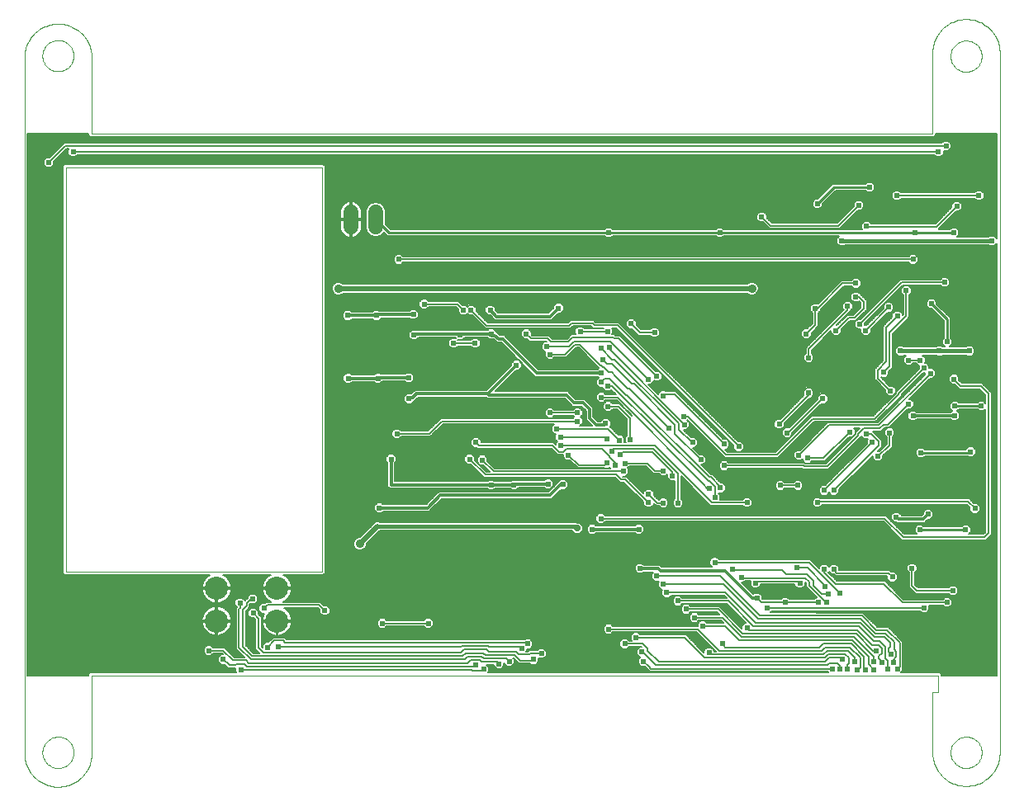
<source format=gbl>
G75*
%MOIN*%
%OFA0B0*%
%FSLAX24Y24*%
%IPPOS*%
%LPD*%
%AMOC8*
5,1,8,0,0,1.08239X$1,22.5*
%
%ADD10C,0.0000*%
%ADD11C,0.0600*%
%ADD12C,0.0937*%
%ADD13C,0.0060*%
%ADD14C,0.0240*%
%ADD15C,0.0238*%
%ADD16C,0.0160*%
%ADD17C,0.0197*%
%ADD18C,0.0120*%
%ADD19C,0.0118*%
%ADD20C,0.0079*%
%ADD21C,0.0277*%
%ADD22C,0.0356*%
%ADD23C,0.0100*%
D10*
X000150Y004791D02*
X000150Y032921D01*
X000878Y032940D02*
X000880Y032990D01*
X000886Y033040D01*
X000896Y033089D01*
X000910Y033137D01*
X000927Y033184D01*
X000948Y033229D01*
X000973Y033273D01*
X001001Y033314D01*
X001033Y033353D01*
X001067Y033390D01*
X001104Y033424D01*
X001144Y033454D01*
X001186Y033481D01*
X001230Y033505D01*
X001276Y033526D01*
X001323Y033542D01*
X001371Y033555D01*
X001421Y033564D01*
X001470Y033569D01*
X001521Y033570D01*
X001571Y033567D01*
X001620Y033560D01*
X001669Y033549D01*
X001717Y033534D01*
X001763Y033516D01*
X001808Y033494D01*
X001851Y033468D01*
X001892Y033439D01*
X001931Y033407D01*
X001967Y033372D01*
X001999Y033334D01*
X002029Y033294D01*
X002056Y033251D01*
X002079Y033207D01*
X002098Y033161D01*
X002114Y033113D01*
X002126Y033064D01*
X002134Y033015D01*
X002138Y032965D01*
X002138Y032915D01*
X002134Y032865D01*
X002126Y032816D01*
X002114Y032767D01*
X002098Y032719D01*
X002079Y032673D01*
X002056Y032629D01*
X002029Y032586D01*
X001999Y032546D01*
X001967Y032508D01*
X001931Y032473D01*
X001892Y032441D01*
X001851Y032412D01*
X001808Y032386D01*
X001763Y032364D01*
X001717Y032346D01*
X001669Y032331D01*
X001620Y032320D01*
X001571Y032313D01*
X001521Y032310D01*
X001470Y032311D01*
X001421Y032316D01*
X001371Y032325D01*
X001323Y032338D01*
X001276Y032354D01*
X001230Y032375D01*
X001186Y032399D01*
X001144Y032426D01*
X001104Y032456D01*
X001067Y032490D01*
X001033Y032527D01*
X001001Y032566D01*
X000973Y032607D01*
X000948Y032651D01*
X000927Y032696D01*
X000910Y032743D01*
X000896Y032791D01*
X000886Y032840D01*
X000880Y032890D01*
X000878Y032940D01*
X000150Y032920D02*
X000154Y032992D01*
X000163Y033064D01*
X000175Y033136D01*
X000191Y033206D01*
X000211Y033276D01*
X000234Y033344D01*
X000261Y033411D01*
X000292Y033477D01*
X000326Y033541D01*
X000363Y033603D01*
X000403Y033663D01*
X000447Y033720D01*
X000494Y033776D01*
X000543Y033828D01*
X000596Y033878D01*
X000651Y033925D01*
X000708Y033970D01*
X000768Y034011D01*
X000829Y034048D01*
X000893Y034083D01*
X000958Y034114D01*
X001025Y034141D01*
X001094Y034165D01*
X001163Y034185D01*
X001233Y034202D01*
X001305Y034215D01*
X001377Y034224D01*
X001449Y034229D01*
X001521Y034230D01*
X001593Y034227D01*
X001665Y034221D01*
X001737Y034211D01*
X001808Y034196D01*
X001878Y034179D01*
X001947Y034157D01*
X002015Y034132D01*
X002081Y034103D01*
X002146Y034071D01*
X002209Y034035D01*
X002270Y033996D01*
X002329Y033954D01*
X002385Y033909D01*
X002439Y033861D01*
X002491Y033810D01*
X002539Y033756D01*
X002585Y033700D01*
X002628Y033641D01*
X002667Y033581D01*
X002703Y033518D01*
X002736Y033454D01*
X002765Y033387D01*
X002791Y033320D01*
X002813Y033251D01*
X002831Y033181D01*
X002846Y033110D01*
X002857Y033038D01*
X002864Y032966D01*
X002867Y032894D01*
X002866Y032822D01*
X002866Y029791D01*
X036803Y029791D01*
X036803Y033058D01*
X036805Y033130D01*
X036811Y033202D01*
X036820Y033274D01*
X036834Y033345D01*
X036851Y033415D01*
X036872Y033485D01*
X036896Y033553D01*
X036924Y033619D01*
X036956Y033684D01*
X036991Y033747D01*
X037029Y033809D01*
X037071Y033868D01*
X037116Y033925D01*
X037163Y033979D01*
X037214Y034031D01*
X037267Y034080D01*
X037322Y034126D01*
X037380Y034169D01*
X037441Y034209D01*
X037503Y034246D01*
X037567Y034279D01*
X037633Y034309D01*
X037700Y034335D01*
X037769Y034358D01*
X037839Y034377D01*
X037909Y034392D01*
X037981Y034404D01*
X038053Y034412D01*
X038125Y034416D01*
X038197Y034416D01*
X038269Y034412D01*
X038341Y034404D01*
X038413Y034392D01*
X038483Y034377D01*
X038553Y034358D01*
X038622Y034335D01*
X038689Y034309D01*
X038755Y034279D01*
X038819Y034246D01*
X038881Y034209D01*
X038942Y034169D01*
X039000Y034126D01*
X039055Y034080D01*
X039108Y034031D01*
X039159Y033979D01*
X039206Y033925D01*
X039251Y033868D01*
X039293Y033809D01*
X039331Y033747D01*
X039366Y033684D01*
X039398Y033619D01*
X039426Y033553D01*
X039450Y033485D01*
X039471Y033415D01*
X039488Y033345D01*
X039502Y033274D01*
X039511Y033202D01*
X039517Y033130D01*
X039519Y033058D01*
X039520Y033058D02*
X039520Y004791D01*
X037531Y004791D02*
X037533Y004841D01*
X037539Y004891D01*
X037549Y004940D01*
X037563Y004988D01*
X037580Y005035D01*
X037601Y005080D01*
X037626Y005124D01*
X037654Y005165D01*
X037686Y005204D01*
X037720Y005241D01*
X037757Y005275D01*
X037797Y005305D01*
X037839Y005332D01*
X037883Y005356D01*
X037929Y005377D01*
X037976Y005393D01*
X038024Y005406D01*
X038074Y005415D01*
X038123Y005420D01*
X038174Y005421D01*
X038224Y005418D01*
X038273Y005411D01*
X038322Y005400D01*
X038370Y005385D01*
X038416Y005367D01*
X038461Y005345D01*
X038504Y005319D01*
X038545Y005290D01*
X038584Y005258D01*
X038620Y005223D01*
X038652Y005185D01*
X038682Y005145D01*
X038709Y005102D01*
X038732Y005058D01*
X038751Y005012D01*
X038767Y004964D01*
X038779Y004915D01*
X038787Y004866D01*
X038791Y004816D01*
X038791Y004766D01*
X038787Y004716D01*
X038779Y004667D01*
X038767Y004618D01*
X038751Y004570D01*
X038732Y004524D01*
X038709Y004480D01*
X038682Y004437D01*
X038652Y004397D01*
X038620Y004359D01*
X038584Y004324D01*
X038545Y004292D01*
X038504Y004263D01*
X038461Y004237D01*
X038416Y004215D01*
X038370Y004197D01*
X038322Y004182D01*
X038273Y004171D01*
X038224Y004164D01*
X038174Y004161D01*
X038123Y004162D01*
X038074Y004167D01*
X038024Y004176D01*
X037976Y004189D01*
X037929Y004205D01*
X037883Y004226D01*
X037839Y004250D01*
X037797Y004277D01*
X037757Y004307D01*
X037720Y004341D01*
X037686Y004378D01*
X037654Y004417D01*
X037626Y004458D01*
X037601Y004502D01*
X037580Y004547D01*
X037563Y004594D01*
X037549Y004642D01*
X037539Y004691D01*
X037533Y004741D01*
X037531Y004791D01*
X036803Y004791D02*
X036805Y004719D01*
X036811Y004647D01*
X036820Y004575D01*
X036834Y004504D01*
X036851Y004434D01*
X036872Y004364D01*
X036896Y004296D01*
X036924Y004230D01*
X036956Y004165D01*
X036991Y004102D01*
X037029Y004040D01*
X037071Y003981D01*
X037116Y003924D01*
X037163Y003870D01*
X037214Y003818D01*
X037267Y003769D01*
X037322Y003723D01*
X037380Y003680D01*
X037441Y003640D01*
X037503Y003603D01*
X037567Y003570D01*
X037633Y003540D01*
X037700Y003514D01*
X037769Y003491D01*
X037839Y003472D01*
X037909Y003457D01*
X037981Y003445D01*
X038053Y003437D01*
X038125Y003433D01*
X038197Y003433D01*
X038269Y003437D01*
X038341Y003445D01*
X038413Y003457D01*
X038483Y003472D01*
X038553Y003491D01*
X038622Y003514D01*
X038689Y003540D01*
X038755Y003570D01*
X038819Y003603D01*
X038881Y003640D01*
X038942Y003680D01*
X039000Y003723D01*
X039055Y003769D01*
X039108Y003818D01*
X039159Y003870D01*
X039206Y003924D01*
X039251Y003981D01*
X039293Y004040D01*
X039331Y004102D01*
X039366Y004165D01*
X039398Y004230D01*
X039426Y004296D01*
X039450Y004364D01*
X039471Y004434D01*
X039488Y004504D01*
X039502Y004575D01*
X039511Y004647D01*
X039517Y004719D01*
X039519Y004791D01*
X036803Y004791D02*
X036803Y007212D01*
X037039Y007212D01*
X037039Y007901D01*
X002866Y007901D01*
X002866Y004732D01*
X002867Y004731D02*
X002863Y004659D01*
X002856Y004587D01*
X002845Y004516D01*
X002830Y004445D01*
X002811Y004375D01*
X002789Y004306D01*
X002763Y004239D01*
X002733Y004173D01*
X002700Y004108D01*
X002664Y004046D01*
X002624Y003985D01*
X002581Y003927D01*
X002535Y003871D01*
X002486Y003818D01*
X002435Y003767D01*
X002380Y003719D01*
X002324Y003674D01*
X002265Y003632D01*
X002204Y003594D01*
X002141Y003558D01*
X002076Y003526D01*
X002009Y003498D01*
X001941Y003473D01*
X001872Y003452D01*
X001802Y003434D01*
X001731Y003420D01*
X001659Y003410D01*
X001587Y003404D01*
X001515Y003402D01*
X001442Y003404D01*
X001370Y003409D01*
X001298Y003418D01*
X001227Y003431D01*
X001157Y003448D01*
X001087Y003469D01*
X001019Y003493D01*
X000953Y003521D01*
X000887Y003552D01*
X000824Y003587D01*
X000762Y003625D01*
X000703Y003666D01*
X000646Y003711D01*
X000591Y003758D01*
X000539Y003808D01*
X000490Y003861D01*
X000443Y003917D01*
X000400Y003974D01*
X000359Y004035D01*
X000322Y004097D01*
X000289Y004161D01*
X000259Y004226D01*
X000232Y004294D01*
X000209Y004362D01*
X000189Y004432D01*
X000174Y004503D01*
X000162Y004574D01*
X000154Y004646D01*
X000150Y004718D01*
X000149Y004791D01*
X000878Y004791D02*
X000880Y004841D01*
X000886Y004891D01*
X000896Y004940D01*
X000910Y004988D01*
X000927Y005035D01*
X000948Y005080D01*
X000973Y005124D01*
X001001Y005165D01*
X001033Y005204D01*
X001067Y005241D01*
X001104Y005275D01*
X001144Y005305D01*
X001186Y005332D01*
X001230Y005356D01*
X001276Y005377D01*
X001323Y005393D01*
X001371Y005406D01*
X001421Y005415D01*
X001470Y005420D01*
X001521Y005421D01*
X001571Y005418D01*
X001620Y005411D01*
X001669Y005400D01*
X001717Y005385D01*
X001763Y005367D01*
X001808Y005345D01*
X001851Y005319D01*
X001892Y005290D01*
X001931Y005258D01*
X001967Y005223D01*
X001999Y005185D01*
X002029Y005145D01*
X002056Y005102D01*
X002079Y005058D01*
X002098Y005012D01*
X002114Y004964D01*
X002126Y004915D01*
X002134Y004866D01*
X002138Y004816D01*
X002138Y004766D01*
X002134Y004716D01*
X002126Y004667D01*
X002114Y004618D01*
X002098Y004570D01*
X002079Y004524D01*
X002056Y004480D01*
X002029Y004437D01*
X001999Y004397D01*
X001967Y004359D01*
X001931Y004324D01*
X001892Y004292D01*
X001851Y004263D01*
X001808Y004237D01*
X001763Y004215D01*
X001717Y004197D01*
X001669Y004182D01*
X001620Y004171D01*
X001571Y004164D01*
X001521Y004161D01*
X001470Y004162D01*
X001421Y004167D01*
X001371Y004176D01*
X001323Y004189D01*
X001276Y004205D01*
X001230Y004226D01*
X001186Y004250D01*
X001144Y004277D01*
X001104Y004307D01*
X001067Y004341D01*
X001033Y004378D01*
X001001Y004417D01*
X000973Y004458D01*
X000948Y004502D01*
X000927Y004547D01*
X000910Y004594D01*
X000896Y004642D01*
X000886Y004691D01*
X000880Y004741D01*
X000878Y004791D01*
X001823Y012094D02*
X001823Y028432D01*
X012158Y028432D01*
X012158Y012094D01*
X001823Y012094D01*
X037531Y032921D02*
X037533Y032971D01*
X037539Y033021D01*
X037549Y033070D01*
X037563Y033118D01*
X037580Y033165D01*
X037601Y033210D01*
X037626Y033254D01*
X037654Y033295D01*
X037686Y033334D01*
X037720Y033371D01*
X037757Y033405D01*
X037797Y033435D01*
X037839Y033462D01*
X037883Y033486D01*
X037929Y033507D01*
X037976Y033523D01*
X038024Y033536D01*
X038074Y033545D01*
X038123Y033550D01*
X038174Y033551D01*
X038224Y033548D01*
X038273Y033541D01*
X038322Y033530D01*
X038370Y033515D01*
X038416Y033497D01*
X038461Y033475D01*
X038504Y033449D01*
X038545Y033420D01*
X038584Y033388D01*
X038620Y033353D01*
X038652Y033315D01*
X038682Y033275D01*
X038709Y033232D01*
X038732Y033188D01*
X038751Y033142D01*
X038767Y033094D01*
X038779Y033045D01*
X038787Y032996D01*
X038791Y032946D01*
X038791Y032896D01*
X038787Y032846D01*
X038779Y032797D01*
X038767Y032748D01*
X038751Y032700D01*
X038732Y032654D01*
X038709Y032610D01*
X038682Y032567D01*
X038652Y032527D01*
X038620Y032489D01*
X038584Y032454D01*
X038545Y032422D01*
X038504Y032393D01*
X038461Y032367D01*
X038416Y032345D01*
X038370Y032327D01*
X038322Y032312D01*
X038273Y032301D01*
X038224Y032294D01*
X038174Y032291D01*
X038123Y032292D01*
X038074Y032297D01*
X038024Y032306D01*
X037976Y032319D01*
X037929Y032335D01*
X037883Y032356D01*
X037839Y032380D01*
X037797Y032407D01*
X037757Y032437D01*
X037720Y032471D01*
X037686Y032508D01*
X037654Y032547D01*
X037626Y032588D01*
X037601Y032632D01*
X037580Y032677D01*
X037563Y032724D01*
X037549Y032772D01*
X037539Y032821D01*
X037533Y032871D01*
X037531Y032921D01*
D11*
X014331Y026626D02*
X014331Y026026D01*
X013331Y026026D02*
X013331Y026626D01*
D12*
X010347Y011424D03*
X010347Y010102D03*
X007906Y010102D03*
X007906Y011424D03*
D13*
X007936Y011447D02*
X010317Y011447D01*
X010317Y011454D02*
X010317Y011394D01*
X009748Y011394D01*
X009748Y011377D01*
X009763Y011284D01*
X009792Y011195D01*
X009835Y011111D01*
X009890Y011035D01*
X009957Y010968D01*
X010033Y010913D01*
X010106Y010875D01*
X009903Y010875D01*
X009854Y010826D01*
X009728Y010826D01*
X009606Y010704D01*
X009606Y010531D01*
X009728Y010408D01*
X009831Y010408D01*
X009792Y010331D01*
X009763Y010242D01*
X009748Y010149D01*
X009748Y010132D01*
X010317Y010132D01*
X010317Y010072D01*
X010377Y010072D01*
X010377Y010132D01*
X010945Y010132D01*
X010945Y010149D01*
X010930Y010242D01*
X010901Y010331D01*
X010858Y010415D01*
X010803Y010492D01*
X010736Y010558D01*
X010660Y010614D01*
X010618Y010635D01*
X011990Y010635D01*
X012067Y010558D01*
X012067Y010432D01*
X012189Y010310D01*
X012362Y010310D01*
X012485Y010432D01*
X012485Y010606D01*
X012362Y010728D01*
X012236Y010728D01*
X012159Y010805D01*
X012089Y010875D01*
X010587Y010875D01*
X010660Y010913D01*
X010736Y010968D01*
X010803Y011035D01*
X010858Y011111D01*
X010901Y011195D01*
X010930Y011284D01*
X010945Y011377D01*
X010945Y011394D01*
X010377Y011394D01*
X010377Y011454D01*
X010945Y011454D01*
X010945Y011472D01*
X010930Y011565D01*
X010901Y011654D01*
X010858Y011738D01*
X010803Y011814D01*
X010736Y011881D01*
X010660Y011936D01*
X010606Y011964D01*
X012211Y011964D01*
X012288Y012040D01*
X012288Y028486D01*
X012211Y028562D01*
X001769Y028562D01*
X001693Y028486D01*
X001693Y012040D01*
X001769Y011964D01*
X007646Y011964D01*
X007592Y011936D01*
X007516Y011881D01*
X007449Y011814D01*
X007394Y011738D01*
X007351Y011654D01*
X007322Y011565D01*
X007307Y011472D01*
X007307Y011454D01*
X007876Y011454D01*
X007876Y011394D01*
X007936Y011394D01*
X007936Y011454D01*
X008504Y011454D01*
X008504Y011472D01*
X008489Y011565D01*
X008460Y011654D01*
X008417Y011738D01*
X008362Y011814D01*
X008295Y011881D01*
X008219Y011936D01*
X008165Y011964D01*
X010087Y011964D01*
X010033Y011936D01*
X009957Y011881D01*
X009890Y011814D01*
X009835Y011738D01*
X009792Y011654D01*
X009763Y011565D01*
X009748Y011472D01*
X009748Y011454D01*
X010317Y011454D01*
X010377Y011447D02*
X025775Y011447D01*
X025727Y011495D02*
X025850Y011372D01*
X025902Y011372D01*
X025865Y011334D01*
X025865Y011160D01*
X025988Y011037D01*
X026162Y011037D01*
X026252Y011127D01*
X028387Y011127D01*
X028482Y011033D01*
X026705Y011033D01*
X026615Y011123D01*
X026441Y011123D01*
X026318Y011000D01*
X026318Y010826D01*
X026441Y010703D01*
X026615Y010703D01*
X026705Y010793D01*
X028505Y010793D01*
X029278Y010020D01*
X029236Y010020D01*
X029113Y009897D01*
X029113Y009796D01*
X028211Y010698D01*
X027039Y010698D01*
X026949Y010788D01*
X026775Y010788D01*
X026652Y010665D01*
X026652Y010491D01*
X026775Y010368D01*
X026949Y010368D01*
X027039Y010458D01*
X028112Y010458D01*
X028206Y010363D01*
X027374Y010363D01*
X027284Y010453D01*
X027110Y010453D01*
X026987Y010330D01*
X026987Y010156D01*
X027110Y010033D01*
X027284Y010033D01*
X027374Y010123D01*
X028269Y010123D01*
X028364Y010029D01*
X027709Y010029D01*
X027619Y010119D01*
X027445Y010119D01*
X027322Y009996D01*
X027322Y009891D01*
X023909Y009891D01*
X023819Y009981D01*
X023645Y009981D01*
X023522Y009858D01*
X023522Y009684D01*
X023645Y009561D01*
X023819Y009561D01*
X023909Y009651D01*
X027265Y009651D01*
X028049Y008867D01*
X027998Y008867D01*
X027998Y008913D01*
X027874Y009036D01*
X027700Y009036D01*
X027577Y008913D01*
X027577Y008832D01*
X026923Y009486D01*
X026853Y009556D01*
X025012Y009556D01*
X024922Y009646D01*
X024748Y009646D01*
X024625Y009523D01*
X024625Y009349D01*
X024674Y009300D01*
X024559Y009300D01*
X024469Y009390D01*
X024295Y009390D01*
X024172Y009267D01*
X024172Y009093D01*
X024295Y008970D01*
X024469Y008970D01*
X024559Y009060D01*
X025061Y009060D01*
X025065Y009056D01*
X024984Y009056D01*
X024861Y008933D01*
X024861Y008759D01*
X024984Y008636D01*
X024997Y008636D01*
X024920Y008559D01*
X024920Y008385D01*
X025043Y008262D01*
X025182Y008262D01*
X025283Y008168D01*
X025325Y008127D01*
X025325Y008127D01*
X025395Y008056D01*
X032571Y008056D01*
X032597Y008031D01*
X018863Y008031D01*
X018902Y008070D01*
X018902Y008243D01*
X018813Y008332D01*
X019094Y008332D01*
X019094Y008287D01*
X019217Y008164D01*
X019390Y008164D01*
X019512Y008287D01*
X019512Y008380D01*
X019630Y008263D01*
X019803Y008263D01*
X019926Y008385D01*
X019926Y008558D01*
X019876Y008608D01*
X019883Y008608D01*
X020108Y008383D01*
X020572Y008383D01*
X020614Y008341D01*
X020787Y008341D01*
X020910Y008464D01*
X020910Y008597D01*
X020929Y008578D01*
X021102Y008578D01*
X021225Y008700D01*
X021225Y008873D01*
X024861Y008873D01*
X024861Y008931D02*
X021167Y008931D01*
X021225Y008873D02*
X021102Y008996D01*
X020929Y008996D01*
X020860Y008926D01*
X020533Y008926D01*
X020474Y008867D01*
X020408Y008867D01*
X020437Y008897D01*
X020437Y008971D01*
X020551Y008971D01*
X020674Y009094D01*
X020674Y009267D01*
X020551Y009389D01*
X020378Y009389D01*
X020348Y009359D01*
X010727Y009359D01*
X010656Y009430D01*
X010191Y009430D01*
X010012Y009252D01*
X009886Y009252D01*
X009763Y009129D01*
X009763Y009028D01*
X009719Y009073D01*
X009719Y010254D01*
X009648Y010324D01*
X009591Y010381D01*
X009591Y010507D01*
X009469Y010630D01*
X009295Y010630D01*
X009173Y010507D01*
X009173Y010334D01*
X009295Y010211D01*
X009421Y010211D01*
X009479Y010154D01*
X009479Y008973D01*
X009643Y008808D01*
X009392Y008808D01*
X009089Y009112D01*
X009089Y010509D01*
X009246Y010666D01*
X009246Y010784D01*
X009260Y010798D01*
X009276Y010782D01*
X009449Y010782D01*
X009571Y010905D01*
X009571Y011078D01*
X009449Y011200D01*
X009276Y011200D01*
X009153Y011078D01*
X009153Y011031D01*
X009076Y010954D01*
X009051Y010929D01*
X008937Y011043D01*
X008764Y011043D01*
X008641Y010921D01*
X008641Y010747D01*
X008716Y010673D01*
X008691Y010647D01*
X008691Y008973D01*
X008761Y008903D01*
X008761Y008903D01*
X009033Y008631D01*
X008625Y008631D01*
X008231Y009025D01*
X007766Y009025D01*
X007677Y009114D01*
X007504Y009114D01*
X007382Y008991D01*
X007382Y008818D01*
X007504Y008696D01*
X007677Y008696D01*
X007766Y008785D01*
X008131Y008785D01*
X008157Y008760D01*
X008095Y008760D01*
X007972Y008637D01*
X007972Y008464D01*
X008095Y008341D01*
X008221Y008341D01*
X008297Y008265D01*
X008368Y008194D01*
X008681Y008194D01*
X008681Y008050D01*
X008700Y008031D01*
X002812Y008031D01*
X002736Y007955D01*
X002736Y007901D01*
X000280Y007901D01*
X000280Y029791D01*
X002736Y029791D01*
X002736Y029737D01*
X002812Y029661D01*
X036857Y029661D01*
X036933Y029737D01*
X036933Y029791D01*
X039390Y029791D01*
X039390Y025572D01*
X039292Y025670D01*
X039118Y025670D01*
X039078Y025630D01*
X037800Y025630D01*
X037878Y025708D01*
X037878Y025881D01*
X037756Y026004D01*
X037583Y026004D01*
X037514Y025935D01*
X037054Y025935D01*
X037066Y025946D01*
X037100Y025981D01*
X037100Y025982D01*
X037750Y026648D01*
X037874Y026648D01*
X037998Y026771D01*
X037998Y026945D01*
X037874Y027068D01*
X037700Y027068D01*
X037577Y026945D01*
X037577Y026814D01*
X036930Y026151D01*
X034342Y026151D01*
X034233Y026261D01*
X034059Y026261D01*
X033936Y026137D01*
X033936Y025963D01*
X033965Y025935D01*
X028376Y025935D01*
X028307Y026004D01*
X028134Y026004D01*
X028065Y025935D01*
X023888Y025935D01*
X023819Y026004D01*
X023646Y026004D01*
X023577Y025935D01*
X014920Y025935D01*
X014721Y026134D01*
X014721Y026704D01*
X014661Y026847D01*
X014552Y026957D01*
X014408Y027016D01*
X014253Y027016D01*
X014110Y026957D01*
X014000Y026847D01*
X013941Y026704D01*
X013941Y025948D01*
X014000Y025805D01*
X014110Y025695D01*
X014253Y025636D01*
X014408Y025636D01*
X014552Y025695D01*
X014658Y025801D01*
X014804Y025655D01*
X023577Y025655D01*
X023646Y025586D01*
X023819Y025586D01*
X023888Y025655D01*
X028065Y025655D01*
X028134Y025586D01*
X028307Y025586D01*
X028376Y025655D01*
X033039Y025655D01*
X032932Y025547D01*
X032932Y025373D01*
X033055Y025250D01*
X033229Y025250D01*
X033269Y025290D01*
X039078Y025290D01*
X039118Y025250D01*
X039292Y025250D01*
X039390Y025348D01*
X039390Y007901D01*
X037169Y007901D01*
X037169Y007955D01*
X037093Y008031D01*
X035537Y008031D01*
X035596Y008089D01*
X035596Y008217D01*
X035604Y008225D01*
X035604Y009269D01*
X035093Y009781D01*
X035022Y009852D01*
X034589Y009852D01*
X034034Y010407D01*
X033999Y010442D01*
X033999Y010442D01*
X033999Y010442D01*
X033949Y010442D01*
X030269Y010460D01*
X030307Y010497D01*
X036311Y010497D01*
X036382Y010427D01*
X036556Y010427D01*
X036679Y010550D01*
X036679Y010724D01*
X036669Y010734D01*
X037217Y010734D01*
X037307Y010644D01*
X037481Y010644D01*
X037604Y010767D01*
X037604Y010941D01*
X037481Y011064D01*
X037307Y011064D01*
X037217Y010974D01*
X035632Y010974D01*
X034884Y011722D01*
X032955Y011722D01*
X032607Y012069D01*
X032630Y012092D01*
X032740Y011982D01*
X032828Y011982D01*
X032895Y011915D01*
X032762Y011915D01*
X032704Y011973D02*
X032837Y011973D01*
X032895Y011915D02*
X034979Y011915D01*
X034979Y011790D01*
X035102Y011667D01*
X035276Y011667D01*
X035399Y011790D01*
X035399Y011964D01*
X035276Y012087D01*
X035149Y012087D01*
X035081Y012155D01*
X033037Y012155D01*
X033037Y012279D01*
X032914Y012402D01*
X032740Y012402D01*
X032630Y012292D01*
X032520Y012402D01*
X032346Y012402D01*
X032223Y012279D01*
X032223Y012237D01*
X031873Y012588D01*
X028201Y012588D01*
X028111Y012678D01*
X027937Y012678D01*
X027814Y012555D01*
X027814Y012381D01*
X027912Y012282D01*
X025881Y012282D01*
X025802Y012361D01*
X025160Y012361D01*
X025079Y012442D01*
X024905Y012442D01*
X024782Y012319D01*
X024782Y012145D01*
X024905Y012022D01*
X025079Y012022D01*
X025121Y012063D01*
X025530Y012063D01*
X025471Y012004D01*
X025471Y011830D01*
X025594Y011707D01*
X025765Y011707D01*
X025727Y011669D01*
X025727Y011495D01*
X025727Y011505D02*
X010940Y011505D01*
X010930Y011564D02*
X025727Y011564D01*
X025727Y011622D02*
X010912Y011622D01*
X010888Y011681D02*
X025739Y011681D01*
X025561Y011739D02*
X010858Y011739D01*
X010815Y011798D02*
X025503Y011798D01*
X025471Y011856D02*
X010761Y011856D01*
X010690Y011915D02*
X025471Y011915D01*
X025471Y011973D02*
X012221Y011973D01*
X012280Y012032D02*
X024895Y012032D01*
X024836Y012090D02*
X012288Y012090D01*
X012288Y012149D02*
X024782Y012149D01*
X024782Y012207D02*
X012288Y012207D01*
X012288Y012266D02*
X024782Y012266D01*
X024788Y012324D02*
X012288Y012324D01*
X012288Y012383D02*
X024846Y012383D01*
X024905Y012441D02*
X012288Y012441D01*
X012288Y012500D02*
X027814Y012500D01*
X027817Y012558D02*
X012288Y012558D01*
X012288Y012617D02*
X027876Y012617D01*
X027934Y012675D02*
X012288Y012675D01*
X012288Y012734D02*
X039390Y012734D01*
X039390Y012792D02*
X012288Y012792D01*
X012288Y012851D02*
X039390Y012851D01*
X039390Y012909D02*
X012288Y012909D01*
X012288Y012968D02*
X013591Y012968D01*
X013640Y012948D02*
X013746Y012948D01*
X013845Y012989D01*
X013920Y013064D01*
X013961Y013162D01*
X013961Y013217D01*
X014498Y013754D01*
X014882Y013754D01*
X022224Y013754D01*
X022224Y013751D01*
X022358Y013617D01*
X022548Y013617D01*
X022682Y013751D01*
X022682Y013940D01*
X022548Y014074D01*
X022465Y014074D01*
X022445Y014094D01*
X014498Y014094D01*
X014480Y014113D01*
X014324Y014113D01*
X013695Y013484D01*
X013640Y013484D01*
X013541Y013443D01*
X013466Y013368D01*
X013425Y013269D01*
X013425Y013162D01*
X013466Y013064D01*
X013541Y012989D01*
X013640Y012948D01*
X013795Y012968D02*
X039390Y012968D01*
X039390Y013026D02*
X013883Y013026D01*
X013929Y013085D02*
X039390Y013085D01*
X039390Y013143D02*
X013953Y013143D01*
X013961Y013202D02*
X039390Y013202D01*
X039390Y013260D02*
X014004Y013260D01*
X014063Y013319D02*
X039390Y013319D01*
X039390Y013377D02*
X038965Y013377D01*
X038959Y013371D02*
X039117Y013529D01*
X039187Y013599D01*
X039187Y019329D01*
X038802Y019714D01*
X037995Y019714D01*
X037879Y019829D01*
X037879Y019956D01*
X037756Y020079D01*
X037582Y020079D01*
X037459Y019956D01*
X037459Y019782D01*
X037582Y019659D01*
X037710Y019659D01*
X037895Y019474D01*
X038702Y019474D01*
X038947Y019229D01*
X038947Y018907D01*
X038858Y018996D01*
X038685Y018996D01*
X038616Y018927D01*
X037864Y018927D01*
X037795Y018996D01*
X037622Y018996D01*
X037500Y018873D01*
X037500Y018700D01*
X037599Y018600D01*
X037541Y018542D01*
X036164Y018542D01*
X036103Y018603D01*
X035929Y018603D01*
X035806Y018480D01*
X035806Y018306D01*
X035929Y018183D01*
X036103Y018183D01*
X036164Y018244D01*
X037541Y018244D01*
X037602Y018183D01*
X037776Y018183D01*
X037899Y018306D01*
X037899Y018480D01*
X037798Y018581D01*
X037864Y018647D01*
X038616Y018647D01*
X038685Y018578D01*
X038858Y018578D01*
X038947Y018666D01*
X038947Y013699D01*
X038860Y013611D01*
X038262Y013611D01*
X038351Y013700D01*
X038351Y013873D01*
X038228Y013996D01*
X038055Y013996D01*
X037986Y013927D01*
X036447Y013927D01*
X036378Y013996D01*
X036205Y013996D01*
X036082Y013873D01*
X036082Y013700D01*
X036171Y013611D01*
X035672Y013611D01*
X034924Y014359D01*
X023594Y014359D01*
X023504Y014449D01*
X023330Y014449D01*
X023207Y014326D01*
X023207Y014152D01*
X023330Y014029D01*
X023504Y014029D01*
X023594Y014119D01*
X034824Y014119D01*
X035502Y013442D01*
X035572Y013371D01*
X038959Y013371D01*
X039024Y013436D02*
X039390Y013436D01*
X039390Y013494D02*
X039082Y013494D01*
X039141Y013553D02*
X039390Y013553D01*
X039390Y013611D02*
X039187Y013611D01*
X039187Y013670D02*
X039390Y013670D01*
X039390Y013728D02*
X039187Y013728D01*
X039187Y013787D02*
X039390Y013787D01*
X039390Y013845D02*
X039187Y013845D01*
X039187Y013904D02*
X039390Y013904D01*
X039390Y013962D02*
X039187Y013962D01*
X039187Y014021D02*
X039390Y014021D01*
X039390Y014079D02*
X039187Y014079D01*
X039187Y014138D02*
X039390Y014138D01*
X039390Y014196D02*
X039187Y014196D01*
X039187Y014255D02*
X039390Y014255D01*
X039390Y014313D02*
X039187Y014313D01*
X039187Y014372D02*
X039390Y014372D01*
X039390Y014430D02*
X039187Y014430D01*
X039187Y014489D02*
X039390Y014489D01*
X039390Y014547D02*
X039187Y014547D01*
X039187Y014606D02*
X039390Y014606D01*
X039390Y014664D02*
X039187Y014664D01*
X039187Y014723D02*
X039390Y014723D01*
X039390Y014781D02*
X039187Y014781D01*
X039187Y014840D02*
X039390Y014840D01*
X039390Y014898D02*
X039187Y014898D01*
X039187Y014957D02*
X039390Y014957D01*
X039390Y015015D02*
X039187Y015015D01*
X039187Y015074D02*
X039390Y015074D01*
X039390Y015132D02*
X039187Y015132D01*
X039187Y015191D02*
X039390Y015191D01*
X039390Y015249D02*
X039187Y015249D01*
X039187Y015308D02*
X039390Y015308D01*
X039390Y015366D02*
X039187Y015366D01*
X039187Y015425D02*
X039390Y015425D01*
X039390Y015483D02*
X039187Y015483D01*
X039187Y015542D02*
X039390Y015542D01*
X039390Y015600D02*
X039187Y015600D01*
X039187Y015659D02*
X039390Y015659D01*
X039390Y015717D02*
X039187Y015717D01*
X039187Y015776D02*
X039390Y015776D01*
X039390Y015834D02*
X039187Y015834D01*
X039187Y015893D02*
X039390Y015893D01*
X039390Y015951D02*
X039187Y015951D01*
X039187Y016010D02*
X039390Y016010D01*
X039390Y016068D02*
X039187Y016068D01*
X039187Y016127D02*
X039390Y016127D01*
X039390Y016185D02*
X039187Y016185D01*
X039187Y016244D02*
X039390Y016244D01*
X039390Y016302D02*
X039187Y016302D01*
X039187Y016361D02*
X039390Y016361D01*
X039390Y016419D02*
X039187Y016419D01*
X039187Y016478D02*
X039390Y016478D01*
X039390Y016536D02*
X039187Y016536D01*
X039187Y016595D02*
X039390Y016595D01*
X039390Y016653D02*
X039187Y016653D01*
X039187Y016712D02*
X039390Y016712D01*
X039390Y016770D02*
X039187Y016770D01*
X039187Y016829D02*
X039390Y016829D01*
X039390Y016887D02*
X039187Y016887D01*
X039187Y016946D02*
X039390Y016946D01*
X039390Y017004D02*
X039187Y017004D01*
X039187Y017063D02*
X039390Y017063D01*
X039390Y017121D02*
X039187Y017121D01*
X039187Y017180D02*
X039390Y017180D01*
X039390Y017238D02*
X039187Y017238D01*
X039187Y017297D02*
X039390Y017297D01*
X039390Y017355D02*
X039187Y017355D01*
X039187Y017414D02*
X039390Y017414D01*
X039390Y017472D02*
X039187Y017472D01*
X039187Y017531D02*
X039390Y017531D01*
X039390Y017589D02*
X039187Y017589D01*
X039187Y017648D02*
X039390Y017648D01*
X039390Y017706D02*
X039187Y017706D01*
X039187Y017765D02*
X039390Y017765D01*
X039390Y017823D02*
X039187Y017823D01*
X039187Y017882D02*
X039390Y017882D01*
X039390Y017940D02*
X039187Y017940D01*
X039187Y017999D02*
X039390Y017999D01*
X039390Y018057D02*
X039187Y018057D01*
X039187Y018116D02*
X039390Y018116D01*
X039390Y018174D02*
X039187Y018174D01*
X039187Y018233D02*
X039390Y018233D01*
X039390Y018291D02*
X039187Y018291D01*
X039187Y018350D02*
X039390Y018350D01*
X039390Y018408D02*
X039187Y018408D01*
X039187Y018467D02*
X039390Y018467D01*
X039390Y018525D02*
X039187Y018525D01*
X039187Y018584D02*
X039390Y018584D01*
X039390Y018642D02*
X039187Y018642D01*
X039187Y018701D02*
X039390Y018701D01*
X039390Y018759D02*
X039187Y018759D01*
X039187Y018818D02*
X039390Y018818D01*
X039390Y018876D02*
X039187Y018876D01*
X039187Y018935D02*
X039390Y018935D01*
X039390Y018993D02*
X039187Y018993D01*
X039187Y019052D02*
X039390Y019052D01*
X039390Y019110D02*
X039187Y019110D01*
X039187Y019169D02*
X039390Y019169D01*
X039390Y019227D02*
X039187Y019227D01*
X039187Y019286D02*
X039390Y019286D01*
X039390Y019344D02*
X039171Y019344D01*
X039113Y019403D02*
X039390Y019403D01*
X039390Y019461D02*
X039054Y019461D01*
X038996Y019520D02*
X039390Y019520D01*
X039390Y019578D02*
X038937Y019578D01*
X038879Y019637D02*
X039390Y019637D01*
X039390Y019695D02*
X038820Y019695D01*
X038752Y019594D02*
X039067Y019279D01*
X039067Y013649D01*
X038910Y013491D01*
X035622Y013491D01*
X034874Y014239D01*
X023417Y014239D01*
X023280Y014079D02*
X022460Y014079D01*
X022601Y014021D02*
X034923Y014021D01*
X034864Y014079D02*
X023554Y014079D01*
X023582Y014372D02*
X035136Y014372D01*
X035136Y014386D02*
X035136Y014212D01*
X035260Y014088D01*
X035346Y014088D01*
X035364Y014071D01*
X036491Y014071D01*
X036578Y014158D01*
X036627Y014207D01*
X036713Y014207D01*
X036836Y014330D01*
X036836Y014504D01*
X036713Y014627D01*
X036539Y014627D01*
X036416Y014504D01*
X036416Y014417D01*
X036367Y014369D01*
X035557Y014369D01*
X035557Y014386D01*
X035434Y014509D01*
X035260Y014509D01*
X035136Y014386D01*
X035181Y014430D02*
X023523Y014430D01*
X023311Y014430D02*
X012288Y014430D01*
X012288Y014372D02*
X023253Y014372D01*
X023207Y014313D02*
X012288Y014313D01*
X012288Y014255D02*
X023207Y014255D01*
X023207Y014196D02*
X012288Y014196D01*
X012288Y014138D02*
X023222Y014138D01*
X023150Y014016D02*
X022976Y014016D01*
X022853Y013893D01*
X022853Y013719D01*
X022976Y013596D01*
X023150Y013596D01*
X023210Y013656D01*
X024806Y013656D01*
X024866Y013596D01*
X025040Y013596D01*
X025163Y013719D01*
X025163Y013893D01*
X025040Y014016D01*
X024866Y014016D01*
X024806Y013956D01*
X023210Y013956D01*
X023150Y014016D01*
X023204Y013962D02*
X024812Y013962D01*
X025094Y013962D02*
X034981Y013962D01*
X035040Y013904D02*
X025152Y013904D01*
X025163Y013845D02*
X035098Y013845D01*
X035157Y013787D02*
X025163Y013787D01*
X025163Y013728D02*
X035215Y013728D01*
X035274Y013670D02*
X025113Y013670D01*
X025055Y013611D02*
X035332Y013611D01*
X035391Y013553D02*
X014297Y013553D01*
X014355Y013611D02*
X022961Y013611D01*
X022903Y013670D02*
X022600Y013670D01*
X022659Y013728D02*
X022853Y013728D01*
X022853Y013787D02*
X022682Y013787D01*
X022682Y013845D02*
X022853Y013845D01*
X022864Y013904D02*
X022682Y013904D01*
X022660Y013962D02*
X022922Y013962D01*
X023165Y013611D02*
X024851Y013611D01*
X025260Y014679D02*
X025434Y014679D01*
X025557Y014802D01*
X025557Y014844D01*
X025581Y014820D01*
X025651Y014749D01*
X025760Y014749D01*
X025850Y014659D01*
X026024Y014659D01*
X026147Y014782D01*
X026147Y014956D01*
X026024Y015079D01*
X025850Y015079D01*
X025760Y014989D01*
X025751Y014989D01*
X025557Y015183D01*
X025557Y015311D01*
X025434Y015434D01*
X025260Y015434D01*
X025136Y015311D01*
X025136Y015263D01*
X024506Y015880D01*
X024451Y015934D01*
X024294Y015934D01*
X024289Y015939D01*
X024410Y015939D01*
X024533Y016062D01*
X024533Y016236D01*
X024492Y016277D01*
X024559Y016344D01*
X025238Y016344D01*
X025533Y016049D01*
X025760Y016049D01*
X025850Y015959D01*
X026024Y015959D01*
X026101Y016036D01*
X026101Y015885D01*
X026224Y015762D01*
X026398Y015762D01*
X026408Y015771D01*
X026408Y015046D01*
X026318Y014956D01*
X026318Y014782D01*
X026441Y014659D01*
X026615Y014659D01*
X026738Y014782D01*
X026738Y014956D01*
X026648Y015046D01*
X026648Y015958D01*
X027766Y014839D01*
X027836Y014769D01*
X029146Y014769D01*
X029236Y014679D01*
X029410Y014679D01*
X029533Y014802D01*
X029533Y014976D01*
X029410Y015099D01*
X029236Y015099D01*
X029146Y015009D01*
X028224Y015009D01*
X028234Y015019D01*
X028234Y015193D01*
X028157Y015270D01*
X028327Y015270D01*
X028450Y015393D01*
X028450Y015567D01*
X028327Y015690D01*
X028259Y015690D01*
X027986Y015962D01*
X027916Y016033D01*
X027857Y016033D01*
X027478Y016411D01*
X027540Y016411D01*
X027663Y016534D01*
X027663Y016708D01*
X027540Y016831D01*
X027410Y016831D01*
X027136Y017100D01*
X027205Y017100D01*
X027328Y017223D01*
X027328Y017397D01*
X027205Y017520D01*
X027058Y017520D01*
X026750Y017829D01*
X026871Y017829D01*
X026994Y017952D01*
X026994Y018126D01*
X026903Y018216D01*
X026906Y018219D01*
X028427Y016698D01*
X030573Y016698D01*
X030644Y016768D01*
X032030Y018155D01*
X034510Y018155D01*
X034581Y018225D01*
X035565Y019209D01*
X035565Y019249D01*
X036428Y020112D01*
X036514Y020112D01*
X036514Y020065D01*
X034588Y018139D01*
X032580Y018139D01*
X031450Y017009D01*
X031323Y017009D01*
X031199Y016886D01*
X031199Y016712D01*
X030587Y016712D01*
X030646Y016770D02*
X031199Y016770D01*
X031199Y016712D02*
X031323Y016588D01*
X031497Y016588D01*
X031554Y016646D01*
X031554Y016593D01*
X031677Y016470D01*
X031851Y016470D01*
X031941Y016560D01*
X032364Y016560D01*
X032463Y016560D01*
X033436Y017533D01*
X033563Y017533D01*
X033686Y017656D01*
X033686Y017830D01*
X033618Y017899D01*
X033876Y017899D01*
X033691Y017714D01*
X033691Y017655D01*
X032502Y016466D01*
X031676Y016466D01*
X031636Y016505D01*
X028575Y016505D01*
X028485Y016595D01*
X031316Y016595D01*
X031258Y016653D02*
X027663Y016653D01*
X027663Y016595D02*
X028310Y016595D01*
X028311Y016595D02*
X028188Y016472D01*
X028188Y016298D01*
X028311Y016175D01*
X028485Y016175D01*
X028575Y016265D01*
X031537Y016265D01*
X031576Y016226D01*
X032601Y016226D01*
X033861Y017486D01*
X033931Y017556D01*
X033931Y017563D01*
X034039Y017455D01*
X034210Y017455D01*
X034152Y017397D01*
X034152Y017270D01*
X032473Y015591D01*
X032346Y015591D01*
X032223Y015468D01*
X032223Y015294D01*
X032346Y015171D01*
X032520Y015171D01*
X032630Y015281D01*
X032740Y015171D01*
X032914Y015171D01*
X033037Y015294D01*
X033037Y015422D01*
X034388Y016773D01*
X034388Y016672D01*
X034512Y016549D01*
X034686Y016549D01*
X034809Y016672D01*
X034809Y016789D01*
X035118Y017072D01*
X035121Y017072D01*
X035154Y017106D01*
X035189Y017137D01*
X035189Y017140D01*
X035191Y017142D01*
X035191Y017190D01*
X035193Y017237D01*
X035191Y017239D01*
X035191Y017527D01*
X035281Y017617D01*
X035281Y017791D01*
X035158Y017914D01*
X034984Y017914D01*
X034861Y017791D01*
X034861Y017617D01*
X034951Y017527D01*
X034951Y017245D01*
X034650Y016969D01*
X034585Y016969D01*
X034758Y017142D01*
X034758Y017399D01*
X034688Y017470D01*
X034396Y017761D01*
X034727Y017761D01*
X034884Y017919D01*
X035062Y017919D01*
X035798Y018655D01*
X035926Y018655D01*
X036049Y018778D01*
X036049Y018952D01*
X035926Y019075D01*
X035864Y019075D01*
X036684Y019896D01*
X036811Y019896D01*
X036935Y020019D01*
X036935Y020193D01*
X036811Y020316D01*
X036679Y020316D01*
X036679Y020409D01*
X036556Y020532D01*
X036503Y020532D01*
X036521Y020550D01*
X036521Y020724D01*
X036404Y020841D01*
X036952Y020841D01*
X036992Y020801D01*
X037166Y020801D01*
X037206Y020841D01*
X038172Y020841D01*
X038212Y020801D01*
X038386Y020801D01*
X038509Y020924D01*
X039390Y020924D01*
X039390Y020982D02*
X038509Y020982D01*
X038509Y020924D02*
X038509Y021098D01*
X038386Y021221D01*
X038212Y021221D01*
X038172Y021181D01*
X037485Y021181D01*
X037603Y021299D01*
X037603Y021472D01*
X037534Y021541D01*
X037534Y022349D01*
X037452Y022431D01*
X037452Y022431D01*
X036973Y022909D01*
X036973Y023007D01*
X036850Y023130D01*
X036677Y023130D01*
X036555Y023007D01*
X036555Y022834D01*
X036677Y022711D01*
X036775Y022711D01*
X037254Y022233D01*
X037254Y021541D01*
X037185Y021472D01*
X037185Y021299D01*
X037302Y021181D01*
X037206Y021181D01*
X037166Y021221D01*
X036992Y021221D01*
X036952Y021181D01*
X035631Y021181D01*
X035591Y021221D01*
X035417Y021221D01*
X035294Y021098D01*
X035294Y020924D01*
X035417Y020801D01*
X035591Y020801D01*
X035631Y020841D01*
X035746Y020841D01*
X035629Y020724D01*
X035629Y020550D01*
X035752Y020427D01*
X035926Y020427D01*
X036016Y020517D01*
X036134Y020517D01*
X036224Y020427D01*
X036276Y020427D01*
X036259Y020409D01*
X036259Y020282D01*
X035395Y019419D01*
X035325Y019348D01*
X035325Y019309D01*
X034411Y018395D01*
X031931Y018395D01*
X030474Y016938D01*
X028526Y016938D01*
X028423Y017041D01*
X028485Y017041D01*
X028608Y017164D01*
X028608Y017338D01*
X028485Y017461D01*
X028357Y017461D01*
X026440Y019379D01*
X026055Y019379D01*
X026024Y019410D01*
X025850Y019410D01*
X025727Y019287D01*
X025727Y019273D01*
X025343Y019659D01*
X025434Y019659D01*
X025557Y019782D01*
X025557Y019815D01*
X025594Y019777D01*
X025768Y019777D01*
X025891Y019900D01*
X025891Y020074D01*
X025768Y020198D01*
X025641Y020198D01*
X024266Y021573D01*
X024195Y021643D01*
X023999Y021643D01*
X023959Y021682D01*
X023874Y021682D01*
X023903Y021712D01*
X023903Y021886D01*
X023854Y021934D01*
X024037Y021934D01*
X028778Y017193D01*
X028778Y017066D01*
X028901Y016943D01*
X029075Y016943D01*
X029198Y017066D01*
X029198Y017240D01*
X029075Y017363D01*
X028948Y017363D01*
X024136Y022174D01*
X023211Y022174D01*
X023132Y022253D01*
X022187Y022253D01*
X022116Y022183D01*
X022088Y022155D01*
X018861Y022155D01*
X018391Y022624D01*
X018391Y022752D01*
X018268Y022875D01*
X018094Y022875D01*
X018024Y022804D01*
X017953Y022875D01*
X017826Y022875D01*
X017680Y023021D01*
X016468Y023021D01*
X016378Y023111D01*
X016204Y023111D01*
X016081Y022988D01*
X016081Y022814D01*
X016204Y022691D01*
X016378Y022691D01*
X016468Y022781D01*
X017580Y022781D01*
X017656Y022705D01*
X017656Y022578D01*
X017779Y022455D01*
X017953Y022455D01*
X018024Y022525D01*
X018094Y022455D01*
X018222Y022455D01*
X018691Y021985D01*
X018761Y021915D01*
X022188Y021915D01*
X022286Y022013D01*
X023033Y022013D01*
X023041Y022005D01*
X023112Y021934D01*
X023532Y021934D01*
X023516Y021919D01*
X022768Y021919D01*
X022678Y022009D01*
X022504Y022009D01*
X022381Y021886D01*
X022381Y021712D01*
X022410Y021682D01*
X022226Y021682D01*
X022049Y021505D01*
X021459Y021505D01*
X021321Y021643D01*
X020632Y021643D01*
X020616Y021660D01*
X020616Y021787D01*
X020493Y021910D01*
X020319Y021910D01*
X020196Y021787D01*
X020196Y021613D01*
X020319Y021490D01*
X020446Y021490D01*
X020533Y021403D01*
X021222Y021403D01*
X021227Y021398D01*
X021145Y021398D01*
X021022Y021275D01*
X019900Y021275D01*
X019958Y021216D02*
X021022Y021216D01*
X021022Y021158D02*
X020017Y021158D01*
X020075Y021099D02*
X021024Y021099D01*
X021022Y021101D02*
X021145Y020978D01*
X021178Y020978D01*
X021160Y020960D01*
X021160Y020786D01*
X021283Y020663D01*
X021457Y020663D01*
X021547Y020753D01*
X022030Y020753D01*
X022100Y020824D01*
X022424Y021147D01*
X022521Y021147D01*
X023342Y020327D01*
X023289Y020274D01*
X020900Y020274D01*
X019610Y021565D01*
X019522Y021652D01*
X019345Y021652D01*
X019295Y021703D01*
X019207Y021790D01*
X019195Y021790D01*
X019075Y021910D01*
X018901Y021910D01*
X018840Y021849D01*
X017837Y021849D01*
X017815Y021871D01*
X017641Y021871D01*
X017620Y021849D01*
X015987Y021849D01*
X015965Y021871D01*
X015791Y021871D01*
X015668Y021748D01*
X015668Y021574D01*
X015791Y021451D01*
X015965Y021451D01*
X016065Y021551D01*
X017541Y021551D01*
X017556Y021536D01*
X017386Y021536D01*
X017262Y021413D01*
X017262Y021239D01*
X017386Y021116D01*
X017560Y021116D01*
X017650Y021206D01*
X018162Y021206D01*
X018252Y021116D01*
X018426Y021116D01*
X018549Y021239D01*
X018549Y021413D01*
X018426Y021536D01*
X018252Y021536D01*
X018162Y021446D01*
X017650Y021446D01*
X017645Y021451D01*
X017815Y021451D01*
X017916Y021551D01*
X018840Y021551D01*
X018901Y021490D01*
X019075Y021490D01*
X019077Y021492D01*
X019084Y021492D01*
X019222Y021354D01*
X019399Y021354D01*
X020777Y019976D01*
X023289Y019976D01*
X023327Y019938D01*
X023227Y019838D01*
X023227Y019664D01*
X023350Y019541D01*
X023483Y019541D01*
X023483Y019507D01*
X023606Y019384D01*
X023780Y019384D01*
X023836Y019440D01*
X024017Y019261D01*
X023614Y019261D01*
X023524Y019351D01*
X023350Y019351D01*
X023227Y019228D01*
X023227Y019054D01*
X023350Y018931D01*
X023524Y018931D01*
X023614Y019021D01*
X024056Y019021D01*
X024674Y018389D01*
X024648Y018415D01*
X024176Y018887D01*
X023890Y018887D01*
X023800Y018977D01*
X023626Y018977D01*
X023503Y018854D01*
X023503Y018680D01*
X023626Y018557D01*
X023800Y018557D01*
X023890Y018647D01*
X024076Y018647D01*
X024479Y018245D01*
X024479Y017605D01*
X024388Y017515D01*
X024388Y017341D01*
X024418Y017312D01*
X024366Y017312D01*
X024375Y017322D01*
X024375Y017496D01*
X024252Y017619D01*
X024125Y017619D01*
X023789Y017955D01*
X023824Y017991D01*
X023824Y018165D01*
X023701Y018288D01*
X023527Y018288D01*
X023407Y018168D01*
X023302Y018168D01*
X023114Y018356D01*
X023114Y018711D01*
X023026Y018798D01*
X022751Y019074D01*
X022396Y019074D01*
X022169Y019301D01*
X022082Y019389D01*
X019171Y019389D01*
X020013Y020230D01*
X020099Y020230D01*
X020222Y020353D01*
X020222Y020527D01*
X020099Y020650D01*
X019925Y020650D01*
X019802Y020527D01*
X019802Y020441D01*
X018789Y019428D01*
X015915Y019428D01*
X015777Y019290D01*
X015770Y019290D01*
X015768Y019292D01*
X015594Y019292D01*
X015471Y019169D01*
X015471Y018995D01*
X015594Y018872D01*
X015768Y018872D01*
X015888Y018992D01*
X015900Y018992D01*
X015988Y019079D01*
X016038Y019130D01*
X018789Y019130D01*
X018828Y019090D01*
X021958Y019090D01*
X022186Y018863D01*
X022273Y018775D01*
X022627Y018775D01*
X022816Y018587D01*
X022816Y018233D01*
X022683Y018233D01*
X022683Y018263D02*
X022602Y018344D01*
X022683Y018424D01*
X022683Y018598D01*
X022560Y018721D01*
X022386Y018721D01*
X022295Y018631D01*
X021547Y018631D01*
X021457Y018721D01*
X021283Y018721D01*
X021160Y018598D01*
X021160Y018424D01*
X021283Y018301D01*
X021457Y018301D01*
X021547Y018391D01*
X022295Y018391D01*
X022343Y018344D01*
X022295Y018296D01*
X016950Y018296D01*
X016439Y017785D01*
X015366Y017785D01*
X015276Y017875D01*
X015102Y017875D01*
X014979Y017752D01*
X014979Y017578D01*
X015102Y017455D01*
X015276Y017455D01*
X015366Y017545D01*
X016538Y017545D01*
X016608Y017615D01*
X017050Y018056D01*
X021524Y018056D01*
X021416Y017948D01*
X021416Y017774D01*
X021539Y017651D01*
X021611Y017651D01*
X021574Y017614D01*
X021574Y017440D01*
X021664Y017350D01*
X021593Y017279D01*
X021593Y017237D01*
X021589Y017242D01*
X021518Y017312D01*
X018588Y017312D01*
X018588Y017397D01*
X018465Y017520D01*
X018291Y017520D01*
X018168Y017397D01*
X018168Y017223D01*
X018291Y017100D01*
X018418Y017100D01*
X018446Y017072D01*
X021419Y017072D01*
X021675Y016816D01*
X021888Y016816D01*
X021888Y016712D01*
X018821Y016712D01*
X018844Y016689D02*
X018721Y016812D01*
X018547Y016812D01*
X018424Y016689D01*
X018424Y016515D01*
X018547Y016392D01*
X018674Y016392D01*
X018935Y016131D01*
X018802Y016131D01*
X018332Y016601D01*
X018332Y016728D01*
X018209Y016851D01*
X018035Y016851D01*
X017912Y016728D01*
X017912Y016554D01*
X018035Y016431D01*
X018162Y016431D01*
X018632Y015961D01*
X018702Y015891D01*
X023998Y015891D01*
X024124Y015765D01*
X024124Y015765D01*
X024194Y015694D01*
X024352Y015694D01*
X024372Y015675D01*
X024372Y015675D01*
X025136Y014927D01*
X025136Y014802D01*
X025260Y014679D01*
X025216Y014723D02*
X016690Y014723D01*
X016632Y014664D02*
X025845Y014664D01*
X025787Y014723D02*
X025477Y014723D01*
X025536Y014781D02*
X025619Y014781D01*
X025561Y014840D02*
X025557Y014840D01*
X025701Y014869D02*
X025937Y014869D01*
X026088Y014723D02*
X026377Y014723D01*
X026319Y014781D02*
X026146Y014781D01*
X026147Y014840D02*
X026318Y014840D01*
X026318Y014898D02*
X026147Y014898D01*
X026147Y014957D02*
X026318Y014957D01*
X026377Y015015D02*
X026088Y015015D01*
X026030Y015074D02*
X026408Y015074D01*
X026408Y015132D02*
X025608Y015132D01*
X025557Y015191D02*
X026408Y015191D01*
X026408Y015249D02*
X025557Y015249D01*
X025557Y015308D02*
X026408Y015308D01*
X026408Y015366D02*
X025501Y015366D01*
X025442Y015425D02*
X026408Y015425D01*
X026408Y015483D02*
X024911Y015483D01*
X024971Y015425D02*
X025251Y015425D01*
X025192Y015366D02*
X025030Y015366D01*
X025090Y015308D02*
X025136Y015308D01*
X025347Y015224D02*
X025701Y014869D01*
X025725Y015015D02*
X025786Y015015D01*
X025845Y015074D02*
X025666Y015074D01*
X025347Y014889D02*
X024421Y015795D01*
X024402Y015814D01*
X024244Y015814D01*
X024047Y016011D01*
X018752Y016011D01*
X018122Y016641D01*
X017912Y016653D02*
X015163Y016653D01*
X015163Y016595D02*
X017912Y016595D01*
X017930Y016536D02*
X015145Y016536D01*
X015163Y016554D02*
X015163Y016728D01*
X015040Y016851D01*
X014866Y016851D01*
X014743Y016728D01*
X014743Y016554D01*
X014804Y016493D01*
X014804Y015536D01*
X014891Y015449D01*
X018840Y015449D01*
X018901Y015388D01*
X019075Y015388D01*
X019136Y015449D01*
X019765Y015449D01*
X019826Y015388D01*
X020000Y015388D01*
X020101Y015488D01*
X021143Y015488D01*
X021204Y015427D01*
X021378Y015427D01*
X021501Y015550D01*
X021501Y015724D01*
X021378Y015847D01*
X021204Y015847D01*
X021143Y015786D01*
X020022Y015786D01*
X020000Y015808D01*
X019826Y015808D01*
X019765Y015747D01*
X019136Y015747D01*
X019075Y015808D01*
X018901Y015808D01*
X018840Y015747D01*
X015102Y015747D01*
X015102Y016493D01*
X015163Y016554D01*
X015102Y016478D02*
X017988Y016478D01*
X018174Y016419D02*
X015102Y016419D01*
X015102Y016361D02*
X018233Y016361D01*
X018291Y016302D02*
X015102Y016302D01*
X015102Y016244D02*
X018350Y016244D01*
X018408Y016185D02*
X015102Y016185D01*
X015102Y016127D02*
X018467Y016127D01*
X018525Y016068D02*
X015102Y016068D01*
X015102Y016010D02*
X018584Y016010D01*
X018642Y015951D02*
X015102Y015951D01*
X015102Y015893D02*
X018701Y015893D01*
X018869Y015776D02*
X015102Y015776D01*
X015102Y015834D02*
X021192Y015834D01*
X021391Y015834D02*
X024054Y015834D01*
X024113Y015776D02*
X022020Y015776D01*
X021969Y015827D02*
X021795Y015827D01*
X021672Y015704D01*
X021672Y015697D01*
X021308Y015333D01*
X016879Y015333D01*
X016792Y015246D01*
X016367Y014822D01*
X014628Y014822D01*
X014567Y014883D01*
X014393Y014883D01*
X014270Y014760D01*
X014270Y014586D01*
X014393Y014462D01*
X014567Y014462D01*
X014628Y014523D01*
X016491Y014523D01*
X016578Y014611D01*
X017003Y015035D01*
X021432Y015035D01*
X021519Y015123D01*
X021804Y015407D01*
X021969Y015407D01*
X022092Y015530D01*
X022092Y015704D01*
X021969Y015827D01*
X022079Y015717D02*
X024171Y015717D01*
X024388Y015659D02*
X022092Y015659D01*
X022092Y015600D02*
X024448Y015600D01*
X024508Y015542D02*
X022092Y015542D01*
X022045Y015483D02*
X024568Y015483D01*
X024627Y015425D02*
X021987Y015425D01*
X021763Y015366D02*
X024687Y015366D01*
X024747Y015308D02*
X021705Y015308D01*
X021646Y015249D02*
X024807Y015249D01*
X024867Y015191D02*
X021588Y015191D01*
X021529Y015132D02*
X024926Y015132D01*
X024986Y015074D02*
X021471Y015074D01*
X021341Y015366D02*
X012288Y015366D01*
X012288Y015308D02*
X016854Y015308D01*
X016795Y015249D02*
X012288Y015249D01*
X012288Y015191D02*
X016737Y015191D01*
X016792Y015246D02*
X016792Y015246D01*
X016678Y015132D02*
X012288Y015132D01*
X012288Y015074D02*
X016620Y015074D01*
X016561Y015015D02*
X012288Y015015D01*
X012288Y014957D02*
X016503Y014957D01*
X016444Y014898D02*
X012288Y014898D01*
X012288Y014840D02*
X014351Y014840D01*
X014292Y014781D02*
X012288Y014781D01*
X012288Y014723D02*
X014270Y014723D01*
X014270Y014664D02*
X012288Y014664D01*
X012288Y014606D02*
X014270Y014606D01*
X014308Y014547D02*
X012288Y014547D01*
X012288Y014489D02*
X014367Y014489D01*
X014594Y014489D02*
X035240Y014489D01*
X035136Y014313D02*
X034970Y014313D01*
X035028Y014255D02*
X035136Y014255D01*
X035152Y014196D02*
X035087Y014196D01*
X035145Y014138D02*
X035210Y014138D01*
X035204Y014079D02*
X035355Y014079D01*
X035262Y014021D02*
X038947Y014021D01*
X038947Y014079D02*
X036500Y014079D01*
X036558Y014138D02*
X038947Y014138D01*
X038947Y014196D02*
X036617Y014196D01*
X036761Y014255D02*
X038947Y014255D01*
X038947Y014313D02*
X036820Y014313D01*
X036836Y014372D02*
X038947Y014372D01*
X038947Y014430D02*
X036836Y014430D01*
X036836Y014489D02*
X038383Y014489D01*
X038429Y014443D02*
X038603Y014443D01*
X038726Y014566D01*
X038726Y014740D01*
X038603Y014863D01*
X038475Y014863D01*
X038360Y014978D01*
X038290Y015048D01*
X032295Y015048D01*
X032245Y015099D01*
X032071Y015099D01*
X031948Y014976D01*
X031948Y014802D01*
X032071Y014679D01*
X032245Y014679D01*
X032368Y014802D01*
X032368Y014808D01*
X038191Y014808D01*
X038306Y014693D01*
X038306Y014566D01*
X038429Y014443D01*
X038324Y014547D02*
X036792Y014547D01*
X036734Y014606D02*
X038306Y014606D01*
X038306Y014664D02*
X026620Y014664D01*
X026678Y014723D02*
X029192Y014723D01*
X029323Y014889D02*
X027886Y014889D01*
X025583Y017192D01*
X021803Y017192D01*
X021593Y017238D02*
X021592Y017238D01*
X021611Y017297D02*
X021534Y017297D01*
X021469Y017192D02*
X018496Y017192D01*
X018378Y017310D01*
X018168Y017297D02*
X012288Y017297D01*
X012288Y017355D02*
X018168Y017355D01*
X018185Y017414D02*
X012288Y017414D01*
X012288Y017472D02*
X015084Y017472D01*
X015026Y017531D02*
X012288Y017531D01*
X012288Y017589D02*
X014979Y017589D01*
X014979Y017648D02*
X012288Y017648D01*
X012288Y017706D02*
X014979Y017706D01*
X014992Y017765D02*
X012288Y017765D01*
X012288Y017823D02*
X015051Y017823D01*
X015189Y017665D02*
X016488Y017665D01*
X017000Y018176D01*
X022473Y018176D01*
X022683Y018174D02*
X022874Y018174D01*
X022932Y018116D02*
X022683Y018116D01*
X022683Y018089D02*
X022683Y018263D01*
X022655Y018291D02*
X022816Y018291D01*
X022816Y018233D02*
X023067Y017981D01*
X022575Y017981D01*
X022683Y018089D01*
X022651Y018057D02*
X022991Y018057D01*
X023049Y017999D02*
X022592Y017999D01*
X022608Y018350D02*
X022816Y018350D01*
X022816Y018408D02*
X022667Y018408D01*
X022683Y018467D02*
X022816Y018467D01*
X022816Y018525D02*
X022683Y018525D01*
X022683Y018584D02*
X022816Y018584D01*
X022760Y018642D02*
X022638Y018642D01*
X022580Y018701D02*
X022702Y018701D01*
X022643Y018759D02*
X012288Y018759D01*
X012288Y018701D02*
X021263Y018701D01*
X021204Y018642D02*
X012288Y018642D01*
X012288Y018584D02*
X021160Y018584D01*
X021160Y018525D02*
X012288Y018525D01*
X012288Y018467D02*
X021160Y018467D01*
X021176Y018408D02*
X012288Y018408D01*
X012288Y018350D02*
X021234Y018350D01*
X021370Y018511D02*
X022473Y018511D01*
X022337Y018350D02*
X021506Y018350D01*
X021536Y018642D02*
X022307Y018642D01*
X022365Y018701D02*
X021477Y018701D01*
X021996Y019052D02*
X015960Y019052D01*
X015902Y018993D02*
X022055Y018993D01*
X022113Y018935D02*
X015831Y018935D01*
X015773Y018876D02*
X022172Y018876D01*
X022230Y018818D02*
X012288Y018818D01*
X012288Y018876D02*
X015590Y018876D01*
X015531Y018935D02*
X012288Y018935D01*
X012288Y018993D02*
X015473Y018993D01*
X015471Y019052D02*
X012288Y019052D01*
X012288Y019110D02*
X015471Y019110D01*
X015471Y019169D02*
X012288Y019169D01*
X012288Y019227D02*
X015530Y019227D01*
X015588Y019286D02*
X012288Y019286D01*
X012288Y019344D02*
X015831Y019344D01*
X015890Y019403D02*
X012288Y019403D01*
X012288Y019461D02*
X018822Y019461D01*
X018881Y019520D02*
X012288Y019520D01*
X012288Y019578D02*
X018939Y019578D01*
X018998Y019637D02*
X012288Y019637D01*
X012288Y019695D02*
X019056Y019695D01*
X019115Y019754D02*
X015784Y019754D01*
X015748Y019718D02*
X015872Y019841D01*
X015872Y020015D01*
X015748Y020138D01*
X015574Y020138D01*
X015514Y020077D01*
X014550Y020077D01*
X014508Y020119D01*
X014334Y020119D01*
X014273Y020058D01*
X013369Y020058D01*
X013308Y020119D01*
X013134Y020119D01*
X013011Y019996D01*
X013011Y019822D01*
X013134Y019699D01*
X013308Y019699D01*
X013369Y019760D01*
X014273Y019760D01*
X014334Y019699D01*
X014508Y019699D01*
X014589Y019779D01*
X015514Y019779D01*
X015574Y019718D01*
X015748Y019718D01*
X015843Y019812D02*
X019173Y019812D01*
X019232Y019871D02*
X015872Y019871D01*
X015872Y019929D02*
X019290Y019929D01*
X019349Y019988D02*
X015872Y019988D01*
X015841Y020046D02*
X019407Y020046D01*
X019466Y020105D02*
X015782Y020105D01*
X015541Y020105D02*
X014522Y020105D01*
X014320Y020105D02*
X013321Y020105D01*
X013120Y020105D02*
X012288Y020105D01*
X012288Y020163D02*
X019524Y020163D01*
X019583Y020222D02*
X012288Y020222D01*
X012288Y020280D02*
X019641Y020280D01*
X019700Y020339D02*
X012288Y020339D01*
X012288Y020397D02*
X019758Y020397D01*
X019802Y020456D02*
X012288Y020456D01*
X012288Y020514D02*
X019802Y020514D01*
X019848Y020573D02*
X012288Y020573D01*
X012288Y020631D02*
X019906Y020631D01*
X020005Y020748D02*
X012288Y020748D01*
X012288Y020690D02*
X020063Y020690D01*
X020118Y020631D02*
X020122Y020631D01*
X020176Y020573D02*
X020180Y020573D01*
X020222Y020514D02*
X020239Y020514D01*
X020222Y020456D02*
X020297Y020456D01*
X020356Y020397D02*
X020222Y020397D01*
X020208Y020339D02*
X020414Y020339D01*
X020473Y020280D02*
X020149Y020280D01*
X020004Y020222D02*
X020531Y020222D01*
X020590Y020163D02*
X019946Y020163D01*
X019887Y020105D02*
X020648Y020105D01*
X020707Y020046D02*
X019829Y020046D01*
X019770Y019988D02*
X020765Y019988D01*
X020894Y020280D02*
X023295Y020280D01*
X023329Y020339D02*
X020836Y020339D01*
X020777Y020397D02*
X023271Y020397D01*
X023212Y020456D02*
X020719Y020456D01*
X020660Y020514D02*
X023154Y020514D01*
X023095Y020573D02*
X020602Y020573D01*
X020543Y020631D02*
X023037Y020631D01*
X022978Y020690D02*
X021484Y020690D01*
X021542Y020748D02*
X022920Y020748D01*
X022861Y020807D02*
X022084Y020807D01*
X022142Y020865D02*
X022803Y020865D01*
X022744Y020924D02*
X022201Y020924D01*
X022259Y020982D02*
X022686Y020982D01*
X022627Y021041D02*
X022318Y021041D01*
X022376Y021099D02*
X022569Y021099D01*
X022571Y021267D02*
X022374Y021267D01*
X021980Y020873D01*
X021370Y020873D01*
X021160Y020865D02*
X020309Y020865D01*
X020368Y020807D02*
X021160Y020807D01*
X021198Y020748D02*
X020426Y020748D01*
X020485Y020690D02*
X021256Y020690D01*
X021160Y020924D02*
X020251Y020924D01*
X020192Y020982D02*
X021141Y020982D01*
X021083Y021041D02*
X020134Y021041D01*
X019946Y020807D02*
X012288Y020807D01*
X012288Y020865D02*
X019888Y020865D01*
X019829Y020924D02*
X012288Y020924D01*
X012288Y020982D02*
X019771Y020982D01*
X019712Y021041D02*
X012288Y021041D01*
X012288Y021099D02*
X019654Y021099D01*
X019595Y021158D02*
X018468Y021158D01*
X018526Y021216D02*
X019537Y021216D01*
X019478Y021275D02*
X018549Y021275D01*
X018549Y021333D02*
X019420Y021333D01*
X019184Y021392D02*
X018549Y021392D01*
X018511Y021450D02*
X019126Y021450D01*
X018882Y021509D02*
X018453Y021509D01*
X018339Y021326D02*
X017473Y021326D01*
X017262Y021333D02*
X012288Y021333D01*
X012288Y021275D02*
X017262Y021275D01*
X017285Y021216D02*
X012288Y021216D01*
X012288Y021158D02*
X017344Y021158D01*
X017262Y021392D02*
X012288Y021392D01*
X012288Y021450D02*
X017300Y021450D01*
X017358Y021509D02*
X016023Y021509D01*
X015733Y021509D02*
X012288Y021509D01*
X012288Y021567D02*
X015674Y021567D01*
X015668Y021626D02*
X012288Y021626D01*
X012288Y021684D02*
X015668Y021684D01*
X015668Y021743D02*
X012288Y021743D01*
X012288Y021801D02*
X015722Y021801D01*
X015780Y021860D02*
X012288Y021860D01*
X012288Y021918D02*
X018758Y021918D01*
X018699Y021977D02*
X012288Y021977D01*
X012288Y022035D02*
X018641Y022035D01*
X018582Y022094D02*
X012288Y022094D01*
X012288Y022152D02*
X018524Y022152D01*
X018465Y022211D02*
X012288Y022211D01*
X012288Y022269D02*
X013082Y022269D01*
X013114Y022238D02*
X013288Y022238D01*
X013349Y022299D01*
X014214Y022299D01*
X014275Y022238D01*
X014449Y022238D01*
X014550Y022338D01*
X015710Y022338D01*
X015771Y022277D01*
X015945Y022277D01*
X016068Y022400D01*
X016068Y022574D01*
X015945Y022698D01*
X015771Y022698D01*
X015710Y022637D01*
X014471Y022637D01*
X014449Y022658D01*
X014275Y022658D01*
X014214Y022597D01*
X013349Y022597D01*
X013288Y022658D01*
X013114Y022658D01*
X012991Y022535D01*
X012991Y022361D01*
X013114Y022238D01*
X013024Y022328D02*
X012288Y022328D01*
X012288Y022386D02*
X012991Y022386D01*
X012991Y022445D02*
X012288Y022445D01*
X012288Y022503D02*
X012991Y022503D01*
X013018Y022562D02*
X012288Y022562D01*
X012288Y022620D02*
X013076Y022620D01*
X013326Y022620D02*
X014238Y022620D01*
X014244Y022269D02*
X013319Y022269D01*
X014481Y022269D02*
X018407Y022269D01*
X018348Y022328D02*
X015996Y022328D01*
X016054Y022386D02*
X018290Y022386D01*
X018231Y022445D02*
X016068Y022445D01*
X016068Y022503D02*
X017730Y022503D01*
X017672Y022562D02*
X016068Y022562D01*
X016022Y022620D02*
X017656Y022620D01*
X017656Y022679D02*
X015964Y022679D01*
X016099Y022796D02*
X012288Y022796D01*
X012288Y022854D02*
X016081Y022854D01*
X016081Y022913D02*
X012288Y022913D01*
X012288Y022971D02*
X016081Y022971D01*
X016123Y023030D02*
X012288Y023030D01*
X012288Y023088D02*
X016182Y023088D01*
X016291Y022901D02*
X017630Y022901D01*
X017866Y022665D01*
X018002Y022503D02*
X018045Y022503D01*
X018181Y022665D02*
X018811Y022035D01*
X022138Y022035D01*
X022236Y022133D01*
X023083Y022133D01*
X023161Y022054D01*
X024087Y022054D01*
X028988Y017153D01*
X028840Y017004D02*
X028460Y017004D01*
X028506Y017063D02*
X028781Y017063D01*
X028778Y017121D02*
X028565Y017121D01*
X028608Y017180D02*
X028778Y017180D01*
X028733Y017238D02*
X028608Y017238D01*
X028608Y017297D02*
X028674Y017297D01*
X028616Y017355D02*
X028591Y017355D01*
X028557Y017414D02*
X028532Y017414D01*
X028499Y017472D02*
X028346Y017472D01*
X028288Y017531D02*
X028440Y017531D01*
X028382Y017589D02*
X028229Y017589D01*
X028171Y017648D02*
X028323Y017648D01*
X028265Y017706D02*
X028112Y017706D01*
X028054Y017765D02*
X028206Y017765D01*
X028148Y017823D02*
X027995Y017823D01*
X027937Y017882D02*
X028089Y017882D01*
X028031Y017940D02*
X027878Y017940D01*
X027820Y017999D02*
X027972Y017999D01*
X027914Y018057D02*
X027761Y018057D01*
X027703Y018116D02*
X027855Y018116D01*
X027797Y018174D02*
X027644Y018174D01*
X027586Y018233D02*
X027738Y018233D01*
X027680Y018291D02*
X027527Y018291D01*
X027469Y018350D02*
X027621Y018350D01*
X027563Y018408D02*
X027410Y018408D01*
X027352Y018467D02*
X027504Y018467D01*
X027446Y018525D02*
X027293Y018525D01*
X027235Y018584D02*
X027387Y018584D01*
X027329Y018642D02*
X027176Y018642D01*
X027118Y018701D02*
X027270Y018701D01*
X027212Y018759D02*
X027059Y018759D01*
X027001Y018818D02*
X027153Y018818D01*
X027095Y018876D02*
X026942Y018876D01*
X026884Y018935D02*
X027036Y018935D01*
X026978Y018993D02*
X026825Y018993D01*
X026767Y019052D02*
X026919Y019052D01*
X026861Y019110D02*
X026708Y019110D01*
X026650Y019169D02*
X026802Y019169D01*
X026744Y019227D02*
X026591Y019227D01*
X026533Y019286D02*
X026685Y019286D01*
X026627Y019344D02*
X026474Y019344D01*
X026568Y019403D02*
X026031Y019403D01*
X025937Y019259D02*
X025937Y019200D01*
X025937Y019259D02*
X025898Y019259D01*
X025937Y019259D02*
X026390Y019259D01*
X028398Y017251D01*
X028518Y016946D02*
X028898Y016946D01*
X029078Y016946D02*
X030482Y016946D01*
X030540Y017004D02*
X029137Y017004D01*
X029195Y017063D02*
X030599Y017063D01*
X030657Y017121D02*
X029198Y017121D01*
X029198Y017180D02*
X030716Y017180D01*
X030774Y017238D02*
X029198Y017238D01*
X029141Y017297D02*
X030833Y017297D01*
X030891Y017355D02*
X029083Y017355D01*
X028897Y017414D02*
X030950Y017414D01*
X031008Y017472D02*
X028838Y017472D01*
X028780Y017531D02*
X030813Y017531D01*
X030850Y017494D02*
X031024Y017494D01*
X031147Y017617D01*
X031147Y017705D01*
X032314Y018872D01*
X032461Y018872D01*
X032584Y018995D01*
X032584Y019169D01*
X032461Y019292D01*
X032287Y019292D01*
X032164Y019169D01*
X032164Y019061D01*
X031017Y017914D01*
X030850Y017914D01*
X030727Y017791D01*
X030727Y017617D01*
X030850Y017494D01*
X030755Y017589D02*
X028721Y017589D01*
X028663Y017648D02*
X030727Y017648D01*
X030727Y017706D02*
X028604Y017706D01*
X028546Y017765D02*
X030727Y017765D01*
X030759Y017823D02*
X028487Y017823D01*
X028429Y017882D02*
X030502Y017882D01*
X030535Y017848D02*
X030709Y017848D01*
X030832Y017971D01*
X030832Y018099D01*
X031842Y019108D01*
X031890Y019108D01*
X032013Y019231D01*
X032013Y019405D01*
X031890Y019528D01*
X031716Y019528D01*
X031593Y019405D01*
X031593Y019231D01*
X031609Y019215D01*
X030662Y018268D01*
X030535Y018268D01*
X030412Y018145D01*
X030412Y017971D01*
X030535Y017848D01*
X030443Y017940D02*
X028370Y017940D01*
X028312Y017999D02*
X030412Y017999D01*
X030412Y018057D02*
X028253Y018057D01*
X028195Y018116D02*
X030412Y018116D01*
X030441Y018174D02*
X028136Y018174D01*
X028078Y018233D02*
X030500Y018233D01*
X030686Y018291D02*
X028019Y018291D01*
X027961Y018350D02*
X030744Y018350D01*
X030803Y018408D02*
X027902Y018408D01*
X027844Y018467D02*
X030861Y018467D01*
X030920Y018525D02*
X027785Y018525D01*
X027727Y018584D02*
X030978Y018584D01*
X031037Y018642D02*
X027668Y018642D01*
X027610Y018701D02*
X031095Y018701D01*
X031154Y018759D02*
X027551Y018759D01*
X027493Y018818D02*
X031212Y018818D01*
X031271Y018876D02*
X027434Y018876D01*
X027376Y018935D02*
X031329Y018935D01*
X031388Y018993D02*
X027317Y018993D01*
X027259Y019052D02*
X031446Y019052D01*
X031505Y019110D02*
X027200Y019110D01*
X027142Y019169D02*
X031563Y019169D01*
X031597Y019227D02*
X027083Y019227D01*
X027025Y019286D02*
X031593Y019286D01*
X031593Y019344D02*
X026966Y019344D01*
X026908Y019403D02*
X031593Y019403D01*
X031649Y019461D02*
X026849Y019461D01*
X026791Y019520D02*
X031708Y019520D01*
X031899Y019520D02*
X034818Y019520D01*
X034876Y019461D02*
X031957Y019461D01*
X032013Y019403D02*
X034900Y019403D01*
X034900Y019437D02*
X034900Y019310D01*
X035023Y019187D01*
X035197Y019187D01*
X035320Y019310D01*
X035320Y019484D01*
X035197Y019607D01*
X035070Y019607D01*
X034719Y019958D01*
X034719Y019964D01*
X034748Y019935D01*
X034922Y019935D01*
X035045Y020058D01*
X035045Y020185D01*
X035121Y020261D01*
X035191Y020331D01*
X035191Y021709D01*
X035790Y022308D01*
X035860Y022379D01*
X035860Y023275D01*
X035950Y023365D01*
X035950Y023539D01*
X035827Y023662D01*
X035653Y023662D01*
X035530Y023539D01*
X035530Y023365D01*
X035620Y023275D01*
X035620Y022478D01*
X035596Y022454D01*
X035596Y022515D01*
X035473Y022638D01*
X035299Y022638D01*
X035176Y022515D01*
X035176Y022388D01*
X034813Y022025D01*
X034813Y020628D01*
X034479Y020293D01*
X034479Y019859D01*
X034549Y019789D01*
X034900Y019437D01*
X034900Y019344D02*
X032013Y019344D01*
X032013Y019286D02*
X032281Y019286D01*
X032223Y019227D02*
X032010Y019227D01*
X031951Y019169D02*
X032164Y019169D01*
X032164Y019110D02*
X031893Y019110D01*
X031785Y019052D02*
X032155Y019052D01*
X032096Y018993D02*
X031727Y018993D01*
X031668Y018935D02*
X032038Y018935D01*
X031979Y018876D02*
X031610Y018876D01*
X031551Y018818D02*
X031921Y018818D01*
X031862Y018759D02*
X031493Y018759D01*
X031434Y018701D02*
X031804Y018701D01*
X031745Y018642D02*
X031376Y018642D01*
X031317Y018584D02*
X031687Y018584D01*
X031628Y018525D02*
X031259Y018525D01*
X031200Y018467D02*
X031570Y018467D01*
X031511Y018408D02*
X031142Y018408D01*
X031083Y018350D02*
X031453Y018350D01*
X031394Y018291D02*
X031025Y018291D01*
X030966Y018233D02*
X031336Y018233D01*
X031277Y018174D02*
X030908Y018174D01*
X030849Y018116D02*
X031219Y018116D01*
X031160Y018057D02*
X030832Y018057D01*
X030832Y017999D02*
X031102Y017999D01*
X031043Y017940D02*
X030801Y017940D01*
X030818Y017882D02*
X030743Y017882D01*
X030622Y018058D02*
X031803Y019239D01*
X031803Y019318D01*
X032354Y019082D02*
X030976Y017704D01*
X030937Y017704D01*
X031149Y017706D02*
X031242Y017706D01*
X031207Y017765D02*
X031301Y017765D01*
X031266Y017823D02*
X031359Y017823D01*
X031324Y017882D02*
X031418Y017882D01*
X031383Y017940D02*
X031476Y017940D01*
X031441Y017999D02*
X031535Y017999D01*
X031500Y018057D02*
X031593Y018057D01*
X031558Y018116D02*
X031652Y018116D01*
X031617Y018174D02*
X031710Y018174D01*
X031675Y018233D02*
X031769Y018233D01*
X031734Y018291D02*
X031827Y018291D01*
X031792Y018350D02*
X031886Y018350D01*
X031851Y018408D02*
X034425Y018408D01*
X034483Y018467D02*
X031909Y018467D01*
X031968Y018525D02*
X034542Y018525D01*
X034600Y018584D02*
X032026Y018584D01*
X032085Y018642D02*
X034659Y018642D01*
X034717Y018701D02*
X032143Y018701D01*
X032202Y018759D02*
X034776Y018759D01*
X034834Y018818D02*
X032260Y018818D01*
X032466Y018876D02*
X034893Y018876D01*
X034951Y018935D02*
X032524Y018935D01*
X032583Y018993D02*
X035010Y018993D01*
X035068Y019052D02*
X032584Y019052D01*
X032584Y019110D02*
X035127Y019110D01*
X035185Y019169D02*
X032584Y019169D01*
X032526Y019227D02*
X034983Y019227D01*
X034924Y019286D02*
X032467Y019286D01*
X032374Y019082D02*
X032354Y019082D01*
X031980Y018275D02*
X030524Y016818D01*
X028476Y016818D01*
X026921Y018373D01*
X026764Y018373D01*
X026945Y018174D02*
X026951Y018174D01*
X026994Y018116D02*
X027009Y018116D01*
X026994Y018057D02*
X027068Y018057D01*
X027126Y017999D02*
X026994Y017999D01*
X026982Y017940D02*
X027185Y017940D01*
X027243Y017882D02*
X026924Y017882D01*
X026814Y017765D02*
X027360Y017765D01*
X027302Y017823D02*
X026755Y017823D01*
X026872Y017706D02*
X027419Y017706D01*
X027477Y017648D02*
X026931Y017648D01*
X026989Y017589D02*
X027536Y017589D01*
X027594Y017531D02*
X027048Y017531D01*
X027253Y017472D02*
X027653Y017472D01*
X027711Y017414D02*
X027312Y017414D01*
X027328Y017355D02*
X027770Y017355D01*
X027828Y017297D02*
X027328Y017297D01*
X027328Y017238D02*
X027887Y017238D01*
X027945Y017180D02*
X027285Y017180D01*
X027226Y017121D02*
X028004Y017121D01*
X028062Y017063D02*
X027174Y017063D01*
X027234Y017004D02*
X028121Y017004D01*
X028179Y016946D02*
X027293Y016946D01*
X027353Y016887D02*
X028238Y016887D01*
X028296Y016829D02*
X027542Y016829D01*
X027601Y016770D02*
X028355Y016770D01*
X028413Y016712D02*
X027659Y016712D01*
X027663Y016536D02*
X028252Y016536D01*
X028193Y016478D02*
X027606Y016478D01*
X027548Y016419D02*
X028188Y016419D01*
X028188Y016361D02*
X027529Y016361D01*
X027587Y016302D02*
X028188Y016302D01*
X028242Y016244D02*
X027646Y016244D01*
X027704Y016185D02*
X028300Y016185D01*
X028495Y016185D02*
X033068Y016185D01*
X033009Y016127D02*
X027763Y016127D01*
X027821Y016068D02*
X032951Y016068D01*
X032892Y016010D02*
X027939Y016010D01*
X027997Y015951D02*
X032834Y015951D01*
X032775Y015893D02*
X028056Y015893D01*
X028114Y015834D02*
X032717Y015834D01*
X032658Y015776D02*
X031469Y015776D01*
X031457Y015788D02*
X031283Y015788D01*
X031193Y015698D01*
X030839Y015698D01*
X030748Y015788D01*
X030574Y015788D01*
X030451Y015665D01*
X030451Y015491D01*
X030574Y015368D01*
X030748Y015368D01*
X030839Y015458D01*
X031193Y015458D01*
X031283Y015368D01*
X031457Y015368D01*
X031580Y015491D01*
X031580Y015665D01*
X031457Y015788D01*
X031528Y015717D02*
X032600Y015717D01*
X032541Y015659D02*
X031580Y015659D01*
X031580Y015600D02*
X032483Y015600D01*
X032297Y015542D02*
X031580Y015542D01*
X031573Y015483D02*
X032238Y015483D01*
X032223Y015425D02*
X031514Y015425D01*
X031370Y015578D02*
X030661Y015578D01*
X030518Y015425D02*
X028450Y015425D01*
X028450Y015483D02*
X030459Y015483D01*
X030451Y015542D02*
X028450Y015542D01*
X028416Y015600D02*
X030451Y015600D01*
X030451Y015659D02*
X028358Y015659D01*
X028231Y015717D02*
X030504Y015717D01*
X030562Y015776D02*
X028173Y015776D01*
X028240Y015539D02*
X027866Y015913D01*
X027807Y015913D01*
X024480Y019239D01*
X024421Y019239D01*
X023910Y019751D01*
X023752Y019889D01*
X023575Y019889D01*
X023437Y019751D01*
X023227Y019754D02*
X019536Y019754D01*
X019478Y019695D02*
X023227Y019695D01*
X023254Y019637D02*
X019419Y019637D01*
X019361Y019578D02*
X023313Y019578D01*
X023483Y019520D02*
X019302Y019520D01*
X019244Y019461D02*
X023528Y019461D01*
X023587Y019403D02*
X019185Y019403D01*
X018808Y019110D02*
X016019Y019110D01*
X015539Y019754D02*
X014564Y019754D01*
X014279Y019754D02*
X013363Y019754D01*
X013078Y019754D02*
X012288Y019754D01*
X012288Y019812D02*
X013020Y019812D01*
X013011Y019871D02*
X012288Y019871D01*
X012288Y019929D02*
X013011Y019929D01*
X013011Y019988D02*
X012288Y019988D01*
X012288Y020046D02*
X013061Y020046D01*
X012288Y018291D02*
X016945Y018291D01*
X016887Y018233D02*
X012288Y018233D01*
X012288Y018174D02*
X016828Y018174D01*
X016770Y018116D02*
X012288Y018116D01*
X012288Y018057D02*
X016711Y018057D01*
X016653Y017999D02*
X012288Y017999D01*
X012288Y017940D02*
X016594Y017940D01*
X016536Y017882D02*
X012288Y017882D01*
X012288Y017238D02*
X018168Y017238D01*
X018211Y017180D02*
X012288Y017180D01*
X012288Y017121D02*
X018270Y017121D01*
X018231Y016829D02*
X021662Y016829D01*
X021604Y016887D02*
X012288Y016887D01*
X012288Y016829D02*
X014844Y016829D01*
X014785Y016770D02*
X012288Y016770D01*
X012288Y016712D02*
X014743Y016712D01*
X014743Y016653D02*
X012288Y016653D01*
X012288Y016595D02*
X014743Y016595D01*
X014760Y016536D02*
X012288Y016536D01*
X012288Y016478D02*
X014804Y016478D01*
X014804Y016419D02*
X012288Y016419D01*
X012288Y016361D02*
X014804Y016361D01*
X014804Y016302D02*
X012288Y016302D01*
X012288Y016244D02*
X014804Y016244D01*
X014804Y016185D02*
X012288Y016185D01*
X012288Y016127D02*
X014804Y016127D01*
X014804Y016068D02*
X012288Y016068D01*
X012288Y016010D02*
X014804Y016010D01*
X014804Y015951D02*
X012288Y015951D01*
X012288Y015893D02*
X014804Y015893D01*
X014804Y015834D02*
X012288Y015834D01*
X012288Y015776D02*
X014804Y015776D01*
X014804Y015717D02*
X012288Y015717D01*
X012288Y015659D02*
X014804Y015659D01*
X014804Y015600D02*
X012288Y015600D01*
X012288Y015542D02*
X014804Y015542D01*
X014856Y015483D02*
X012288Y015483D01*
X012288Y015425D02*
X018864Y015425D01*
X019113Y015425D02*
X019789Y015425D01*
X019913Y015598D02*
X019913Y015637D01*
X019795Y015776D02*
X019107Y015776D01*
X019087Y016149D02*
X018634Y016602D01*
X018634Y016621D01*
X018762Y016770D02*
X021888Y016770D01*
X021888Y016712D02*
X022012Y016588D01*
X022151Y016588D01*
X022449Y016318D01*
X022482Y016285D01*
X022485Y016285D01*
X022488Y016283D01*
X022534Y016285D01*
X023555Y016285D01*
X023567Y016274D01*
X023741Y016274D01*
X023778Y016311D01*
X023778Y016298D01*
X023807Y016269D01*
X019136Y016269D01*
X018844Y016561D01*
X018844Y016689D01*
X018844Y016653D02*
X021947Y016653D01*
X022005Y016595D02*
X018844Y016595D01*
X018869Y016536D02*
X022208Y016536D01*
X022273Y016478D02*
X018927Y016478D01*
X018986Y016419D02*
X022337Y016419D01*
X022401Y016361D02*
X019044Y016361D01*
X019103Y016302D02*
X022464Y016302D01*
X022532Y016405D02*
X022099Y016799D01*
X021902Y016936D02*
X021724Y016936D01*
X021469Y017192D01*
X021428Y017063D02*
X012288Y017063D01*
X012288Y017004D02*
X021487Y017004D01*
X021545Y016946D02*
X012288Y016946D01*
X015062Y016829D02*
X018013Y016829D01*
X017954Y016770D02*
X015120Y016770D01*
X015163Y016712D02*
X017912Y016712D01*
X018290Y016770D02*
X018506Y016770D01*
X018447Y016712D02*
X018332Y016712D01*
X018332Y016653D02*
X018424Y016653D01*
X018424Y016595D02*
X018338Y016595D01*
X018396Y016536D02*
X018424Y016536D01*
X018455Y016478D02*
X018461Y016478D01*
X018513Y016419D02*
X018519Y016419D01*
X018572Y016361D02*
X018705Y016361D01*
X018763Y016302D02*
X018630Y016302D01*
X018689Y016244D02*
X018822Y016244D01*
X018880Y016185D02*
X018747Y016185D01*
X019087Y016149D02*
X024323Y016149D01*
X024481Y016010D02*
X025799Y016010D01*
X025937Y016169D02*
X025583Y016169D01*
X025287Y016464D01*
X024382Y016464D01*
X024518Y016302D02*
X025279Y016302D01*
X025338Y016244D02*
X024525Y016244D01*
X024533Y016185D02*
X025396Y016185D01*
X025455Y016127D02*
X024533Y016127D01*
X024533Y016068D02*
X025513Y016068D01*
X026075Y016010D02*
X026101Y016010D01*
X026101Y015951D02*
X024422Y015951D01*
X024493Y015893D02*
X026101Y015893D01*
X026151Y015834D02*
X024552Y015834D01*
X024612Y015776D02*
X026210Y015776D01*
X026408Y015717D02*
X024672Y015717D01*
X024731Y015659D02*
X026408Y015659D01*
X026408Y015600D02*
X024791Y015600D01*
X024851Y015542D02*
X026408Y015542D01*
X026648Y015542D02*
X027063Y015542D01*
X027005Y015600D02*
X026648Y015600D01*
X026648Y015659D02*
X026946Y015659D01*
X026888Y015717D02*
X026648Y015717D01*
X026648Y015776D02*
X026829Y015776D01*
X026771Y015834D02*
X026648Y015834D01*
X026648Y015893D02*
X026712Y015893D01*
X026654Y015951D02*
X026648Y015951D01*
X026528Y016070D02*
X026528Y014869D01*
X026679Y015015D02*
X027590Y015015D01*
X027648Y014957D02*
X026737Y014957D01*
X026738Y014898D02*
X027707Y014898D01*
X027765Y014840D02*
X026738Y014840D01*
X026737Y014781D02*
X027824Y014781D01*
X028024Y015106D02*
X028024Y015539D01*
X027807Y015755D01*
X027748Y015755D01*
X023850Y019594D01*
X023693Y019594D01*
X023799Y019403D02*
X023873Y019403D01*
X023933Y019344D02*
X023531Y019344D01*
X023589Y019286D02*
X023992Y019286D01*
X024106Y019141D02*
X027551Y015617D01*
X027709Y015460D01*
X027787Y015460D01*
X028177Y015249D02*
X032268Y015249D01*
X032223Y015308D02*
X028366Y015308D01*
X028424Y015366D02*
X032223Y015366D01*
X032326Y015191D02*
X028234Y015191D01*
X028234Y015132D02*
X038947Y015132D01*
X038947Y015074D02*
X032270Y015074D01*
X032197Y014928D02*
X032158Y014889D01*
X032197Y014928D02*
X038240Y014928D01*
X038516Y014653D01*
X038726Y014664D02*
X038947Y014664D01*
X038947Y014606D02*
X038726Y014606D01*
X038707Y014547D02*
X038947Y014547D01*
X038947Y014489D02*
X038649Y014489D01*
X038726Y014723D02*
X038947Y014723D01*
X038947Y014781D02*
X038684Y014781D01*
X038626Y014840D02*
X038947Y014840D01*
X038947Y014898D02*
X038440Y014898D01*
X038381Y014957D02*
X038947Y014957D01*
X038947Y015015D02*
X038323Y015015D01*
X038218Y014781D02*
X032347Y014781D01*
X032288Y014723D02*
X038276Y014723D01*
X038262Y013962D02*
X038947Y013962D01*
X038947Y013904D02*
X038320Y013904D01*
X038351Y013845D02*
X038947Y013845D01*
X038947Y013787D02*
X038351Y013787D01*
X038351Y013728D02*
X038947Y013728D01*
X038918Y013670D02*
X038321Y013670D01*
X038022Y013962D02*
X036411Y013962D01*
X036171Y013962D02*
X035321Y013962D01*
X035379Y013904D02*
X036113Y013904D01*
X036082Y013845D02*
X035438Y013845D01*
X035496Y013787D02*
X036082Y013787D01*
X036082Y013728D02*
X035555Y013728D01*
X035613Y013670D02*
X036113Y013670D01*
X035566Y013377D02*
X014121Y013377D01*
X014180Y013436D02*
X035508Y013436D01*
X035449Y013494D02*
X014238Y013494D01*
X014414Y013670D02*
X022305Y013670D01*
X022247Y013728D02*
X014472Y013728D01*
X014232Y014021D02*
X012288Y014021D01*
X012288Y014079D02*
X014290Y014079D01*
X014173Y013962D02*
X012288Y013962D01*
X012288Y013904D02*
X014115Y013904D01*
X014056Y013845D02*
X012288Y013845D01*
X012288Y013787D02*
X013998Y013787D01*
X013939Y013728D02*
X012288Y013728D01*
X012288Y013670D02*
X013881Y013670D01*
X013822Y013611D02*
X012288Y013611D01*
X012288Y013553D02*
X013764Y013553D01*
X013705Y013494D02*
X012288Y013494D01*
X012288Y013436D02*
X013534Y013436D01*
X013475Y013377D02*
X012288Y013377D01*
X012288Y013319D02*
X013445Y013319D01*
X013425Y013260D02*
X012288Y013260D01*
X012288Y013202D02*
X013425Y013202D01*
X013433Y013143D02*
X012288Y013143D01*
X012288Y013085D02*
X013457Y013085D01*
X013503Y013026D02*
X012288Y013026D01*
X010945Y011388D02*
X025834Y011388D01*
X025865Y011330D02*
X010938Y011330D01*
X010926Y011271D02*
X025865Y011271D01*
X025865Y011213D02*
X010907Y011213D01*
X010881Y011154D02*
X025871Y011154D01*
X025929Y011096D02*
X010848Y011096D01*
X010805Y011037D02*
X025988Y011037D01*
X026162Y011037D02*
X026355Y011037D01*
X026318Y010979D02*
X010747Y010979D01*
X010671Y010920D02*
X026318Y010920D01*
X026318Y010862D02*
X012102Y010862D01*
X012161Y010803D02*
X026340Y010803D01*
X026398Y010745D02*
X012219Y010745D01*
X012039Y010755D02*
X012276Y010519D01*
X012485Y010511D02*
X026652Y010511D01*
X026652Y010569D02*
X012485Y010569D01*
X012462Y010628D02*
X026652Y010628D01*
X026674Y010686D02*
X012404Y010686D01*
X012485Y010452D02*
X026691Y010452D01*
X026749Y010394D02*
X012446Y010394D01*
X012388Y010335D02*
X026992Y010335D01*
X026987Y010277D02*
X010919Y010277D01*
X010934Y010218D02*
X026987Y010218D01*
X026987Y010160D02*
X016592Y010160D01*
X016535Y010216D02*
X016362Y010216D01*
X016273Y010127D01*
X014774Y010127D01*
X014685Y010216D01*
X014512Y010216D01*
X014389Y010094D01*
X014389Y009921D01*
X014512Y009798D01*
X014685Y009798D01*
X014774Y009887D01*
X016273Y009887D01*
X016362Y009798D01*
X016535Y009798D01*
X016658Y009921D01*
X016658Y010094D01*
X016535Y010216D01*
X016650Y010101D02*
X027042Y010101D01*
X027100Y010043D02*
X016658Y010043D01*
X016658Y009984D02*
X027322Y009984D01*
X027322Y009926D02*
X023874Y009926D01*
X023732Y009771D02*
X027315Y009771D01*
X028201Y008885D01*
X032315Y008885D01*
X032473Y009043D01*
X033457Y009043D01*
X033890Y008610D01*
X033890Y008236D01*
X033772Y008137D01*
X034028Y008216D02*
X034028Y008669D01*
X033516Y009180D01*
X032394Y009180D01*
X032236Y009023D01*
X028437Y009023D01*
X028319Y009180D01*
X028043Y008873D02*
X027998Y008873D01*
X027985Y008931D02*
X027979Y008931D01*
X027926Y008990D02*
X027921Y008990D01*
X027868Y009048D02*
X027361Y009048D01*
X027419Y008990D02*
X027654Y008990D01*
X027596Y008931D02*
X027478Y008931D01*
X027536Y008873D02*
X027577Y008873D01*
X027787Y008826D02*
X027866Y008747D01*
X032394Y008747D01*
X032551Y008905D01*
X033398Y008905D01*
X033673Y008629D01*
X033673Y008452D01*
X033437Y008393D02*
X033378Y008334D01*
X033378Y008157D01*
X033437Y008393D02*
X033437Y008610D01*
X033280Y008767D01*
X032610Y008767D01*
X032453Y008610D01*
X027650Y008610D01*
X027630Y008629D01*
X027610Y008629D01*
X026803Y009436D01*
X024835Y009436D01*
X024993Y009575D02*
X027341Y009575D01*
X027283Y009633D02*
X024935Y009633D01*
X024735Y009633D02*
X023892Y009633D01*
X023833Y009575D02*
X024676Y009575D01*
X024625Y009516D02*
X010477Y009516D01*
X010487Y009518D02*
X010576Y009547D01*
X010660Y009590D01*
X010736Y009645D01*
X010803Y009712D01*
X010858Y009788D01*
X010901Y009872D01*
X010930Y009962D01*
X010945Y010055D01*
X010945Y010072D01*
X010377Y010072D01*
X010377Y009503D01*
X010394Y009503D01*
X010487Y009518D01*
X010377Y009516D02*
X010317Y009516D01*
X010317Y009503D02*
X010317Y010072D01*
X009748Y010072D01*
X009748Y010055D01*
X009763Y009962D01*
X009792Y009872D01*
X009835Y009788D01*
X009890Y009712D01*
X009957Y009645D01*
X010033Y009590D01*
X010117Y009547D01*
X010206Y009518D01*
X010299Y009503D01*
X010317Y009503D01*
X010317Y009575D02*
X010377Y009575D01*
X010377Y009633D02*
X010317Y009633D01*
X010317Y009692D02*
X010377Y009692D01*
X010377Y009750D02*
X010317Y009750D01*
X010317Y009809D02*
X010377Y009809D01*
X010377Y009867D02*
X010317Y009867D01*
X010317Y009926D02*
X010377Y009926D01*
X010377Y009984D02*
X010317Y009984D01*
X010317Y010043D02*
X010377Y010043D01*
X010377Y010101D02*
X014397Y010101D01*
X014389Y010043D02*
X010943Y010043D01*
X010934Y009984D02*
X014389Y009984D01*
X014389Y009926D02*
X010919Y009926D01*
X010899Y009867D02*
X014443Y009867D01*
X014501Y009809D02*
X010869Y009809D01*
X010831Y009750D02*
X023522Y009750D01*
X023522Y009692D02*
X010783Y009692D01*
X010720Y009633D02*
X023573Y009633D01*
X023631Y009575D02*
X010631Y009575D01*
X010687Y009399D02*
X024625Y009399D01*
X024633Y009341D02*
X024519Y009341D01*
X024625Y009458D02*
X009719Y009458D01*
X009719Y009516D02*
X010216Y009516D01*
X010160Y009399D02*
X009719Y009399D01*
X009719Y009341D02*
X010101Y009341D01*
X010043Y009282D02*
X009719Y009282D01*
X009719Y009224D02*
X009858Y009224D01*
X009800Y009165D02*
X009719Y009165D01*
X009719Y009107D02*
X009763Y009107D01*
X009763Y009048D02*
X009743Y009048D01*
X009599Y009023D02*
X009795Y008826D01*
X017768Y008826D01*
X017886Y008944D01*
X018811Y008944D01*
X018890Y008865D01*
X019992Y008865D01*
X020110Y008747D01*
X020524Y008747D01*
X020583Y008806D01*
X020996Y008806D01*
X021016Y008787D01*
X020865Y008931D02*
X020437Y008931D01*
X020413Y008873D02*
X020480Y008873D01*
X020570Y008990D02*
X020923Y008990D01*
X021108Y008990D02*
X024275Y008990D01*
X024217Y009048D02*
X020628Y009048D01*
X020674Y009107D02*
X024172Y009107D01*
X024172Y009165D02*
X020674Y009165D01*
X020674Y009224D02*
X024172Y009224D01*
X024187Y009282D02*
X020658Y009282D01*
X020600Y009341D02*
X024245Y009341D01*
X024382Y009180D02*
X025110Y009180D01*
X025307Y008984D01*
X025307Y008905D01*
X025760Y008452D01*
X032473Y008452D01*
X032630Y008610D01*
X033161Y008610D01*
X033161Y008550D01*
X032965Y008393D02*
X032630Y008393D01*
X032551Y008314D01*
X025622Y008314D01*
X025091Y008846D01*
X025071Y008846D01*
X024918Y008990D02*
X024489Y008990D01*
X024547Y009048D02*
X024977Y009048D01*
X024861Y008814D02*
X021225Y008814D01*
X021225Y008756D02*
X024864Y008756D01*
X024922Y008697D02*
X021222Y008697D01*
X021164Y008639D02*
X024981Y008639D01*
X024942Y008580D02*
X021105Y008580D01*
X020926Y008580D02*
X020910Y008580D01*
X020910Y008522D02*
X024920Y008522D01*
X024920Y008463D02*
X020909Y008463D01*
X020851Y008405D02*
X024920Y008405D01*
X024958Y008346D02*
X020792Y008346D01*
X020609Y008346D02*
X019887Y008346D01*
X019926Y008405D02*
X020086Y008405D01*
X020028Y008463D02*
X019926Y008463D01*
X019926Y008522D02*
X019969Y008522D01*
X019911Y008580D02*
X019904Y008580D01*
X019933Y008728D02*
X018752Y008728D01*
X018673Y008806D01*
X017965Y008806D01*
X017847Y008688D01*
X009343Y008688D01*
X008969Y009062D01*
X008969Y010558D01*
X009126Y010716D01*
X009126Y010834D01*
X009284Y010991D01*
X009362Y010991D01*
X009571Y010979D02*
X009946Y010979D01*
X009888Y011037D02*
X009571Y011037D01*
X009553Y011096D02*
X009845Y011096D01*
X009812Y011154D02*
X009495Y011154D01*
X009571Y010920D02*
X010022Y010920D01*
X009890Y010862D02*
X009528Y010862D01*
X009470Y010803D02*
X009705Y010803D01*
X009647Y010745D02*
X009246Y010745D01*
X009246Y010686D02*
X009606Y010686D01*
X009606Y010628D02*
X009470Y010628D01*
X009529Y010569D02*
X009606Y010569D01*
X009587Y010511D02*
X009626Y010511D01*
X009591Y010452D02*
X009684Y010452D01*
X009591Y010394D02*
X009824Y010394D01*
X009794Y010335D02*
X009637Y010335D01*
X009695Y010277D02*
X009774Y010277D01*
X009759Y010218D02*
X009719Y010218D01*
X009719Y010160D02*
X009750Y010160D01*
X009719Y010101D02*
X010317Y010101D01*
X009759Y009984D02*
X009719Y009984D01*
X009719Y009926D02*
X009774Y009926D01*
X009794Y009867D02*
X009719Y009867D01*
X009719Y009809D02*
X009824Y009809D01*
X009862Y009750D02*
X009719Y009750D01*
X009719Y009692D02*
X009910Y009692D01*
X009973Y009633D02*
X009719Y009633D01*
X009719Y009575D02*
X010062Y009575D01*
X010240Y009310D02*
X009973Y009043D01*
X009599Y009023D02*
X009599Y010204D01*
X009382Y010421D01*
X009235Y010569D02*
X009149Y010569D01*
X009177Y010511D02*
X009091Y010511D01*
X009089Y010452D02*
X009173Y010452D01*
X009173Y010394D02*
X009089Y010394D01*
X009089Y010335D02*
X009173Y010335D01*
X009230Y010277D02*
X009089Y010277D01*
X009089Y010218D02*
X009288Y010218D01*
X009473Y010160D02*
X009089Y010160D01*
X009089Y010101D02*
X009479Y010101D01*
X009479Y010043D02*
X009089Y010043D01*
X009089Y009984D02*
X009479Y009984D01*
X009479Y009926D02*
X009089Y009926D01*
X009089Y009867D02*
X009479Y009867D01*
X009479Y009809D02*
X009089Y009809D01*
X009089Y009750D02*
X009479Y009750D01*
X009479Y009692D02*
X009089Y009692D01*
X009089Y009633D02*
X009479Y009633D01*
X009479Y009575D02*
X009089Y009575D01*
X009089Y009516D02*
X009479Y009516D01*
X009479Y009458D02*
X009089Y009458D01*
X009089Y009399D02*
X009479Y009399D01*
X009479Y009341D02*
X009089Y009341D01*
X009089Y009282D02*
X009479Y009282D01*
X009479Y009224D02*
X009089Y009224D01*
X009089Y009165D02*
X009479Y009165D01*
X009479Y009107D02*
X009094Y009107D01*
X009152Y009048D02*
X009479Y009048D01*
X009479Y008990D02*
X009211Y008990D01*
X009269Y008931D02*
X009520Y008931D01*
X009579Y008873D02*
X009328Y008873D01*
X009386Y008814D02*
X009637Y008814D01*
X009284Y008550D02*
X008811Y009023D01*
X008811Y010598D01*
X008850Y010637D01*
X008850Y010834D01*
X008700Y010979D02*
X008306Y010979D01*
X008295Y010968D02*
X008362Y011035D01*
X008417Y011111D01*
X008460Y011195D01*
X008489Y011284D01*
X008504Y011377D01*
X008504Y011394D01*
X007936Y011394D01*
X007936Y010826D01*
X007953Y010826D01*
X008046Y010841D01*
X008135Y010870D01*
X008219Y010913D01*
X008295Y010968D01*
X008230Y010920D02*
X008641Y010920D01*
X008641Y010862D02*
X008111Y010862D01*
X007936Y010862D02*
X007876Y010862D01*
X007876Y010826D02*
X007876Y011394D01*
X007307Y011394D01*
X007307Y011377D01*
X007322Y011284D01*
X007351Y011195D01*
X007394Y011111D01*
X007449Y011035D01*
X007516Y010968D01*
X007592Y010913D01*
X007676Y010870D01*
X007765Y010841D01*
X007858Y010826D01*
X007876Y010826D01*
X007876Y010920D02*
X007936Y010920D01*
X007936Y010979D02*
X007876Y010979D01*
X007876Y011037D02*
X007936Y011037D01*
X007936Y011096D02*
X007876Y011096D01*
X007876Y011154D02*
X007936Y011154D01*
X007936Y011213D02*
X007876Y011213D01*
X007876Y011271D02*
X007936Y011271D01*
X007936Y011330D02*
X007876Y011330D01*
X007876Y011388D02*
X007936Y011388D01*
X007876Y011447D02*
X000280Y011447D01*
X000280Y011505D02*
X007312Y011505D01*
X007322Y011564D02*
X000280Y011564D01*
X000280Y011622D02*
X007341Y011622D01*
X007365Y011681D02*
X000280Y011681D01*
X000280Y011739D02*
X007395Y011739D01*
X007437Y011798D02*
X000280Y011798D01*
X000280Y011856D02*
X007491Y011856D01*
X007562Y011915D02*
X000280Y011915D01*
X000280Y011973D02*
X001759Y011973D01*
X001701Y012032D02*
X000280Y012032D01*
X000280Y012090D02*
X001693Y012090D01*
X001693Y012149D02*
X000280Y012149D01*
X000280Y012207D02*
X001693Y012207D01*
X001693Y012266D02*
X000280Y012266D01*
X000280Y012324D02*
X001693Y012324D01*
X001693Y012383D02*
X000280Y012383D01*
X000280Y012441D02*
X001693Y012441D01*
X001693Y012500D02*
X000280Y012500D01*
X000280Y012558D02*
X001693Y012558D01*
X001693Y012617D02*
X000280Y012617D01*
X000280Y012675D02*
X001693Y012675D01*
X001693Y012734D02*
X000280Y012734D01*
X000280Y012792D02*
X001693Y012792D01*
X001693Y012851D02*
X000280Y012851D01*
X000280Y012909D02*
X001693Y012909D01*
X001693Y012968D02*
X000280Y012968D01*
X000280Y013026D02*
X001693Y013026D01*
X001693Y013085D02*
X000280Y013085D01*
X000280Y013143D02*
X001693Y013143D01*
X001693Y013202D02*
X000280Y013202D01*
X000280Y013260D02*
X001693Y013260D01*
X001693Y013319D02*
X000280Y013319D01*
X000280Y013377D02*
X001693Y013377D01*
X001693Y013436D02*
X000280Y013436D01*
X000280Y013494D02*
X001693Y013494D01*
X001693Y013553D02*
X000280Y013553D01*
X000280Y013611D02*
X001693Y013611D01*
X001693Y013670D02*
X000280Y013670D01*
X000280Y013728D02*
X001693Y013728D01*
X001693Y013787D02*
X000280Y013787D01*
X000280Y013845D02*
X001693Y013845D01*
X001693Y013904D02*
X000280Y013904D01*
X000280Y013962D02*
X001693Y013962D01*
X001693Y014021D02*
X000280Y014021D01*
X000280Y014079D02*
X001693Y014079D01*
X001693Y014138D02*
X000280Y014138D01*
X000280Y014196D02*
X001693Y014196D01*
X001693Y014255D02*
X000280Y014255D01*
X000280Y014313D02*
X001693Y014313D01*
X001693Y014372D02*
X000280Y014372D01*
X000280Y014430D02*
X001693Y014430D01*
X001693Y014489D02*
X000280Y014489D01*
X000280Y014547D02*
X001693Y014547D01*
X001693Y014606D02*
X000280Y014606D01*
X000280Y014664D02*
X001693Y014664D01*
X001693Y014723D02*
X000280Y014723D01*
X000280Y014781D02*
X001693Y014781D01*
X001693Y014840D02*
X000280Y014840D01*
X000280Y014898D02*
X001693Y014898D01*
X001693Y014957D02*
X000280Y014957D01*
X000280Y015015D02*
X001693Y015015D01*
X001693Y015074D02*
X000280Y015074D01*
X000280Y015132D02*
X001693Y015132D01*
X001693Y015191D02*
X000280Y015191D01*
X000280Y015249D02*
X001693Y015249D01*
X001693Y015308D02*
X000280Y015308D01*
X000280Y015366D02*
X001693Y015366D01*
X001693Y015425D02*
X000280Y015425D01*
X000280Y015483D02*
X001693Y015483D01*
X001693Y015542D02*
X000280Y015542D01*
X000280Y015600D02*
X001693Y015600D01*
X001693Y015659D02*
X000280Y015659D01*
X000280Y015717D02*
X001693Y015717D01*
X001693Y015776D02*
X000280Y015776D01*
X000280Y015834D02*
X001693Y015834D01*
X001693Y015893D02*
X000280Y015893D01*
X000280Y015951D02*
X001693Y015951D01*
X001693Y016010D02*
X000280Y016010D01*
X000280Y016068D02*
X001693Y016068D01*
X001693Y016127D02*
X000280Y016127D01*
X000280Y016185D02*
X001693Y016185D01*
X001693Y016244D02*
X000280Y016244D01*
X000280Y016302D02*
X001693Y016302D01*
X001693Y016361D02*
X000280Y016361D01*
X000280Y016419D02*
X001693Y016419D01*
X001693Y016478D02*
X000280Y016478D01*
X000280Y016536D02*
X001693Y016536D01*
X001693Y016595D02*
X000280Y016595D01*
X000280Y016653D02*
X001693Y016653D01*
X001693Y016712D02*
X000280Y016712D01*
X000280Y016770D02*
X001693Y016770D01*
X001693Y016829D02*
X000280Y016829D01*
X000280Y016887D02*
X001693Y016887D01*
X001693Y016946D02*
X000280Y016946D01*
X000280Y017004D02*
X001693Y017004D01*
X001693Y017063D02*
X000280Y017063D01*
X000280Y017121D02*
X001693Y017121D01*
X001693Y017180D02*
X000280Y017180D01*
X000280Y017238D02*
X001693Y017238D01*
X001693Y017297D02*
X000280Y017297D01*
X000280Y017355D02*
X001693Y017355D01*
X001693Y017414D02*
X000280Y017414D01*
X000280Y017472D02*
X001693Y017472D01*
X001693Y017531D02*
X000280Y017531D01*
X000280Y017589D02*
X001693Y017589D01*
X001693Y017648D02*
X000280Y017648D01*
X000280Y017706D02*
X001693Y017706D01*
X001693Y017765D02*
X000280Y017765D01*
X000280Y017823D02*
X001693Y017823D01*
X001693Y017882D02*
X000280Y017882D01*
X000280Y017940D02*
X001693Y017940D01*
X001693Y017999D02*
X000280Y017999D01*
X000280Y018057D02*
X001693Y018057D01*
X001693Y018116D02*
X000280Y018116D01*
X000280Y018174D02*
X001693Y018174D01*
X001693Y018233D02*
X000280Y018233D01*
X000280Y018291D02*
X001693Y018291D01*
X001693Y018350D02*
X000280Y018350D01*
X000280Y018408D02*
X001693Y018408D01*
X001693Y018467D02*
X000280Y018467D01*
X000280Y018525D02*
X001693Y018525D01*
X001693Y018584D02*
X000280Y018584D01*
X000280Y018642D02*
X001693Y018642D01*
X001693Y018701D02*
X000280Y018701D01*
X000280Y018759D02*
X001693Y018759D01*
X001693Y018818D02*
X000280Y018818D01*
X000280Y018876D02*
X001693Y018876D01*
X001693Y018935D02*
X000280Y018935D01*
X000280Y018993D02*
X001693Y018993D01*
X001693Y019052D02*
X000280Y019052D01*
X000280Y019110D02*
X001693Y019110D01*
X001693Y019169D02*
X000280Y019169D01*
X000280Y019227D02*
X001693Y019227D01*
X001693Y019286D02*
X000280Y019286D01*
X000280Y019344D02*
X001693Y019344D01*
X001693Y019403D02*
X000280Y019403D01*
X000280Y019461D02*
X001693Y019461D01*
X001693Y019520D02*
X000280Y019520D01*
X000280Y019578D02*
X001693Y019578D01*
X001693Y019637D02*
X000280Y019637D01*
X000280Y019695D02*
X001693Y019695D01*
X001693Y019754D02*
X000280Y019754D01*
X000280Y019812D02*
X001693Y019812D01*
X001693Y019871D02*
X000280Y019871D01*
X000280Y019929D02*
X001693Y019929D01*
X001693Y019988D02*
X000280Y019988D01*
X000280Y020046D02*
X001693Y020046D01*
X001693Y020105D02*
X000280Y020105D01*
X000280Y020163D02*
X001693Y020163D01*
X001693Y020222D02*
X000280Y020222D01*
X000280Y020280D02*
X001693Y020280D01*
X001693Y020339D02*
X000280Y020339D01*
X000280Y020397D02*
X001693Y020397D01*
X001693Y020456D02*
X000280Y020456D01*
X000280Y020514D02*
X001693Y020514D01*
X001693Y020573D02*
X000280Y020573D01*
X000280Y020631D02*
X001693Y020631D01*
X001693Y020690D02*
X000280Y020690D01*
X000280Y020748D02*
X001693Y020748D01*
X001693Y020807D02*
X000280Y020807D01*
X000280Y020865D02*
X001693Y020865D01*
X001693Y020924D02*
X000280Y020924D01*
X000280Y020982D02*
X001693Y020982D01*
X001693Y021041D02*
X000280Y021041D01*
X000280Y021099D02*
X001693Y021099D01*
X001693Y021158D02*
X000280Y021158D01*
X000280Y021216D02*
X001693Y021216D01*
X001693Y021275D02*
X000280Y021275D01*
X000280Y021333D02*
X001693Y021333D01*
X001693Y021392D02*
X000280Y021392D01*
X000280Y021450D02*
X001693Y021450D01*
X001693Y021509D02*
X000280Y021509D01*
X000280Y021567D02*
X001693Y021567D01*
X001693Y021626D02*
X000280Y021626D01*
X000280Y021684D02*
X001693Y021684D01*
X001693Y021743D02*
X000280Y021743D01*
X000280Y021801D02*
X001693Y021801D01*
X001693Y021860D02*
X000280Y021860D01*
X000280Y021918D02*
X001693Y021918D01*
X001693Y021977D02*
X000280Y021977D01*
X000280Y022035D02*
X001693Y022035D01*
X001693Y022094D02*
X000280Y022094D01*
X000280Y022152D02*
X001693Y022152D01*
X001693Y022211D02*
X000280Y022211D01*
X000280Y022269D02*
X001693Y022269D01*
X001693Y022328D02*
X000280Y022328D01*
X000280Y022386D02*
X001693Y022386D01*
X001693Y022445D02*
X000280Y022445D01*
X000280Y022503D02*
X001693Y022503D01*
X001693Y022562D02*
X000280Y022562D01*
X000280Y022620D02*
X001693Y022620D01*
X001693Y022679D02*
X000280Y022679D01*
X000280Y022737D02*
X001693Y022737D01*
X001693Y022796D02*
X000280Y022796D01*
X000280Y022854D02*
X001693Y022854D01*
X001693Y022913D02*
X000280Y022913D01*
X000280Y022971D02*
X001693Y022971D01*
X001693Y023030D02*
X000280Y023030D01*
X000280Y023088D02*
X001693Y023088D01*
X001693Y023147D02*
X000280Y023147D01*
X000280Y023205D02*
X001693Y023205D01*
X001693Y023264D02*
X000280Y023264D01*
X000280Y023322D02*
X001693Y023322D01*
X001693Y023381D02*
X000280Y023381D01*
X000280Y023439D02*
X001693Y023439D01*
X001693Y023498D02*
X000280Y023498D01*
X000280Y023556D02*
X001693Y023556D01*
X001693Y023615D02*
X000280Y023615D01*
X000280Y023673D02*
X001693Y023673D01*
X001693Y023732D02*
X000280Y023732D01*
X000280Y023790D02*
X001693Y023790D01*
X001693Y023849D02*
X000280Y023849D01*
X000280Y023907D02*
X001693Y023907D01*
X001693Y023966D02*
X000280Y023966D01*
X000280Y024024D02*
X001693Y024024D01*
X001693Y024083D02*
X000280Y024083D01*
X000280Y024141D02*
X001693Y024141D01*
X001693Y024200D02*
X000280Y024200D01*
X000280Y024258D02*
X001693Y024258D01*
X001693Y024317D02*
X000280Y024317D01*
X000280Y024375D02*
X001693Y024375D01*
X001693Y024434D02*
X000280Y024434D01*
X000280Y024492D02*
X001693Y024492D01*
X001693Y024551D02*
X000280Y024551D01*
X000280Y024609D02*
X001693Y024609D01*
X001693Y024668D02*
X000280Y024668D01*
X000280Y024726D02*
X001693Y024726D01*
X001693Y024785D02*
X000280Y024785D01*
X000280Y024843D02*
X001693Y024843D01*
X001693Y024902D02*
X000280Y024902D01*
X000280Y024960D02*
X001693Y024960D01*
X001693Y025019D02*
X000280Y025019D01*
X000280Y025077D02*
X001693Y025077D01*
X001693Y025136D02*
X000280Y025136D01*
X000280Y025194D02*
X001693Y025194D01*
X001693Y025253D02*
X000280Y025253D01*
X000280Y025311D02*
X001693Y025311D01*
X001693Y025370D02*
X000280Y025370D01*
X000280Y025428D02*
X001693Y025428D01*
X001693Y025487D02*
X000280Y025487D01*
X000280Y025545D02*
X001693Y025545D01*
X001693Y025604D02*
X000280Y025604D01*
X000280Y025662D02*
X001693Y025662D01*
X001693Y025721D02*
X000280Y025721D01*
X000280Y025779D02*
X001693Y025779D01*
X001693Y025838D02*
X000280Y025838D01*
X000280Y025896D02*
X001693Y025896D01*
X001693Y025955D02*
X000280Y025955D01*
X000280Y026013D02*
X001693Y026013D01*
X001693Y026072D02*
X000280Y026072D01*
X000280Y026130D02*
X001693Y026130D01*
X001693Y026189D02*
X000280Y026189D01*
X000280Y026247D02*
X001693Y026247D01*
X001693Y026306D02*
X000280Y026306D01*
X000280Y026364D02*
X001693Y026364D01*
X001693Y026423D02*
X000280Y026423D01*
X000280Y026481D02*
X001693Y026481D01*
X001693Y026540D02*
X000280Y026540D01*
X000280Y026598D02*
X001693Y026598D01*
X001693Y026657D02*
X000280Y026657D01*
X000280Y026715D02*
X001693Y026715D01*
X001693Y026774D02*
X000280Y026774D01*
X000280Y026832D02*
X001693Y026832D01*
X001693Y026891D02*
X000280Y026891D01*
X000280Y026949D02*
X001693Y026949D01*
X001693Y027008D02*
X000280Y027008D01*
X000280Y027066D02*
X001693Y027066D01*
X001693Y027125D02*
X000280Y027125D01*
X000280Y027183D02*
X001693Y027183D01*
X001693Y027242D02*
X000280Y027242D01*
X000280Y027300D02*
X001693Y027300D01*
X001693Y027359D02*
X000280Y027359D01*
X000280Y027417D02*
X001693Y027417D01*
X001693Y027476D02*
X000280Y027476D01*
X000280Y027534D02*
X001693Y027534D01*
X001693Y027593D02*
X000280Y027593D01*
X000280Y027651D02*
X001693Y027651D01*
X001693Y027710D02*
X000280Y027710D01*
X000280Y027768D02*
X001693Y027768D01*
X001693Y027827D02*
X000280Y027827D01*
X000280Y027885D02*
X001693Y027885D01*
X001693Y027944D02*
X000280Y027944D01*
X000280Y028002D02*
X001693Y028002D01*
X001693Y028061D02*
X000280Y028061D01*
X000280Y028119D02*
X001693Y028119D01*
X001693Y028178D02*
X000280Y028178D01*
X000280Y028236D02*
X001693Y028236D01*
X001693Y028295D02*
X000280Y028295D01*
X000280Y028353D02*
X001693Y028353D01*
X001693Y028412D02*
X000280Y028412D01*
X000280Y028470D02*
X000997Y028470D01*
X001047Y028420D02*
X001221Y028420D01*
X001343Y028543D01*
X001343Y028669D01*
X001853Y029179D01*
X001939Y029179D01*
X001909Y029149D01*
X001909Y028976D01*
X002032Y028853D01*
X002205Y028853D01*
X002294Y028942D01*
X036864Y028942D01*
X036953Y028853D01*
X037126Y028853D01*
X037249Y028976D01*
X037249Y029109D01*
X037268Y029089D01*
X037441Y029089D01*
X037563Y029212D01*
X037563Y029385D01*
X037441Y029508D01*
X037268Y029508D01*
X037179Y029419D01*
X001754Y029419D01*
X001173Y028838D01*
X001047Y028838D01*
X000925Y028716D01*
X000925Y028543D01*
X001047Y028420D01*
X000939Y028529D02*
X000280Y028529D01*
X000280Y028587D02*
X000925Y028587D01*
X000925Y028646D02*
X000280Y028646D01*
X000280Y028704D02*
X000925Y028704D01*
X000972Y028763D02*
X000280Y028763D01*
X000280Y028821D02*
X001031Y028821D01*
X001215Y028880D02*
X000280Y028880D01*
X000280Y028938D02*
X001273Y028938D01*
X001332Y028997D02*
X000280Y028997D01*
X000280Y029055D02*
X001390Y029055D01*
X001449Y029114D02*
X000280Y029114D01*
X000280Y029172D02*
X001507Y029172D01*
X001566Y029231D02*
X000280Y029231D01*
X000280Y029289D02*
X001624Y029289D01*
X001683Y029348D02*
X000280Y029348D01*
X000280Y029406D02*
X001741Y029406D01*
X001803Y029299D02*
X001134Y028629D01*
X001271Y028470D02*
X001693Y028470D01*
X001736Y028529D02*
X001329Y028529D01*
X001343Y028587D02*
X039390Y028587D01*
X039390Y028529D02*
X012245Y028529D01*
X012288Y028470D02*
X039390Y028470D01*
X039390Y028412D02*
X012288Y028412D01*
X012288Y028353D02*
X039390Y028353D01*
X039390Y028295D02*
X012288Y028295D01*
X012288Y028236D02*
X039390Y028236D01*
X039390Y028178D02*
X012288Y028178D01*
X012288Y028119D02*
X039390Y028119D01*
X039390Y028061D02*
X012288Y028061D01*
X012288Y028002D02*
X039390Y028002D01*
X039390Y027944D02*
X012288Y027944D01*
X012288Y027885D02*
X039390Y027885D01*
X039390Y027827D02*
X034358Y027827D01*
X034350Y027834D02*
X034177Y027834D01*
X034108Y027765D01*
X032769Y027765D01*
X032169Y027165D01*
X032071Y027165D01*
X031949Y027043D01*
X031949Y026869D01*
X032071Y026747D01*
X032244Y026747D01*
X032367Y026869D01*
X032367Y026967D01*
X032885Y027485D01*
X034108Y027485D01*
X034177Y027416D01*
X034350Y027416D01*
X034473Y027539D01*
X034473Y027712D01*
X034350Y027834D01*
X034416Y027768D02*
X039390Y027768D01*
X039390Y027710D02*
X034473Y027710D01*
X034473Y027651D02*
X039390Y027651D01*
X039390Y027593D02*
X034473Y027593D01*
X034469Y027534D02*
X039390Y027534D01*
X039390Y027476D02*
X038784Y027476D01*
X038760Y027500D02*
X038587Y027500D01*
X038498Y027411D01*
X035542Y027411D01*
X035453Y027500D01*
X035280Y027500D01*
X035157Y027377D01*
X035157Y027204D01*
X035280Y027082D01*
X035453Y027082D01*
X035542Y027171D01*
X038498Y027171D01*
X038587Y027082D01*
X038760Y027082D01*
X038882Y027204D01*
X038882Y027377D01*
X038760Y027500D01*
X038842Y027417D02*
X039390Y027417D01*
X039390Y027359D02*
X038882Y027359D01*
X038882Y027300D02*
X039390Y027300D01*
X039390Y027242D02*
X038882Y027242D01*
X038862Y027183D02*
X039390Y027183D01*
X039390Y027125D02*
X038803Y027125D01*
X038673Y027291D02*
X035366Y027291D01*
X035157Y027300D02*
X032700Y027300D01*
X032642Y027242D02*
X035157Y027242D01*
X035178Y027183D02*
X032583Y027183D01*
X032525Y027125D02*
X035236Y027125D01*
X035157Y027359D02*
X032759Y027359D01*
X032817Y027417D02*
X034176Y027417D01*
X034118Y027476D02*
X032876Y027476D01*
X032655Y027651D02*
X012288Y027651D01*
X012288Y027593D02*
X032597Y027593D01*
X032538Y027534D02*
X012288Y027534D01*
X012288Y027476D02*
X032480Y027476D01*
X032421Y027417D02*
X012288Y027417D01*
X012288Y027359D02*
X032363Y027359D01*
X032304Y027300D02*
X012288Y027300D01*
X012288Y027242D02*
X032246Y027242D01*
X032187Y027183D02*
X012288Y027183D01*
X012288Y027125D02*
X032031Y027125D01*
X031972Y027066D02*
X012288Y027066D01*
X012288Y027008D02*
X013133Y027008D01*
X013105Y026994D02*
X013051Y026954D01*
X013003Y026906D01*
X012963Y026851D01*
X012932Y026791D01*
X012911Y026727D01*
X012901Y026660D01*
X012901Y026356D01*
X013301Y026356D01*
X013301Y027056D01*
X013297Y027056D01*
X013230Y027045D01*
X013166Y027025D01*
X013105Y026994D01*
X013046Y026949D02*
X012288Y026949D01*
X012288Y026891D02*
X012992Y026891D01*
X012953Y026832D02*
X012288Y026832D01*
X012288Y026774D02*
X012927Y026774D01*
X012910Y026715D02*
X012288Y026715D01*
X012288Y026657D02*
X012901Y026657D01*
X012901Y026598D02*
X012288Y026598D01*
X012288Y026540D02*
X012901Y026540D01*
X012901Y026481D02*
X012288Y026481D01*
X012288Y026423D02*
X012901Y026423D01*
X012901Y026364D02*
X012288Y026364D01*
X012288Y026306D02*
X013301Y026306D01*
X013301Y026296D02*
X012901Y026296D01*
X012901Y025992D01*
X012911Y025925D01*
X012932Y025861D01*
X012963Y025801D01*
X013003Y025746D01*
X013051Y025698D01*
X013105Y025658D01*
X013166Y025628D01*
X013230Y025607D01*
X013297Y025596D01*
X013301Y025596D01*
X013301Y026296D01*
X013361Y026296D01*
X013361Y026356D01*
X013761Y026356D01*
X013761Y026660D01*
X013750Y026727D01*
X013729Y026791D01*
X013699Y026851D01*
X013659Y026906D01*
X013611Y026954D01*
X013556Y026994D01*
X013496Y027025D01*
X013431Y027045D01*
X013365Y027056D01*
X013361Y027056D01*
X013361Y026356D01*
X013301Y026356D01*
X013301Y026296D01*
X013301Y026247D02*
X013361Y026247D01*
X013361Y026296D02*
X013361Y025596D01*
X013365Y025596D01*
X013431Y025607D01*
X013496Y025628D01*
X013556Y025658D01*
X013611Y025698D01*
X013659Y025746D01*
X013699Y025801D01*
X013729Y025861D01*
X013750Y025925D01*
X013761Y025992D01*
X013761Y026296D01*
X013361Y026296D01*
X013361Y026306D02*
X013941Y026306D01*
X013941Y026364D02*
X013761Y026364D01*
X013761Y026423D02*
X013941Y026423D01*
X013941Y026481D02*
X013761Y026481D01*
X013761Y026540D02*
X013941Y026540D01*
X013941Y026598D02*
X013761Y026598D01*
X013761Y026657D02*
X013941Y026657D01*
X013946Y026715D02*
X013752Y026715D01*
X013735Y026774D02*
X013970Y026774D01*
X013994Y026832D02*
X013708Y026832D01*
X013670Y026891D02*
X014044Y026891D01*
X014103Y026949D02*
X013615Y026949D01*
X013528Y027008D02*
X014234Y027008D01*
X014428Y027008D02*
X031949Y027008D01*
X031949Y026949D02*
X014559Y026949D01*
X014617Y026891D02*
X031949Y026891D01*
X031985Y026832D02*
X014667Y026832D01*
X014692Y026774D02*
X032044Y026774D01*
X032271Y026774D02*
X033538Y026774D01*
X033480Y026715D02*
X014716Y026715D01*
X014721Y026657D02*
X033421Y026657D01*
X033363Y026598D02*
X030035Y026598D01*
X030000Y026634D02*
X029827Y026634D01*
X029704Y026511D01*
X029704Y026338D01*
X029827Y026215D01*
X029953Y026215D01*
X030218Y025950D01*
X033054Y025950D01*
X033791Y026688D01*
X033917Y026688D01*
X034040Y026810D01*
X034040Y026984D01*
X033917Y027106D01*
X033744Y027106D01*
X033622Y026984D01*
X033622Y026858D01*
X032954Y026190D01*
X030318Y026190D01*
X030123Y026385D01*
X030123Y026511D01*
X030000Y026634D01*
X030094Y026540D02*
X033304Y026540D01*
X033246Y026481D02*
X030123Y026481D01*
X030123Y026423D02*
X033187Y026423D01*
X033129Y026364D02*
X030143Y026364D01*
X030202Y026306D02*
X033070Y026306D01*
X033012Y026247D02*
X030260Y026247D01*
X030268Y026070D02*
X029913Y026424D01*
X029704Y026423D02*
X014721Y026423D01*
X014721Y026481D02*
X029704Y026481D01*
X029733Y026540D02*
X014721Y026540D01*
X014721Y026598D02*
X029792Y026598D01*
X029704Y026364D02*
X014721Y026364D01*
X014721Y026306D02*
X029736Y026306D01*
X029795Y026247D02*
X014721Y026247D01*
X014721Y026189D02*
X029979Y026189D01*
X030038Y026130D02*
X014724Y026130D01*
X014783Y026072D02*
X030096Y026072D01*
X030155Y026013D02*
X014841Y026013D01*
X014900Y025955D02*
X023597Y025955D01*
X023868Y025955D02*
X028085Y025955D01*
X028356Y025955D02*
X030213Y025955D01*
X030268Y026070D02*
X033004Y026070D01*
X033831Y026897D01*
X034040Y026891D02*
X037577Y026891D01*
X037577Y026832D02*
X034040Y026832D01*
X034003Y026774D02*
X037538Y026774D01*
X037481Y026715D02*
X033945Y026715D01*
X033761Y026657D02*
X037424Y026657D01*
X037367Y026598D02*
X033702Y026598D01*
X033644Y026540D02*
X037310Y026540D01*
X037253Y026481D02*
X033585Y026481D01*
X033527Y026423D02*
X037196Y026423D01*
X037138Y026364D02*
X033468Y026364D01*
X033410Y026306D02*
X037081Y026306D01*
X037024Y026247D02*
X034246Y026247D01*
X034304Y026189D02*
X036967Y026189D01*
X036980Y026031D02*
X034165Y026031D01*
X034146Y026050D01*
X033987Y026189D02*
X033293Y026189D01*
X033351Y026247D02*
X034046Y026247D01*
X033936Y026130D02*
X033234Y026130D01*
X033176Y026072D02*
X033936Y026072D01*
X033936Y026013D02*
X033117Y026013D01*
X033059Y025955D02*
X033944Y025955D01*
X033597Y026832D02*
X032330Y026832D01*
X032367Y026891D02*
X033622Y026891D01*
X033622Y026949D02*
X032367Y026949D01*
X032408Y027008D02*
X033646Y027008D01*
X033705Y027066D02*
X032466Y027066D01*
X032714Y027710D02*
X012288Y027710D01*
X012288Y027768D02*
X034111Y027768D01*
X034170Y027827D02*
X012288Y027827D01*
X013301Y027008D02*
X013361Y027008D01*
X013361Y026949D02*
X013301Y026949D01*
X013301Y026891D02*
X013361Y026891D01*
X013361Y026832D02*
X013301Y026832D01*
X013301Y026774D02*
X013361Y026774D01*
X013361Y026715D02*
X013301Y026715D01*
X013301Y026657D02*
X013361Y026657D01*
X013361Y026598D02*
X013301Y026598D01*
X013301Y026540D02*
X013361Y026540D01*
X013361Y026481D02*
X013301Y026481D01*
X013301Y026423D02*
X013361Y026423D01*
X013361Y026364D02*
X013301Y026364D01*
X013301Y026189D02*
X013361Y026189D01*
X013361Y026130D02*
X013301Y026130D01*
X013301Y026072D02*
X013361Y026072D01*
X013361Y026013D02*
X013301Y026013D01*
X013301Y025955D02*
X013361Y025955D01*
X013361Y025896D02*
X013301Y025896D01*
X013301Y025838D02*
X013361Y025838D01*
X013361Y025779D02*
X013301Y025779D01*
X013301Y025721D02*
X013361Y025721D01*
X013361Y025662D02*
X013301Y025662D01*
X013301Y025604D02*
X013361Y025604D01*
X013414Y025604D02*
X023627Y025604D01*
X023837Y025604D02*
X028116Y025604D01*
X028326Y025604D02*
X032989Y025604D01*
X032932Y025545D02*
X012288Y025545D01*
X012288Y025487D02*
X032932Y025487D01*
X032932Y025428D02*
X012288Y025428D01*
X012288Y025370D02*
X032935Y025370D01*
X032993Y025311D02*
X012288Y025311D01*
X012288Y025253D02*
X033052Y025253D01*
X033232Y025253D02*
X039115Y025253D01*
X039295Y025253D02*
X039390Y025253D01*
X039390Y025311D02*
X039353Y025311D01*
X039390Y025194D02*
X012288Y025194D01*
X012288Y025136D02*
X039390Y025136D01*
X039390Y025077D02*
X012288Y025077D01*
X012288Y025019D02*
X039390Y025019D01*
X039390Y024960D02*
X012288Y024960D01*
X012288Y024902D02*
X015161Y024902D01*
X015181Y024922D02*
X015058Y024799D01*
X015058Y024625D01*
X015181Y024502D01*
X015355Y024502D01*
X015445Y024592D01*
X035839Y024592D01*
X035929Y024502D01*
X036103Y024502D01*
X036226Y024625D01*
X036226Y024799D01*
X036103Y024922D01*
X035929Y024922D01*
X035839Y024832D01*
X015445Y024832D01*
X015355Y024922D01*
X015181Y024922D01*
X015102Y024843D02*
X012288Y024843D01*
X012288Y024785D02*
X015058Y024785D01*
X015058Y024726D02*
X012288Y024726D01*
X012288Y024668D02*
X015058Y024668D01*
X015073Y024609D02*
X012288Y024609D01*
X012288Y024551D02*
X015132Y024551D01*
X015268Y024712D02*
X036016Y024712D01*
X036226Y024726D02*
X039390Y024726D01*
X039390Y024668D02*
X036226Y024668D01*
X036210Y024609D02*
X039390Y024609D01*
X039390Y024551D02*
X036152Y024551D01*
X036226Y024785D02*
X039390Y024785D01*
X039390Y024843D02*
X036181Y024843D01*
X036123Y024902D02*
X039390Y024902D01*
X039390Y024492D02*
X012288Y024492D01*
X012288Y024434D02*
X039390Y024434D01*
X039390Y024375D02*
X012288Y024375D01*
X012288Y024317D02*
X039390Y024317D01*
X039390Y024258D02*
X012288Y024258D01*
X012288Y024200D02*
X039390Y024200D01*
X039390Y024141D02*
X012288Y024141D01*
X012288Y024083D02*
X039390Y024083D01*
X039390Y024024D02*
X012288Y024024D01*
X012288Y023966D02*
X037178Y023966D01*
X037208Y023997D02*
X037118Y023907D01*
X035613Y023907D01*
X035513Y023907D01*
X033910Y022304D01*
X033783Y022304D01*
X033660Y022181D01*
X033660Y022007D01*
X033783Y021884D01*
X033896Y021884D01*
X033896Y021751D01*
X034019Y021628D01*
X034193Y021628D01*
X034316Y021751D01*
X034316Y021881D01*
X034994Y022573D01*
X035119Y022573D01*
X035242Y022696D01*
X035242Y022870D01*
X035119Y022993D01*
X034945Y022993D01*
X034822Y022870D01*
X034822Y022740D01*
X034144Y022048D01*
X034080Y022048D01*
X034080Y022134D01*
X035613Y023667D01*
X037118Y023667D01*
X037208Y023577D01*
X037382Y023577D01*
X037505Y023700D01*
X037505Y023874D01*
X037382Y023997D01*
X037208Y023997D01*
X037119Y023907D02*
X033850Y023907D01*
X033800Y023957D02*
X033626Y023957D01*
X033536Y023867D01*
X033231Y023867D01*
X033131Y023867D01*
X032182Y022918D01*
X032166Y022934D01*
X031992Y022934D01*
X031869Y022811D01*
X031869Y022637D01*
X031959Y022547D01*
X031959Y022124D01*
X031745Y021910D01*
X031618Y021910D01*
X031495Y021787D01*
X031495Y021613D01*
X031618Y021490D01*
X031792Y021490D01*
X031915Y021613D01*
X031915Y021740D01*
X032199Y022024D01*
X032199Y022547D01*
X032289Y022637D01*
X032289Y022685D01*
X032297Y022694D01*
X033231Y023627D01*
X033536Y023627D01*
X033626Y023537D01*
X033800Y023537D01*
X033923Y023660D01*
X033923Y023834D01*
X033800Y023957D01*
X033908Y023849D02*
X035456Y023849D01*
X035397Y023790D02*
X033923Y023790D01*
X033923Y023732D02*
X035339Y023732D01*
X035280Y023673D02*
X033923Y023673D01*
X033877Y023615D02*
X035222Y023615D01*
X035163Y023556D02*
X033819Y023556D01*
X033800Y023406D02*
X033626Y023406D01*
X033503Y023283D01*
X033503Y023109D01*
X033626Y022986D01*
X033800Y022986D01*
X033835Y023022D01*
X033908Y022950D01*
X033908Y022773D01*
X033604Y022470D01*
X033368Y022470D01*
X033297Y022399D01*
X032946Y022048D01*
X032931Y022048D01*
X033498Y022615D01*
X033498Y022645D01*
X033588Y022735D01*
X033588Y022909D01*
X033465Y023032D01*
X033291Y023032D01*
X033168Y022909D01*
X033168Y022735D01*
X033223Y022680D01*
X031754Y021210D01*
X031683Y021140D01*
X031683Y020913D01*
X031593Y020823D01*
X031593Y020649D01*
X031716Y020525D01*
X031890Y020525D01*
X032013Y020649D01*
X032013Y020823D01*
X031923Y020913D01*
X031923Y021040D01*
X032696Y021812D01*
X032696Y021751D01*
X032819Y021628D01*
X032993Y021628D01*
X033116Y021751D01*
X033116Y021878D01*
X033467Y022230D01*
X033703Y022230D01*
X034077Y022604D01*
X034148Y022674D01*
X034148Y023049D01*
X033951Y023246D01*
X033923Y023274D01*
X033923Y023283D01*
X033800Y023406D01*
X033825Y023381D02*
X034988Y023381D01*
X035046Y023439D02*
X033043Y023439D01*
X032985Y023381D02*
X033600Y023381D01*
X033542Y023322D02*
X032926Y023322D01*
X032868Y023264D02*
X033503Y023264D01*
X033503Y023205D02*
X032809Y023205D01*
X032751Y023147D02*
X033503Y023147D01*
X033523Y023088D02*
X032692Y023088D01*
X032634Y023030D02*
X033289Y023030D01*
X033230Y022971D02*
X032575Y022971D01*
X032517Y022913D02*
X033172Y022913D01*
X033168Y022854D02*
X032458Y022854D01*
X032400Y022796D02*
X033168Y022796D01*
X033168Y022737D02*
X032341Y022737D01*
X032289Y022679D02*
X033223Y022679D01*
X033164Y022620D02*
X032273Y022620D01*
X032214Y022562D02*
X033106Y022562D01*
X033047Y022503D02*
X032199Y022503D01*
X032199Y022445D02*
X032989Y022445D01*
X032930Y022386D02*
X032199Y022386D01*
X032199Y022328D02*
X032872Y022328D01*
X032813Y022269D02*
X032199Y022269D01*
X032199Y022211D02*
X032755Y022211D01*
X032696Y022152D02*
X032199Y022152D01*
X032199Y022094D02*
X032638Y022094D01*
X032579Y022035D02*
X032199Y022035D01*
X032151Y021977D02*
X032521Y021977D01*
X032462Y021918D02*
X032093Y021918D01*
X032034Y021860D02*
X032404Y021860D01*
X032345Y021801D02*
X031976Y021801D01*
X031917Y021743D02*
X032287Y021743D01*
X032228Y021684D02*
X031915Y021684D01*
X031915Y021626D02*
X032170Y021626D01*
X032111Y021567D02*
X031869Y021567D01*
X031811Y021509D02*
X032053Y021509D01*
X031994Y021450D02*
X024860Y021450D01*
X024919Y021392D02*
X031936Y021392D01*
X031877Y021333D02*
X024977Y021333D01*
X025036Y021275D02*
X031819Y021275D01*
X031760Y021216D02*
X025094Y021216D01*
X025153Y021158D02*
X031702Y021158D01*
X031683Y021099D02*
X025211Y021099D01*
X025270Y021041D02*
X031683Y021041D01*
X031683Y020982D02*
X025328Y020982D01*
X025387Y020924D02*
X031683Y020924D01*
X031636Y020865D02*
X025445Y020865D01*
X025504Y020807D02*
X031593Y020807D01*
X031593Y020748D02*
X025562Y020748D01*
X025621Y020690D02*
X031593Y020690D01*
X031610Y020631D02*
X025679Y020631D01*
X025738Y020573D02*
X031669Y020573D01*
X031803Y020736D02*
X031803Y021090D01*
X033378Y022665D01*
X033378Y022822D01*
X033532Y022679D02*
X033813Y022679D01*
X033755Y022620D02*
X033498Y022620D01*
X033445Y022562D02*
X033696Y022562D01*
X033638Y022503D02*
X033387Y022503D01*
X033343Y022445D02*
X033328Y022445D01*
X033284Y022386D02*
X033270Y022386D01*
X033226Y022328D02*
X033211Y022328D01*
X033167Y022269D02*
X033153Y022269D01*
X033109Y022211D02*
X033094Y022211D01*
X033050Y022152D02*
X033036Y022152D01*
X032992Y022094D02*
X032977Y022094D01*
X033156Y021918D02*
X033748Y021918D01*
X033690Y021977D02*
X033214Y021977D01*
X033273Y022035D02*
X033660Y022035D01*
X033660Y022094D02*
X033331Y022094D01*
X033390Y022152D02*
X033660Y022152D01*
X033690Y022211D02*
X033448Y022211D01*
X033417Y022350D02*
X033654Y022350D01*
X034028Y022724D01*
X034028Y022999D01*
X033831Y023196D01*
X033713Y023196D01*
X033582Y023030D02*
X033467Y023030D01*
X033526Y022971D02*
X033886Y022971D01*
X033908Y022913D02*
X033584Y022913D01*
X033588Y022854D02*
X033908Y022854D01*
X033908Y022796D02*
X033588Y022796D01*
X033588Y022737D02*
X033872Y022737D01*
X034036Y022562D02*
X034169Y022562D01*
X034227Y022620D02*
X034094Y022620D01*
X034148Y022679D02*
X034286Y022679D01*
X034344Y022737D02*
X034148Y022737D01*
X034148Y022796D02*
X034403Y022796D01*
X034461Y022854D02*
X034148Y022854D01*
X034148Y022913D02*
X034520Y022913D01*
X034578Y022971D02*
X034148Y022971D01*
X034148Y023030D02*
X034637Y023030D01*
X034695Y023088D02*
X034108Y023088D01*
X034050Y023147D02*
X034754Y023147D01*
X034812Y023205D02*
X033991Y023205D01*
X033933Y023264D02*
X034871Y023264D01*
X034929Y023322D02*
X033883Y023322D01*
X033607Y023556D02*
X033160Y023556D01*
X033102Y023498D02*
X035105Y023498D01*
X035269Y023322D02*
X035573Y023322D01*
X035530Y023381D02*
X035327Y023381D01*
X035386Y023439D02*
X035530Y023439D01*
X035530Y023498D02*
X035444Y023498D01*
X035503Y023556D02*
X035548Y023556D01*
X035561Y023615D02*
X035606Y023615D01*
X035563Y023787D02*
X033870Y022094D01*
X034080Y022094D02*
X034189Y022094D01*
X034246Y022152D02*
X034099Y022152D01*
X034157Y022211D02*
X034304Y022211D01*
X034361Y022269D02*
X034216Y022269D01*
X034274Y022328D02*
X034418Y022328D01*
X034476Y022386D02*
X034333Y022386D01*
X034391Y022445D02*
X034533Y022445D01*
X034590Y022503D02*
X034450Y022503D01*
X034508Y022562D02*
X034647Y022562D01*
X034705Y022620D02*
X034567Y022620D01*
X034625Y022679D02*
X034762Y022679D01*
X034819Y022737D02*
X034684Y022737D01*
X034742Y022796D02*
X034822Y022796D01*
X034822Y022854D02*
X034801Y022854D01*
X034859Y022913D02*
X034865Y022913D01*
X034918Y022971D02*
X034923Y022971D01*
X034976Y023030D02*
X035620Y023030D01*
X035620Y023088D02*
X035035Y023088D01*
X035093Y023147D02*
X035620Y023147D01*
X035620Y023205D02*
X035152Y023205D01*
X035210Y023264D02*
X035620Y023264D01*
X035740Y023452D02*
X035740Y022428D01*
X035071Y021759D01*
X035071Y020381D01*
X034835Y020145D01*
X034975Y019988D02*
X035965Y019988D01*
X036023Y020046D02*
X035033Y020046D01*
X035045Y020105D02*
X036082Y020105D01*
X036140Y020163D02*
X035045Y020163D01*
X035081Y020222D02*
X036199Y020222D01*
X036257Y020280D02*
X035140Y020280D01*
X035191Y020339D02*
X036259Y020339D01*
X036259Y020397D02*
X035191Y020397D01*
X035191Y020456D02*
X035723Y020456D01*
X035664Y020514D02*
X035191Y020514D01*
X035191Y020573D02*
X035629Y020573D01*
X035629Y020631D02*
X035191Y020631D01*
X035191Y020690D02*
X035629Y020690D01*
X035653Y020748D02*
X035191Y020748D01*
X035191Y020807D02*
X035411Y020807D01*
X035353Y020865D02*
X035191Y020865D01*
X035191Y020924D02*
X035294Y020924D01*
X035294Y020982D02*
X035191Y020982D01*
X035191Y021041D02*
X035294Y021041D01*
X035295Y021099D02*
X035191Y021099D01*
X035191Y021158D02*
X035354Y021158D01*
X035412Y021216D02*
X035191Y021216D01*
X035191Y021275D02*
X037208Y021275D01*
X037185Y021333D02*
X035191Y021333D01*
X035191Y021392D02*
X037185Y021392D01*
X037185Y021450D02*
X035191Y021450D01*
X035191Y021509D02*
X037222Y021509D01*
X037254Y021567D02*
X035191Y021567D01*
X035191Y021626D02*
X037254Y021626D01*
X037254Y021684D02*
X035191Y021684D01*
X035224Y021743D02*
X037254Y021743D01*
X037254Y021801D02*
X035283Y021801D01*
X035341Y021860D02*
X037254Y021860D01*
X037254Y021918D02*
X035400Y021918D01*
X035458Y021977D02*
X037254Y021977D01*
X037254Y022035D02*
X035517Y022035D01*
X035575Y022094D02*
X037254Y022094D01*
X037254Y022152D02*
X035634Y022152D01*
X035692Y022211D02*
X037254Y022211D01*
X037217Y022269D02*
X035751Y022269D01*
X035790Y022308D02*
X035790Y022308D01*
X035809Y022328D02*
X037158Y022328D01*
X037100Y022386D02*
X035860Y022386D01*
X035860Y022445D02*
X037041Y022445D01*
X036983Y022503D02*
X035860Y022503D01*
X035860Y022562D02*
X036924Y022562D01*
X036866Y022620D02*
X035860Y022620D01*
X035860Y022679D02*
X036807Y022679D01*
X036651Y022737D02*
X035860Y022737D01*
X035860Y022796D02*
X036593Y022796D01*
X036555Y022854D02*
X035860Y022854D01*
X035860Y022913D02*
X036555Y022913D01*
X036555Y022971D02*
X035860Y022971D01*
X035860Y023030D02*
X036578Y023030D01*
X036636Y023088D02*
X035860Y023088D01*
X035860Y023147D02*
X039390Y023147D01*
X039390Y023205D02*
X035860Y023205D01*
X035860Y023264D02*
X039390Y023264D01*
X039390Y023322D02*
X035908Y023322D01*
X035950Y023381D02*
X039390Y023381D01*
X039390Y023439D02*
X035950Y023439D01*
X035950Y023498D02*
X039390Y023498D01*
X039390Y023556D02*
X035933Y023556D01*
X035874Y023615D02*
X037170Y023615D01*
X037295Y023787D02*
X035563Y023787D01*
X035620Y022971D02*
X035140Y022971D01*
X035198Y022913D02*
X035620Y022913D01*
X035620Y022854D02*
X035242Y022854D01*
X035242Y022796D02*
X035620Y022796D01*
X035620Y022737D02*
X035242Y022737D01*
X035225Y022679D02*
X035620Y022679D01*
X035620Y022620D02*
X035491Y022620D01*
X035549Y022562D02*
X035620Y022562D01*
X035620Y022503D02*
X035596Y022503D01*
X035386Y022428D02*
X034933Y021976D01*
X034933Y020578D01*
X034599Y020243D01*
X034599Y019909D01*
X035110Y019397D01*
X035320Y019403D02*
X035380Y019403D01*
X035325Y019344D02*
X035320Y019344D01*
X035302Y019286D02*
X035296Y019286D01*
X035244Y019227D02*
X035238Y019227D01*
X035445Y019259D02*
X034461Y018275D01*
X031980Y018275D01*
X031991Y018116D02*
X032557Y018116D01*
X032499Y018057D02*
X031933Y018057D01*
X031874Y017999D02*
X032440Y017999D01*
X032382Y017940D02*
X031816Y017940D01*
X031757Y017882D02*
X032323Y017882D01*
X032265Y017823D02*
X031699Y017823D01*
X031640Y017765D02*
X032206Y017765D01*
X032148Y017706D02*
X031582Y017706D01*
X031523Y017648D02*
X032089Y017648D01*
X032031Y017589D02*
X031465Y017589D01*
X031406Y017531D02*
X031972Y017531D01*
X031914Y017472D02*
X031348Y017472D01*
X031289Y017414D02*
X031855Y017414D01*
X031797Y017355D02*
X031231Y017355D01*
X031172Y017297D02*
X031738Y017297D01*
X031680Y017238D02*
X031114Y017238D01*
X031055Y017180D02*
X031621Y017180D01*
X031563Y017121D02*
X030997Y017121D01*
X030938Y017063D02*
X031504Y017063D01*
X031318Y017004D02*
X030880Y017004D01*
X030821Y016946D02*
X031260Y016946D01*
X031201Y016887D02*
X030763Y016887D01*
X030704Y016829D02*
X031199Y016829D01*
X031410Y016799D02*
X032630Y018019D01*
X034638Y018019D01*
X036724Y020106D01*
X036514Y020105D02*
X036421Y020105D01*
X036363Y020046D02*
X036496Y020046D01*
X036437Y019988D02*
X036304Y019988D01*
X036246Y019929D02*
X036379Y019929D01*
X036320Y019871D02*
X036187Y019871D01*
X036129Y019812D02*
X036262Y019812D01*
X036203Y019754D02*
X036070Y019754D01*
X036012Y019695D02*
X036145Y019695D01*
X036086Y019637D02*
X035953Y019637D01*
X035895Y019578D02*
X036028Y019578D01*
X035969Y019520D02*
X035836Y019520D01*
X035778Y019461D02*
X035911Y019461D01*
X035852Y019403D02*
X035719Y019403D01*
X035661Y019344D02*
X035794Y019344D01*
X035735Y019286D02*
X035602Y019286D01*
X035565Y019227D02*
X035677Y019227D01*
X035618Y019169D02*
X035524Y019169D01*
X035560Y019110D02*
X035466Y019110D01*
X035501Y019052D02*
X035407Y019052D01*
X035443Y018993D02*
X035349Y018993D01*
X035384Y018935D02*
X035290Y018935D01*
X035326Y018876D02*
X035232Y018876D01*
X035267Y018818D02*
X035173Y018818D01*
X035209Y018759D02*
X035115Y018759D01*
X035150Y018701D02*
X035056Y018701D01*
X035092Y018642D02*
X034998Y018642D01*
X035033Y018584D02*
X034939Y018584D01*
X034975Y018525D02*
X034881Y018525D01*
X034916Y018467D02*
X034822Y018467D01*
X034858Y018408D02*
X034764Y018408D01*
X034799Y018350D02*
X034705Y018350D01*
X034741Y018291D02*
X034647Y018291D01*
X034682Y018233D02*
X034588Y018233D01*
X034624Y018174D02*
X034530Y018174D01*
X034677Y017881D02*
X034835Y018039D01*
X035012Y018039D01*
X035839Y018865D01*
X036049Y018876D02*
X037503Y018876D01*
X037500Y018818D02*
X036049Y018818D01*
X036030Y018759D02*
X037500Y018759D01*
X037500Y018701D02*
X035971Y018701D01*
X035910Y018584D02*
X035727Y018584D01*
X035785Y018642D02*
X037557Y018642D01*
X037583Y018584D02*
X036122Y018584D01*
X035851Y018525D02*
X035668Y018525D01*
X035610Y018467D02*
X035806Y018467D01*
X035806Y018408D02*
X035551Y018408D01*
X035493Y018350D02*
X035806Y018350D01*
X035820Y018291D02*
X035434Y018291D01*
X035376Y018233D02*
X035879Y018233D01*
X036153Y018233D02*
X037552Y018233D01*
X037826Y018233D02*
X038947Y018233D01*
X038947Y018291D02*
X037885Y018291D01*
X037899Y018350D02*
X038947Y018350D01*
X038947Y018408D02*
X037899Y018408D01*
X037899Y018467D02*
X038947Y018467D01*
X038947Y018525D02*
X037854Y018525D01*
X037802Y018584D02*
X038679Y018584D01*
X038620Y018642D02*
X037860Y018642D01*
X037856Y018935D02*
X038624Y018935D01*
X038683Y018993D02*
X037798Y018993D01*
X037620Y018993D02*
X036008Y018993D01*
X036049Y018935D02*
X037561Y018935D01*
X037849Y019520D02*
X036309Y019520D01*
X036367Y019578D02*
X037791Y019578D01*
X037732Y019637D02*
X036426Y019637D01*
X036484Y019695D02*
X037546Y019695D01*
X037488Y019754D02*
X036543Y019754D01*
X036601Y019812D02*
X037459Y019812D01*
X037459Y019871D02*
X036660Y019871D01*
X036845Y019929D02*
X037459Y019929D01*
X037491Y019988D02*
X036904Y019988D01*
X036935Y020046D02*
X037549Y020046D01*
X037669Y019869D02*
X037945Y019594D01*
X038752Y019594D01*
X038715Y019461D02*
X036250Y019461D01*
X036192Y019403D02*
X038773Y019403D01*
X038832Y019344D02*
X036133Y019344D01*
X036075Y019286D02*
X038890Y019286D01*
X038947Y019227D02*
X036016Y019227D01*
X035958Y019169D02*
X038947Y019169D01*
X038947Y019110D02*
X035899Y019110D01*
X035949Y019052D02*
X038947Y019052D01*
X038947Y018993D02*
X038861Y018993D01*
X038919Y018935D02*
X038947Y018935D01*
X038923Y018642D02*
X038947Y018642D01*
X038947Y018584D02*
X038865Y018584D01*
X038947Y018174D02*
X035317Y018174D01*
X035259Y018116D02*
X038947Y018116D01*
X038947Y018057D02*
X035200Y018057D01*
X035142Y017999D02*
X038947Y017999D01*
X038947Y017940D02*
X035083Y017940D01*
X035190Y017882D02*
X038947Y017882D01*
X038947Y017823D02*
X035249Y017823D01*
X035281Y017765D02*
X038947Y017765D01*
X038947Y017706D02*
X035281Y017706D01*
X035281Y017648D02*
X038947Y017648D01*
X038947Y017589D02*
X035253Y017589D01*
X035195Y017531D02*
X038947Y017531D01*
X038947Y017472D02*
X035191Y017472D01*
X035191Y017414D02*
X038947Y017414D01*
X038947Y017355D02*
X035191Y017355D01*
X035191Y017297D02*
X038947Y017297D01*
X038947Y017238D02*
X035191Y017238D01*
X035191Y017180D02*
X038947Y017180D01*
X038947Y017121D02*
X038449Y017121D01*
X038425Y017145D02*
X038252Y017145D01*
X038144Y017037D01*
X036486Y017037D01*
X036417Y017106D01*
X036244Y017106D01*
X036122Y016984D01*
X036122Y016810D01*
X036244Y016688D01*
X036417Y016688D01*
X036486Y016757D01*
X038222Y016757D01*
X038252Y016727D01*
X038425Y016727D01*
X038548Y016850D01*
X038548Y017023D01*
X038425Y017145D01*
X038508Y017063D02*
X038947Y017063D01*
X038947Y017004D02*
X038548Y017004D01*
X038548Y016946D02*
X038947Y016946D01*
X038947Y016887D02*
X038548Y016887D01*
X038527Y016829D02*
X038947Y016829D01*
X038947Y016770D02*
X038468Y016770D01*
X038170Y017063D02*
X036460Y017063D01*
X036201Y017063D02*
X035107Y017063D01*
X035044Y017004D02*
X036143Y017004D01*
X036122Y016946D02*
X034980Y016946D01*
X034916Y016887D02*
X036122Y016887D01*
X036122Y016829D02*
X034852Y016829D01*
X034809Y016770D02*
X036162Y016770D01*
X036220Y016712D02*
X034809Y016712D01*
X034790Y016653D02*
X038947Y016653D01*
X038947Y016595D02*
X034731Y016595D01*
X034599Y016759D02*
X035071Y017192D01*
X035071Y017704D01*
X034861Y017706D02*
X034451Y017706D01*
X034509Y017648D02*
X034861Y017648D01*
X034888Y017589D02*
X034568Y017589D01*
X034626Y017531D02*
X034947Y017531D01*
X034951Y017472D02*
X034685Y017472D01*
X034743Y017414D02*
X034951Y017414D01*
X034951Y017355D02*
X034758Y017355D01*
X034758Y017297D02*
X034951Y017297D01*
X034944Y017238D02*
X034758Y017238D01*
X034758Y017180D02*
X034880Y017180D01*
X034816Y017121D02*
X034737Y017121D01*
X034752Y017063D02*
X034678Y017063D01*
X034689Y017004D02*
X034620Y017004D01*
X034638Y017192D02*
X032827Y015381D01*
X033037Y015366D02*
X038947Y015366D01*
X038947Y015308D02*
X033037Y015308D01*
X032992Y015249D02*
X038947Y015249D01*
X038947Y015191D02*
X032934Y015191D01*
X032720Y015191D02*
X032540Y015191D01*
X032598Y015249D02*
X032662Y015249D01*
X032433Y015381D02*
X034362Y017310D01*
X034152Y017297D02*
X033672Y017297D01*
X033614Y017238D02*
X034121Y017238D01*
X034062Y017180D02*
X033555Y017180D01*
X033497Y017121D02*
X034004Y017121D01*
X033945Y017063D02*
X033438Y017063D01*
X033380Y017004D02*
X033887Y017004D01*
X033828Y016946D02*
X033321Y016946D01*
X033263Y016887D02*
X033770Y016887D01*
X033711Y016829D02*
X033204Y016829D01*
X033146Y016770D02*
X033653Y016770D01*
X033594Y016712D02*
X033087Y016712D01*
X033029Y016653D02*
X033536Y016653D01*
X033477Y016595D02*
X032970Y016595D01*
X032912Y016536D02*
X033419Y016536D01*
X033360Y016478D02*
X032853Y016478D01*
X032795Y016419D02*
X033302Y016419D01*
X033243Y016361D02*
X032736Y016361D01*
X032678Y016302D02*
X033185Y016302D01*
X033126Y016244D02*
X032619Y016244D01*
X032551Y016346D02*
X033811Y017606D01*
X033811Y017665D01*
X034028Y017881D01*
X034677Y017881D01*
X034789Y017823D02*
X034893Y017823D01*
X034861Y017765D02*
X034731Y017765D01*
X034848Y017882D02*
X034952Y017882D01*
X034638Y017350D02*
X034638Y017192D01*
X034638Y017350D02*
X034323Y017665D01*
X034126Y017665D01*
X033963Y017531D02*
X033906Y017531D01*
X033848Y017472D02*
X034021Y017472D01*
X034169Y017414D02*
X033789Y017414D01*
X033731Y017355D02*
X034152Y017355D01*
X033684Y017648D02*
X033678Y017648D01*
X033686Y017706D02*
X033691Y017706D01*
X033686Y017765D02*
X033742Y017765D01*
X033686Y017823D02*
X033800Y017823D01*
X033859Y017882D02*
X033635Y017882D01*
X033476Y017743D02*
X032413Y016680D01*
X031764Y016680D01*
X031917Y016536D02*
X032572Y016536D01*
X032514Y016478D02*
X031858Y016478D01*
X031669Y016478D02*
X031664Y016478D01*
X031611Y016536D02*
X028543Y016536D01*
X028485Y016595D02*
X028311Y016595D01*
X028398Y016385D02*
X031587Y016385D01*
X031626Y016346D01*
X032551Y016346D01*
X032498Y016595D02*
X032631Y016595D01*
X032689Y016653D02*
X032556Y016653D01*
X032615Y016712D02*
X032748Y016712D01*
X032806Y016770D02*
X032673Y016770D01*
X032732Y016829D02*
X032865Y016829D01*
X032923Y016887D02*
X032790Y016887D01*
X032849Y016946D02*
X032982Y016946D01*
X033040Y017004D02*
X032907Y017004D01*
X032966Y017063D02*
X033099Y017063D01*
X033157Y017121D02*
X033024Y017121D01*
X033083Y017180D02*
X033216Y017180D01*
X033274Y017238D02*
X033141Y017238D01*
X033200Y017297D02*
X033333Y017297D01*
X033391Y017355D02*
X033258Y017355D01*
X033317Y017414D02*
X033450Y017414D01*
X033508Y017472D02*
X033375Y017472D01*
X033434Y017531D02*
X033567Y017531D01*
X033620Y017589D02*
X033625Y017589D01*
X034386Y016770D02*
X034388Y016770D01*
X034388Y016712D02*
X034327Y016712D01*
X034269Y016653D02*
X034407Y016653D01*
X034466Y016595D02*
X034210Y016595D01*
X034152Y016536D02*
X038947Y016536D01*
X038947Y016478D02*
X034093Y016478D01*
X034035Y016419D02*
X038947Y016419D01*
X038947Y016361D02*
X033976Y016361D01*
X033918Y016302D02*
X038947Y016302D01*
X038947Y016244D02*
X033859Y016244D01*
X033801Y016185D02*
X038947Y016185D01*
X038947Y016127D02*
X033742Y016127D01*
X033684Y016068D02*
X038947Y016068D01*
X038947Y016010D02*
X033625Y016010D01*
X033567Y015951D02*
X038947Y015951D01*
X038947Y015893D02*
X033508Y015893D01*
X033450Y015834D02*
X038947Y015834D01*
X038947Y015776D02*
X033391Y015776D01*
X033333Y015717D02*
X038947Y015717D01*
X038947Y015659D02*
X033274Y015659D01*
X033216Y015600D02*
X038947Y015600D01*
X038947Y015542D02*
X033157Y015542D01*
X033099Y015483D02*
X038947Y015483D01*
X038947Y015425D02*
X033040Y015425D01*
X032045Y015074D02*
X029435Y015074D01*
X029494Y015015D02*
X031987Y015015D01*
X031948Y014957D02*
X029533Y014957D01*
X029533Y014898D02*
X031948Y014898D01*
X031948Y014840D02*
X029533Y014840D01*
X029512Y014781D02*
X031968Y014781D01*
X032027Y014723D02*
X029454Y014723D01*
X029152Y015015D02*
X028231Y015015D01*
X028234Y015074D02*
X029211Y015074D01*
X028240Y015480D02*
X028240Y015539D01*
X028554Y016244D02*
X031558Y016244D01*
X031554Y016595D02*
X031503Y016595D01*
X031067Y017531D02*
X031061Y017531D01*
X031120Y017589D02*
X031125Y017589D01*
X031147Y017648D02*
X031184Y017648D01*
X031271Y015776D02*
X030761Y015776D01*
X030819Y015717D02*
X031213Y015717D01*
X031226Y015425D02*
X030805Y015425D01*
X031902Y012558D02*
X039390Y012558D01*
X039390Y012500D02*
X031961Y012500D01*
X032019Y012441D02*
X035889Y012441D01*
X035889Y012442D02*
X035766Y012319D01*
X035766Y012145D01*
X035856Y012055D01*
X035856Y011473D01*
X035927Y011403D01*
X036124Y011206D01*
X037453Y011206D01*
X037543Y011116D01*
X037717Y011116D01*
X037840Y011239D01*
X037840Y011413D01*
X037717Y011536D01*
X037543Y011536D01*
X037453Y011446D01*
X036223Y011446D01*
X036096Y011573D01*
X036096Y012055D01*
X036186Y012145D01*
X036186Y012319D01*
X036063Y012442D01*
X035889Y012442D01*
X035831Y012383D02*
X032933Y012383D01*
X032992Y012324D02*
X035772Y012324D01*
X035766Y012266D02*
X033037Y012266D01*
X033037Y012207D02*
X035766Y012207D01*
X035766Y012149D02*
X035087Y012149D01*
X035146Y012090D02*
X035821Y012090D01*
X035856Y012032D02*
X035331Y012032D01*
X035390Y011973D02*
X035856Y011973D01*
X035856Y011915D02*
X035399Y011915D01*
X035399Y011856D02*
X035856Y011856D01*
X035856Y011798D02*
X035399Y011798D01*
X035348Y011739D02*
X035856Y011739D01*
X035856Y011681D02*
X035290Y011681D01*
X035088Y011681D02*
X034925Y011681D01*
X034984Y011622D02*
X035856Y011622D01*
X035856Y011564D02*
X035042Y011564D01*
X035101Y011505D02*
X035856Y011505D01*
X035883Y011447D02*
X035159Y011447D01*
X035218Y011388D02*
X035941Y011388D01*
X036000Y011330D02*
X035276Y011330D01*
X035335Y011271D02*
X036058Y011271D01*
X036117Y011213D02*
X035393Y011213D01*
X035452Y011154D02*
X037505Y011154D01*
X037507Y011037D02*
X039390Y011037D01*
X039390Y010979D02*
X037566Y010979D01*
X037604Y010920D02*
X039390Y010920D01*
X039390Y010862D02*
X037604Y010862D01*
X037604Y010803D02*
X039390Y010803D01*
X039390Y010745D02*
X037582Y010745D01*
X037524Y010686D02*
X039390Y010686D01*
X039390Y010628D02*
X036679Y010628D01*
X036679Y010686D02*
X037264Y010686D01*
X037394Y010854D02*
X035583Y010854D01*
X034835Y011602D01*
X032906Y011602D01*
X032433Y012074D01*
X032433Y012192D01*
X032268Y012324D02*
X032136Y012324D01*
X032195Y012266D02*
X032223Y012266D01*
X032327Y012383D02*
X032078Y012383D01*
X031823Y012468D02*
X033063Y011228D01*
X032591Y011208D02*
X032335Y011208D01*
X032000Y011543D01*
X032000Y011739D01*
X031744Y011995D01*
X030898Y011995D01*
X030721Y012173D01*
X028752Y012173D01*
X028732Y012192D01*
X029087Y011858D02*
X029106Y011838D01*
X031665Y011838D01*
X031823Y011680D01*
X031823Y011543D01*
X032492Y010873D01*
X032532Y010873D01*
X032132Y011064D02*
X032110Y011064D01*
X032029Y010983D01*
X031026Y010983D01*
X030945Y011064D01*
X030771Y011064D01*
X030691Y010983D01*
X029947Y010983D01*
X029927Y011004D01*
X029927Y011118D01*
X029804Y011241D01*
X029630Y011241D01*
X029575Y011186D01*
X029114Y011648D01*
X029174Y011648D01*
X029244Y011718D01*
X029457Y011718D01*
X029448Y011708D01*
X029448Y011534D01*
X029571Y011411D01*
X029745Y011411D01*
X029868Y011534D01*
X029868Y011580D01*
X031239Y011580D01*
X031239Y011534D01*
X031362Y011411D01*
X031536Y011411D01*
X031659Y011534D01*
X031659Y011675D01*
X031703Y011631D01*
X031703Y011493D01*
X031773Y011423D01*
X032132Y011064D01*
X032100Y011096D02*
X029927Y011096D01*
X029927Y011037D02*
X030745Y011037D01*
X030972Y011037D02*
X032084Y011037D01*
X032041Y011154D02*
X029890Y011154D01*
X029832Y011213D02*
X031983Y011213D01*
X031924Y011271D02*
X029490Y011271D01*
X029548Y011213D02*
X029602Y011213D01*
X029431Y011330D02*
X031866Y011330D01*
X031807Y011388D02*
X029373Y011388D01*
X029314Y011447D02*
X029535Y011447D01*
X029476Y011505D02*
X029256Y011505D01*
X029197Y011564D02*
X029448Y011564D01*
X029448Y011622D02*
X029139Y011622D01*
X029207Y011681D02*
X029448Y011681D01*
X029658Y011621D02*
X029736Y011700D01*
X031370Y011700D01*
X031449Y011621D01*
X031659Y011622D02*
X031703Y011622D01*
X031703Y011564D02*
X031659Y011564D01*
X031630Y011505D02*
X031703Y011505D01*
X031749Y011447D02*
X031571Y011447D01*
X031773Y011423D02*
X031773Y011423D01*
X031326Y011447D02*
X029780Y011447D01*
X029839Y011505D02*
X031268Y011505D01*
X031239Y011564D02*
X029868Y011564D01*
X030130Y010617D02*
X036449Y010617D01*
X036469Y010637D01*
X036639Y010511D02*
X039390Y010511D01*
X039390Y010569D02*
X036679Y010569D01*
X036581Y010452D02*
X039390Y010452D01*
X039390Y010394D02*
X034047Y010394D01*
X034105Y010335D02*
X039390Y010335D01*
X039390Y010277D02*
X034164Y010277D01*
X034222Y010218D02*
X039390Y010218D01*
X039390Y010160D02*
X034281Y010160D01*
X034339Y010101D02*
X039390Y010101D01*
X039390Y010043D02*
X034398Y010043D01*
X034456Y009984D02*
X039390Y009984D01*
X039390Y009926D02*
X034515Y009926D01*
X034573Y009867D02*
X039390Y009867D01*
X039390Y009809D02*
X035065Y009809D01*
X035123Y009750D02*
X039390Y009750D01*
X039390Y009692D02*
X035182Y009692D01*
X035240Y009633D02*
X039390Y009633D01*
X039390Y009575D02*
X035299Y009575D01*
X035357Y009516D02*
X039390Y009516D01*
X039390Y009458D02*
X035416Y009458D01*
X035474Y009399D02*
X039390Y009399D01*
X039390Y009341D02*
X035533Y009341D01*
X035591Y009282D02*
X039390Y009282D01*
X039390Y009224D02*
X035604Y009224D01*
X035604Y009165D02*
X039390Y009165D01*
X039390Y009107D02*
X035604Y009107D01*
X035604Y009048D02*
X039390Y009048D01*
X039390Y008990D02*
X035604Y008990D01*
X035604Y008931D02*
X039390Y008931D01*
X039390Y008873D02*
X035604Y008873D01*
X035604Y008814D02*
X039390Y008814D01*
X039390Y008756D02*
X035604Y008756D01*
X035604Y008697D02*
X039390Y008697D01*
X039390Y008639D02*
X035604Y008639D01*
X035604Y008580D02*
X039390Y008580D01*
X039390Y008522D02*
X035604Y008522D01*
X035604Y008463D02*
X039390Y008463D01*
X039390Y008405D02*
X035604Y008405D01*
X035604Y008346D02*
X039390Y008346D01*
X039390Y008288D02*
X035604Y008288D01*
X035604Y008229D02*
X039390Y008229D01*
X039390Y008171D02*
X035596Y008171D01*
X035596Y008112D02*
X039390Y008112D01*
X039390Y008054D02*
X035560Y008054D01*
X035386Y008176D02*
X035484Y008275D01*
X035484Y009220D01*
X034973Y009732D01*
X034539Y009732D01*
X033949Y010322D01*
X029815Y010342D01*
X028221Y011936D01*
X025681Y011917D01*
X025499Y012032D02*
X025090Y012032D01*
X025012Y012212D02*
X024992Y012232D01*
X025138Y012383D02*
X027814Y012383D01*
X027814Y012441D02*
X025079Y012441D01*
X025839Y012324D02*
X027870Y012324D01*
X028024Y012468D02*
X031823Y012468D01*
X031764Y012251D02*
X031331Y012251D01*
X031764Y012251D02*
X032453Y011543D01*
X032453Y011484D01*
X032821Y011856D02*
X034979Y011856D01*
X034979Y011798D02*
X032879Y011798D01*
X032938Y011739D02*
X035030Y011739D01*
X035189Y011877D02*
X035032Y012035D01*
X032945Y012035D01*
X032827Y012153D01*
X032827Y012192D01*
X032690Y012032D02*
X032645Y012032D01*
X032632Y012090D02*
X032628Y012090D01*
X032598Y012324D02*
X032662Y012324D01*
X032721Y012383D02*
X032539Y012383D01*
X031793Y010452D02*
X036356Y010452D01*
X036173Y011326D02*
X035976Y011523D01*
X035976Y012232D01*
X036122Y012383D02*
X039390Y012383D01*
X039390Y012441D02*
X036064Y012441D01*
X036181Y012324D02*
X039390Y012324D01*
X039390Y012266D02*
X036186Y012266D01*
X036186Y012207D02*
X039390Y012207D01*
X039390Y012149D02*
X036186Y012149D01*
X036132Y012090D02*
X039390Y012090D01*
X039390Y012032D02*
X036096Y012032D01*
X036096Y011973D02*
X039390Y011973D01*
X039390Y011915D02*
X036096Y011915D01*
X036096Y011856D02*
X039390Y011856D01*
X039390Y011798D02*
X036096Y011798D01*
X036096Y011739D02*
X039390Y011739D01*
X039390Y011681D02*
X036096Y011681D01*
X036096Y011622D02*
X039390Y011622D01*
X039390Y011564D02*
X036105Y011564D01*
X036164Y011505D02*
X037512Y011505D01*
X037454Y011447D02*
X036222Y011447D01*
X036173Y011326D02*
X037630Y011326D01*
X037840Y011330D02*
X039390Y011330D01*
X039390Y011388D02*
X037840Y011388D01*
X037806Y011447D02*
X039390Y011447D01*
X039390Y011505D02*
X037748Y011505D01*
X037840Y011271D02*
X039390Y011271D01*
X039390Y011213D02*
X037814Y011213D01*
X037755Y011154D02*
X039390Y011154D01*
X039390Y011096D02*
X035510Y011096D01*
X035569Y011037D02*
X037281Y011037D01*
X037222Y010979D02*
X035627Y010979D01*
X034913Y009594D02*
X034500Y009594D01*
X033910Y010184D01*
X029756Y010184D01*
X028358Y011582D01*
X025937Y011582D01*
X026075Y011247D02*
X028437Y011247D01*
X029658Y010027D01*
X033890Y010027D01*
X034461Y009456D01*
X034874Y009456D01*
X035110Y009220D01*
X035110Y009062D01*
X035032Y008984D01*
X035032Y008846D01*
X035130Y008747D01*
X035228Y008531D02*
X035228Y008432D01*
X035228Y008531D02*
X035347Y008649D01*
X035347Y008865D01*
X035248Y008964D01*
X035248Y009259D01*
X034913Y009594D01*
X034677Y009279D02*
X034441Y009279D01*
X033831Y009889D01*
X029579Y009889D01*
X028555Y010913D01*
X026528Y010913D01*
X026657Y010745D02*
X026732Y010745D01*
X026862Y010578D02*
X028161Y010578D01*
X029146Y009594D01*
X033732Y009594D01*
X034402Y008905D01*
X034539Y008905D01*
X034756Y009003D02*
X034756Y008806D01*
X034638Y008688D01*
X034638Y008590D01*
X034756Y008472D01*
X034756Y008413D01*
X034894Y008590D02*
X034992Y008491D01*
X034992Y008176D01*
X034894Y008590D02*
X034894Y009062D01*
X034677Y009279D01*
X034618Y009141D02*
X034362Y009141D01*
X033772Y009732D01*
X029402Y009732D01*
X029323Y009810D01*
X029113Y009809D02*
X029100Y009809D01*
X029113Y009867D02*
X029042Y009867D01*
X028983Y009926D02*
X029141Y009926D01*
X029200Y009984D02*
X028925Y009984D01*
X028866Y010043D02*
X029255Y010043D01*
X029197Y010101D02*
X028808Y010101D01*
X028749Y010160D02*
X029138Y010160D01*
X029080Y010218D02*
X028691Y010218D01*
X028632Y010277D02*
X029021Y010277D01*
X028963Y010335D02*
X028574Y010335D01*
X028515Y010394D02*
X028904Y010394D01*
X028846Y010452D02*
X028457Y010452D01*
X028398Y010511D02*
X028787Y010511D01*
X028729Y010569D02*
X028340Y010569D01*
X028281Y010628D02*
X028670Y010628D01*
X028612Y010686D02*
X028223Y010686D01*
X028117Y010452D02*
X027285Y010452D01*
X027343Y010394D02*
X028176Y010394D01*
X028319Y010243D02*
X029106Y009456D01*
X033634Y009456D01*
X034441Y008669D01*
X034441Y008472D01*
X034224Y008354D02*
X034224Y008669D01*
X033555Y009318D01*
X029008Y009318D01*
X028417Y009909D01*
X027532Y009909D01*
X027694Y010043D02*
X028350Y010043D01*
X028291Y010101D02*
X027636Y010101D01*
X027427Y010101D02*
X027352Y010101D01*
X027369Y010043D02*
X027293Y010043D01*
X027197Y010243D02*
X028319Y010243D01*
X028553Y010745D02*
X026992Y010745D01*
X027034Y010452D02*
X027109Y010452D01*
X027050Y010394D02*
X026975Y010394D01*
X026700Y011037D02*
X028477Y011037D01*
X028419Y011096D02*
X026641Y011096D01*
X026414Y011096D02*
X026220Y011096D01*
X028113Y012675D02*
X039390Y012675D01*
X039390Y012617D02*
X028172Y012617D01*
X026436Y014664D02*
X026029Y014664D01*
X026648Y015074D02*
X027531Y015074D01*
X027473Y015132D02*
X026648Y015132D01*
X026648Y015191D02*
X027414Y015191D01*
X027356Y015249D02*
X026648Y015249D01*
X026648Y015308D02*
X027297Y015308D01*
X027239Y015366D02*
X026648Y015366D01*
X026648Y015425D02*
X027180Y015425D01*
X027122Y015483D02*
X026648Y015483D01*
X026311Y015972D02*
X026311Y016110D01*
X025504Y016917D01*
X024284Y016917D01*
X024205Y016838D01*
X023929Y017054D02*
X025543Y017054D01*
X026528Y016070D01*
X027453Y016621D02*
X026410Y017645D01*
X026410Y018019D01*
X024756Y019692D01*
X024658Y019692D01*
X023870Y020480D01*
X023673Y020480D01*
X023496Y020657D01*
X023417Y020440D02*
X023398Y020440D01*
X022571Y021267D01*
X022335Y021405D02*
X022118Y021188D01*
X021232Y021188D01*
X021080Y021333D02*
X019841Y021333D01*
X019783Y021392D02*
X021139Y021392D01*
X021022Y021275D02*
X021022Y021101D01*
X021410Y021385D02*
X021272Y021523D01*
X020583Y021523D01*
X020406Y021700D01*
X020616Y021684D02*
X022408Y021684D01*
X022381Y021743D02*
X020616Y021743D01*
X020601Y021801D02*
X022381Y021801D01*
X022381Y021860D02*
X020543Y021860D01*
X020268Y021860D02*
X019125Y021860D01*
X019184Y021801D02*
X020210Y021801D01*
X020196Y021743D02*
X019255Y021743D01*
X019313Y021684D02*
X020196Y021684D01*
X020196Y021626D02*
X019549Y021626D01*
X019607Y021567D02*
X020241Y021567D01*
X020300Y021509D02*
X019666Y021509D01*
X019724Y021450D02*
X020486Y021450D01*
X021338Y021626D02*
X022170Y021626D01*
X022111Y021567D02*
X021397Y021567D01*
X021455Y021509D02*
X022053Y021509D01*
X022099Y021385D02*
X022276Y021562D01*
X023910Y021562D01*
X023949Y021523D01*
X024146Y021523D01*
X025681Y019987D01*
X025891Y019988D02*
X025983Y019988D01*
X025925Y020046D02*
X025891Y020046D01*
X025866Y020105D02*
X025861Y020105D01*
X025808Y020163D02*
X025802Y020163D01*
X025749Y020222D02*
X025616Y020222D01*
X025558Y020280D02*
X025691Y020280D01*
X025632Y020339D02*
X025499Y020339D01*
X025441Y020397D02*
X025574Y020397D01*
X025515Y020456D02*
X025382Y020456D01*
X025324Y020514D02*
X025457Y020514D01*
X025398Y020573D02*
X025265Y020573D01*
X025207Y020631D02*
X025340Y020631D01*
X025281Y020690D02*
X025148Y020690D01*
X025090Y020748D02*
X025223Y020748D01*
X025164Y020807D02*
X025031Y020807D01*
X024973Y020865D02*
X025106Y020865D01*
X025047Y020924D02*
X024914Y020924D01*
X024856Y020982D02*
X024989Y020982D01*
X024930Y021041D02*
X024797Y021041D01*
X024739Y021099D02*
X024872Y021099D01*
X024813Y021158D02*
X024680Y021158D01*
X024622Y021216D02*
X024755Y021216D01*
X024696Y021275D02*
X024563Y021275D01*
X024505Y021333D02*
X024638Y021333D01*
X024579Y021392D02*
X024446Y021392D01*
X024388Y021450D02*
X024521Y021450D01*
X024462Y021509D02*
X024329Y021509D01*
X024271Y021567D02*
X024404Y021567D01*
X024345Y021626D02*
X024212Y021626D01*
X024266Y021573D02*
X024266Y021573D01*
X024287Y021684D02*
X023876Y021684D01*
X023903Y021743D02*
X024228Y021743D01*
X024170Y021801D02*
X023903Y021801D01*
X023903Y021860D02*
X024111Y021860D01*
X024053Y021918D02*
X023870Y021918D01*
X023693Y021799D02*
X022591Y021799D01*
X022709Y021977D02*
X023069Y021977D01*
X023175Y022211D02*
X024438Y022211D01*
X024428Y022200D02*
X024428Y022026D01*
X024551Y021903D01*
X024678Y021903D01*
X024942Y021639D01*
X025406Y021639D01*
X025496Y021549D01*
X025670Y021549D01*
X025793Y021672D01*
X025793Y021846D01*
X025670Y021969D01*
X025496Y021969D01*
X025406Y021879D01*
X025042Y021879D01*
X024848Y022073D01*
X024848Y022200D01*
X024725Y022324D01*
X024551Y022324D01*
X024428Y022200D01*
X024428Y022152D02*
X024158Y022152D01*
X024217Y022094D02*
X024428Y022094D01*
X024428Y022035D02*
X024275Y022035D01*
X024334Y021977D02*
X024477Y021977D01*
X024536Y021918D02*
X024392Y021918D01*
X024451Y021860D02*
X024722Y021860D01*
X024780Y021801D02*
X024509Y021801D01*
X024568Y021743D02*
X024839Y021743D01*
X024897Y021684D02*
X024626Y021684D01*
X024685Y021626D02*
X025419Y021626D01*
X025477Y021567D02*
X024743Y021567D01*
X024802Y021509D02*
X031599Y021509D01*
X031540Y021567D02*
X025688Y021567D01*
X025747Y021626D02*
X031495Y021626D01*
X031495Y021684D02*
X025793Y021684D01*
X025793Y021743D02*
X031495Y021743D01*
X031509Y021801D02*
X025793Y021801D01*
X025779Y021860D02*
X031568Y021860D01*
X031753Y021918D02*
X025720Y021918D01*
X025583Y021759D02*
X024992Y021759D01*
X024638Y022113D01*
X024779Y022269D02*
X031959Y022269D01*
X031959Y022211D02*
X024837Y022211D01*
X024848Y022152D02*
X031959Y022152D01*
X031929Y022094D02*
X024848Y022094D01*
X024886Y022035D02*
X031870Y022035D01*
X031812Y021977D02*
X024944Y021977D01*
X025003Y021918D02*
X025445Y021918D01*
X024497Y022269D02*
X021442Y022269D01*
X021432Y022260D02*
X021519Y022347D01*
X021706Y022533D01*
X021792Y022533D01*
X021915Y022656D01*
X021915Y022830D01*
X021792Y022953D01*
X021618Y022953D01*
X021495Y022830D01*
X021495Y022744D01*
X021308Y022558D01*
X019267Y022558D01*
X019159Y022665D01*
X019159Y022752D01*
X019036Y022875D01*
X018862Y022875D01*
X018739Y022752D01*
X018739Y022578D01*
X018862Y022455D01*
X018948Y022455D01*
X019143Y022260D01*
X021432Y022260D01*
X021500Y022328D02*
X031959Y022328D01*
X031959Y022386D02*
X021559Y022386D01*
X021519Y022347D02*
X021519Y022347D01*
X021617Y022445D02*
X031959Y022445D01*
X031959Y022503D02*
X021676Y022503D01*
X021820Y022562D02*
X031944Y022562D01*
X031885Y022620D02*
X021879Y022620D01*
X021915Y022679D02*
X031869Y022679D01*
X031869Y022737D02*
X021915Y022737D01*
X021915Y022796D02*
X031869Y022796D01*
X031913Y022854D02*
X021891Y022854D01*
X021832Y022913D02*
X031971Y022913D01*
X032099Y022743D02*
X032079Y022724D01*
X032079Y022074D01*
X031705Y021700D01*
X032158Y021275D02*
X034813Y021275D01*
X034813Y021333D02*
X032217Y021333D01*
X032275Y021392D02*
X034813Y021392D01*
X034813Y021450D02*
X032334Y021450D01*
X032392Y021509D02*
X034813Y021509D01*
X034813Y021567D02*
X032451Y021567D01*
X032509Y021626D02*
X034813Y021626D01*
X034813Y021684D02*
X034250Y021684D01*
X034308Y021743D02*
X034813Y021743D01*
X034813Y021801D02*
X034316Y021801D01*
X034316Y021860D02*
X034813Y021860D01*
X034813Y021918D02*
X034353Y021918D01*
X034410Y021977D02*
X034813Y021977D01*
X034823Y022035D02*
X034468Y022035D01*
X034525Y022094D02*
X034882Y022094D01*
X034940Y022152D02*
X034582Y022152D01*
X034640Y022211D02*
X034999Y022211D01*
X035057Y022269D02*
X034697Y022269D01*
X034754Y022328D02*
X035116Y022328D01*
X035174Y022386D02*
X034811Y022386D01*
X034869Y022445D02*
X035176Y022445D01*
X035176Y022503D02*
X034926Y022503D01*
X034983Y022562D02*
X035222Y022562D01*
X035166Y022620D02*
X035281Y022620D01*
X035032Y022783D02*
X034106Y021838D01*
X033963Y021684D02*
X033049Y021684D01*
X033108Y021743D02*
X033904Y021743D01*
X033896Y021801D02*
X033116Y021801D01*
X033116Y021860D02*
X033896Y021860D01*
X033749Y022269D02*
X033743Y022269D01*
X033802Y022328D02*
X033935Y022328D01*
X033993Y022386D02*
X033860Y022386D01*
X033919Y022445D02*
X034052Y022445D01*
X034110Y022503D02*
X033977Y022503D01*
X033417Y022350D02*
X032906Y021838D01*
X032762Y021684D02*
X032568Y021684D01*
X032626Y021743D02*
X032703Y021743D01*
X032696Y021801D02*
X032685Y021801D01*
X032100Y021216D02*
X034813Y021216D01*
X034813Y021158D02*
X032041Y021158D01*
X031983Y021099D02*
X034813Y021099D01*
X034813Y021041D02*
X031924Y021041D01*
X031923Y020982D02*
X034813Y020982D01*
X034813Y020924D02*
X031923Y020924D01*
X031970Y020865D02*
X034813Y020865D01*
X034813Y020807D02*
X032013Y020807D01*
X032013Y020748D02*
X034813Y020748D01*
X034813Y020690D02*
X032013Y020690D01*
X031996Y020631D02*
X034813Y020631D01*
X034758Y020573D02*
X031938Y020573D01*
X032099Y022743D02*
X032177Y022743D01*
X033181Y023747D01*
X033713Y023747D01*
X033576Y023907D02*
X012288Y023907D01*
X012288Y023849D02*
X033113Y023849D01*
X033055Y023790D02*
X029593Y023790D01*
X029573Y023799D02*
X029466Y023799D01*
X029368Y023758D01*
X029329Y023719D01*
X013018Y023719D01*
X012979Y023758D01*
X012880Y023799D01*
X012774Y023799D01*
X012675Y023758D01*
X012600Y023683D01*
X012559Y023584D01*
X012559Y023477D01*
X012600Y023379D01*
X012675Y023303D01*
X012774Y023263D01*
X012880Y023263D01*
X012979Y023303D01*
X013018Y023342D01*
X029329Y023342D01*
X029368Y023303D01*
X029466Y023263D01*
X029573Y023263D01*
X029672Y023303D01*
X029747Y023379D01*
X029788Y023477D01*
X029788Y023584D01*
X029747Y023683D01*
X029672Y023758D01*
X029573Y023799D01*
X029446Y023790D02*
X012901Y023790D01*
X013005Y023732D02*
X029342Y023732D01*
X029698Y023732D02*
X032996Y023732D01*
X032938Y023673D02*
X029751Y023673D01*
X029775Y023615D02*
X032879Y023615D01*
X032821Y023556D02*
X029788Y023556D01*
X029788Y023498D02*
X032762Y023498D01*
X032704Y023439D02*
X029772Y023439D01*
X029748Y023381D02*
X032645Y023381D01*
X032587Y023322D02*
X029691Y023322D01*
X029576Y023264D02*
X032528Y023264D01*
X032470Y023205D02*
X012288Y023205D01*
X012288Y023147D02*
X032411Y023147D01*
X032353Y023088D02*
X016401Y023088D01*
X016459Y023030D02*
X032294Y023030D01*
X032236Y022971D02*
X017729Y022971D01*
X017788Y022913D02*
X021577Y022913D01*
X021519Y022854D02*
X019056Y022854D01*
X019115Y022796D02*
X021495Y022796D01*
X021488Y022737D02*
X019159Y022737D01*
X019159Y022679D02*
X021430Y022679D01*
X021371Y022620D02*
X019204Y022620D01*
X019262Y022562D02*
X021313Y022562D01*
X022144Y022211D02*
X018805Y022211D01*
X018746Y022269D02*
X019133Y022269D01*
X019075Y022328D02*
X018688Y022328D01*
X018629Y022386D02*
X019016Y022386D01*
X018958Y022445D02*
X018571Y022445D01*
X018512Y022503D02*
X018813Y022503D01*
X018755Y022562D02*
X018454Y022562D01*
X018395Y022620D02*
X018739Y022620D01*
X018739Y022679D02*
X018391Y022679D01*
X018391Y022737D02*
X018739Y022737D01*
X018783Y022796D02*
X018347Y022796D01*
X018288Y022854D02*
X018842Y022854D01*
X018074Y022854D02*
X017973Y022854D01*
X017624Y022737D02*
X016425Y022737D01*
X016158Y022737D02*
X012288Y022737D01*
X012288Y022679D02*
X015753Y022679D01*
X015721Y022328D02*
X014539Y022328D01*
X012998Y023322D02*
X029349Y023322D01*
X029463Y023264D02*
X012883Y023264D01*
X012770Y023264D02*
X012288Y023264D01*
X012288Y023322D02*
X012656Y023322D01*
X012599Y023381D02*
X012288Y023381D01*
X012288Y023439D02*
X012574Y023439D01*
X012559Y023498D02*
X012288Y023498D01*
X012288Y023556D02*
X012559Y023556D01*
X012572Y023615D02*
X012288Y023615D01*
X012288Y023673D02*
X012596Y023673D01*
X012649Y023732D02*
X012288Y023732D01*
X012288Y023790D02*
X012753Y023790D01*
X012288Y025604D02*
X013247Y025604D01*
X013100Y025662D02*
X012288Y025662D01*
X012288Y025721D02*
X013028Y025721D01*
X012978Y025779D02*
X012288Y025779D01*
X012288Y025838D02*
X012944Y025838D01*
X012921Y025896D02*
X012288Y025896D01*
X012288Y025955D02*
X012907Y025955D01*
X012901Y026013D02*
X012288Y026013D01*
X012288Y026072D02*
X012901Y026072D01*
X012901Y026130D02*
X012288Y026130D01*
X012288Y026189D02*
X012901Y026189D01*
X012901Y026247D02*
X012288Y026247D01*
X013562Y025662D02*
X014189Y025662D01*
X014084Y025721D02*
X013634Y025721D01*
X013683Y025779D02*
X014026Y025779D01*
X013987Y025838D02*
X013718Y025838D01*
X013741Y025896D02*
X013962Y025896D01*
X013941Y025955D02*
X013755Y025955D01*
X013761Y026013D02*
X013941Y026013D01*
X013941Y026072D02*
X013761Y026072D01*
X013761Y026130D02*
X013941Y026130D01*
X013941Y026189D02*
X013761Y026189D01*
X013761Y026247D02*
X013941Y026247D01*
X014472Y025662D02*
X014796Y025662D01*
X014738Y025721D02*
X014577Y025721D01*
X014636Y025779D02*
X014679Y025779D01*
X015375Y024902D02*
X035909Y024902D01*
X035850Y024843D02*
X015433Y024843D01*
X015404Y024551D02*
X035880Y024551D01*
X037413Y023966D02*
X039390Y023966D01*
X039390Y023907D02*
X037472Y023907D01*
X037505Y023849D02*
X039390Y023849D01*
X039390Y023790D02*
X037505Y023790D01*
X037505Y023732D02*
X039390Y023732D01*
X039390Y023673D02*
X037479Y023673D01*
X037421Y023615D02*
X039390Y023615D01*
X039390Y023088D02*
X036892Y023088D01*
X036950Y023030D02*
X039390Y023030D01*
X039390Y022971D02*
X036973Y022971D01*
X036973Y022913D02*
X039390Y022913D01*
X039390Y022854D02*
X037028Y022854D01*
X037086Y022796D02*
X039390Y022796D01*
X039390Y022737D02*
X037145Y022737D01*
X037203Y022679D02*
X039390Y022679D01*
X039390Y022620D02*
X037262Y022620D01*
X037320Y022562D02*
X039390Y022562D01*
X039390Y022503D02*
X037379Y022503D01*
X037437Y022445D02*
X039390Y022445D01*
X039390Y022386D02*
X037496Y022386D01*
X037534Y022328D02*
X039390Y022328D01*
X039390Y022269D02*
X037534Y022269D01*
X037534Y022211D02*
X039390Y022211D01*
X039390Y022152D02*
X037534Y022152D01*
X037534Y022094D02*
X039390Y022094D01*
X039390Y022035D02*
X037534Y022035D01*
X037534Y021977D02*
X039390Y021977D01*
X039390Y021918D02*
X037534Y021918D01*
X037534Y021860D02*
X039390Y021860D01*
X039390Y021801D02*
X037534Y021801D01*
X037534Y021743D02*
X039390Y021743D01*
X039390Y021684D02*
X037534Y021684D01*
X037534Y021626D02*
X039390Y021626D01*
X039390Y021567D02*
X037534Y021567D01*
X037566Y021509D02*
X039390Y021509D01*
X039390Y021450D02*
X037603Y021450D01*
X037603Y021392D02*
X039390Y021392D01*
X039390Y021333D02*
X037603Y021333D01*
X037579Y021275D02*
X039390Y021275D01*
X039390Y021216D02*
X038391Y021216D01*
X038449Y021158D02*
X039390Y021158D01*
X039390Y021099D02*
X038508Y021099D01*
X038509Y021041D02*
X039390Y021041D01*
X039390Y020865D02*
X038451Y020865D01*
X038392Y020807D02*
X039390Y020807D01*
X039390Y020748D02*
X036497Y020748D01*
X036521Y020690D02*
X039390Y020690D01*
X039390Y020631D02*
X036521Y020631D01*
X036521Y020573D02*
X039390Y020573D01*
X039390Y020514D02*
X036573Y020514D01*
X036632Y020456D02*
X039390Y020456D01*
X039390Y020397D02*
X036679Y020397D01*
X036679Y020339D02*
X039390Y020339D01*
X039390Y020280D02*
X036847Y020280D01*
X036905Y020222D02*
X039390Y020222D01*
X039390Y020163D02*
X036935Y020163D01*
X036935Y020105D02*
X039390Y020105D01*
X039390Y020046D02*
X037789Y020046D01*
X037848Y019988D02*
X039390Y019988D01*
X039390Y019929D02*
X037879Y019929D01*
X037879Y019871D02*
X039390Y019871D01*
X039390Y019812D02*
X037896Y019812D01*
X037955Y019754D02*
X039390Y019754D01*
X038206Y020807D02*
X037172Y020807D01*
X036986Y020807D02*
X036438Y020807D01*
X036311Y020637D02*
X035839Y020637D01*
X035711Y020807D02*
X035597Y020807D01*
X035596Y021216D02*
X036987Y021216D01*
X037171Y021216D02*
X037267Y021216D01*
X037521Y021216D02*
X038208Y021216D01*
X036469Y020322D02*
X035445Y019299D01*
X035445Y019259D01*
X035438Y019461D02*
X035320Y019461D01*
X035284Y019520D02*
X035497Y019520D01*
X035555Y019578D02*
X035226Y019578D01*
X035040Y019637D02*
X035614Y019637D01*
X035672Y019695D02*
X034982Y019695D01*
X034923Y019754D02*
X035731Y019754D01*
X035789Y019812D02*
X034865Y019812D01*
X034806Y019871D02*
X035848Y019871D01*
X035906Y019929D02*
X034748Y019929D01*
X034584Y019754D02*
X026557Y019754D01*
X026615Y019695D02*
X034642Y019695D01*
X034701Y019637D02*
X026674Y019637D01*
X026732Y019578D02*
X034759Y019578D01*
X034549Y019789D02*
X034549Y019789D01*
X034525Y019812D02*
X026498Y019812D01*
X026440Y019871D02*
X034479Y019871D01*
X034479Y019929D02*
X026381Y019929D01*
X026323Y019988D02*
X034479Y019988D01*
X034479Y020046D02*
X026264Y020046D01*
X026206Y020105D02*
X034479Y020105D01*
X034479Y020163D02*
X026147Y020163D01*
X026089Y020222D02*
X034479Y020222D01*
X034479Y020280D02*
X026030Y020280D01*
X025972Y020339D02*
X034524Y020339D01*
X034583Y020397D02*
X025913Y020397D01*
X025855Y020456D02*
X034641Y020456D01*
X034700Y020514D02*
X025796Y020514D01*
X025891Y019929D02*
X026042Y019929D01*
X026100Y019871D02*
X025862Y019871D01*
X025803Y019812D02*
X026159Y019812D01*
X026217Y019754D02*
X025528Y019754D01*
X025557Y019812D02*
X025559Y019812D01*
X025470Y019695D02*
X026276Y019695D01*
X026334Y019637D02*
X025365Y019637D01*
X025423Y019578D02*
X026393Y019578D01*
X026451Y019520D02*
X025482Y019520D01*
X025540Y019461D02*
X026510Y019461D01*
X025843Y019403D02*
X025598Y019403D01*
X025656Y019344D02*
X025784Y019344D01*
X025727Y019286D02*
X025714Y019286D01*
X025347Y019869D02*
X023811Y021405D01*
X022335Y021405D01*
X022099Y021385D02*
X021410Y021385D01*
X022191Y021918D02*
X022414Y021918D01*
X022472Y021977D02*
X022250Y021977D01*
X023417Y021129D02*
X023850Y020676D01*
X023969Y020676D01*
X026567Y018078D01*
X026567Y017842D01*
X027099Y017310D01*
X027118Y017310D01*
X026784Y018039D02*
X023929Y020913D01*
X023752Y021090D01*
X023752Y021149D01*
X023417Y020440D02*
X023496Y020361D01*
X023516Y020361D01*
X023732Y020145D01*
X023850Y020145D01*
X023988Y020007D01*
X024008Y020007D01*
X024146Y019869D01*
X024146Y019850D01*
X024500Y019495D01*
X024579Y019495D01*
X026173Y017881D01*
X024655Y018408D02*
X024654Y018408D01*
X024598Y018467D02*
X024596Y018467D01*
X024540Y018525D02*
X024537Y018525D01*
X024483Y018584D02*
X024479Y018584D01*
X024426Y018642D02*
X024420Y018642D01*
X024369Y018701D02*
X024362Y018701D01*
X024312Y018759D02*
X024303Y018759D01*
X024254Y018818D02*
X024245Y018818D01*
X024197Y018876D02*
X024186Y018876D01*
X024140Y018935D02*
X023842Y018935D01*
X023713Y018767D02*
X024126Y018767D01*
X024599Y018295D01*
X024599Y017428D01*
X024388Y017414D02*
X024375Y017414D01*
X024375Y017472D02*
X024388Y017472D01*
X024404Y017531D02*
X024340Y017531D01*
X024282Y017589D02*
X024462Y017589D01*
X024479Y017648D02*
X024096Y017648D01*
X024037Y017706D02*
X024479Y017706D01*
X024479Y017765D02*
X023979Y017765D01*
X023920Y017823D02*
X024479Y017823D01*
X024479Y017882D02*
X023862Y017882D01*
X023803Y017940D02*
X024479Y017940D01*
X024479Y017999D02*
X023824Y017999D01*
X023824Y018057D02*
X024479Y018057D01*
X024479Y018116D02*
X023824Y018116D01*
X023815Y018174D02*
X024479Y018174D01*
X024479Y018233D02*
X023756Y018233D01*
X023472Y018233D02*
X023237Y018233D01*
X023179Y018291D02*
X024432Y018291D01*
X024373Y018350D02*
X023120Y018350D01*
X023114Y018408D02*
X024315Y018408D01*
X024256Y018467D02*
X023114Y018467D01*
X023114Y018525D02*
X024198Y018525D01*
X024139Y018584D02*
X023827Y018584D01*
X023885Y018642D02*
X024081Y018642D01*
X024083Y018993D02*
X023587Y018993D01*
X023584Y018935D02*
X023528Y018935D01*
X023525Y018876D02*
X022948Y018876D01*
X023006Y018818D02*
X023503Y018818D01*
X023503Y018759D02*
X023065Y018759D01*
X023114Y018701D02*
X023503Y018701D01*
X023540Y018642D02*
X023114Y018642D01*
X023114Y018584D02*
X023599Y018584D01*
X023346Y018935D02*
X022889Y018935D01*
X022831Y018993D02*
X023288Y018993D01*
X023229Y019052D02*
X022772Y019052D01*
X022360Y019110D02*
X023227Y019110D01*
X023227Y019169D02*
X022301Y019169D01*
X022243Y019227D02*
X023227Y019227D01*
X023285Y019286D02*
X022184Y019286D01*
X022126Y019344D02*
X023343Y019344D01*
X023437Y019141D02*
X024106Y019141D01*
X023227Y019812D02*
X019595Y019812D01*
X019653Y019871D02*
X023260Y019871D01*
X023318Y019929D02*
X019712Y019929D01*
X018210Y021158D02*
X017601Y021158D01*
X017645Y021450D02*
X018166Y021450D01*
X018224Y021509D02*
X017874Y021509D01*
X017826Y021860D02*
X018851Y021860D01*
X017631Y021860D02*
X015976Y021860D01*
X019402Y023964D02*
X019520Y024082D01*
X021095Y024082D01*
X021331Y023846D01*
X021466Y017999D02*
X016992Y017999D01*
X016934Y017940D02*
X021416Y017940D01*
X021416Y017882D02*
X016875Y017882D01*
X016817Y017823D02*
X021416Y017823D01*
X021426Y017765D02*
X016758Y017765D01*
X016700Y017706D02*
X021484Y017706D01*
X021608Y017648D02*
X016641Y017648D01*
X016583Y017589D02*
X021574Y017589D01*
X021574Y017531D02*
X015352Y017531D01*
X015294Y017472D02*
X018243Y017472D01*
X018513Y017472D02*
X021574Y017472D01*
X021599Y017414D02*
X018571Y017414D01*
X018588Y017355D02*
X021658Y017355D01*
X021784Y017527D02*
X023575Y017527D01*
X023654Y017448D01*
X023713Y017861D02*
X024165Y017409D01*
X024375Y017355D02*
X024388Y017355D01*
X023929Y017054D02*
X023850Y016976D01*
X023752Y016759D02*
X023457Y017054D01*
X022020Y017054D01*
X021902Y016936D01*
X022532Y016405D02*
X023575Y016405D01*
X023654Y016484D01*
X023770Y016302D02*
X023778Y016302D01*
X023988Y016385D02*
X023988Y016503D01*
X023752Y016739D01*
X023752Y016759D01*
X023713Y017861D02*
X021626Y017861D01*
X023296Y018174D02*
X023414Y018174D01*
X021743Y015776D02*
X021450Y015776D01*
X021501Y015717D02*
X021685Y015717D01*
X021634Y015659D02*
X021501Y015659D01*
X021501Y015600D02*
X021575Y015600D01*
X021517Y015542D02*
X021493Y015542D01*
X021458Y015483D02*
X021435Y015483D01*
X021400Y015425D02*
X020038Y015425D01*
X020096Y015483D02*
X021148Y015483D01*
X019973Y014397D02*
X019973Y014318D01*
X019992Y014318D01*
X019047Y014358D02*
X019047Y014239D01*
X019028Y014318D02*
X019047Y014358D01*
X016983Y015015D02*
X025046Y015015D01*
X025106Y014957D02*
X016924Y014957D01*
X016866Y014898D02*
X025136Y014898D01*
X025136Y014840D02*
X016807Y014840D01*
X016749Y014781D02*
X025157Y014781D01*
X023590Y009926D02*
X016658Y009926D01*
X016605Y009867D02*
X023532Y009867D01*
X023522Y009809D02*
X016546Y009809D01*
X016352Y009809D02*
X014696Y009809D01*
X014754Y009867D02*
X016293Y009867D01*
X016449Y010007D02*
X014599Y010007D01*
X014741Y010160D02*
X016306Y010160D01*
X017768Y009062D02*
X017787Y009082D01*
X018890Y009082D01*
X018910Y009062D01*
X020150Y009062D01*
X020228Y008984D01*
X020465Y009180D02*
X020406Y009239D01*
X010677Y009239D01*
X010606Y009310D01*
X010240Y009310D01*
X010410Y009058D02*
X017768Y009062D01*
X018043Y008669D02*
X018614Y008669D01*
X018693Y008590D01*
X019599Y008590D01*
X019717Y008472D01*
X019546Y008346D02*
X019512Y008346D01*
X019512Y008288D02*
X019605Y008288D01*
X019455Y008229D02*
X025217Y008229D01*
X025281Y008171D02*
X019396Y008171D01*
X019210Y008171D02*
X018902Y008171D01*
X018902Y008229D02*
X019152Y008229D01*
X019094Y008288D02*
X018858Y008288D01*
X018902Y008112D02*
X025339Y008112D01*
X025445Y008176D02*
X025366Y008255D01*
X025130Y008472D01*
X025017Y008288D02*
X019828Y008288D01*
X020158Y008503D02*
X019933Y008728D01*
X020158Y008503D02*
X020650Y008503D01*
X020701Y008550D01*
X019303Y008373D02*
X019224Y008452D01*
X018614Y008452D01*
X018536Y008531D01*
X018161Y008531D01*
X018024Y008393D01*
X009205Y008393D01*
X009087Y008511D01*
X008575Y008511D01*
X008181Y008905D01*
X007591Y008905D01*
X007743Y009048D02*
X008691Y009048D01*
X008691Y008990D02*
X008266Y008990D01*
X008324Y008931D02*
X008733Y008931D01*
X008791Y008873D02*
X008383Y008873D01*
X008441Y008814D02*
X008850Y008814D01*
X008908Y008756D02*
X008500Y008756D01*
X008558Y008697D02*
X008967Y008697D01*
X009025Y008639D02*
X008617Y008639D01*
X008713Y008354D02*
X009047Y008354D01*
X009146Y008255D01*
X018319Y008255D01*
X018378Y008314D01*
X018221Y008117D02*
X018240Y008098D01*
X018634Y008098D01*
X018693Y008157D01*
X018886Y008054D02*
X032574Y008054D01*
X032748Y008176D02*
X025445Y008176D01*
X026893Y009516D02*
X027400Y009516D01*
X027458Y009458D02*
X026951Y009458D01*
X027010Y009399D02*
X027517Y009399D01*
X027575Y009341D02*
X027068Y009341D01*
X027127Y009282D02*
X027634Y009282D01*
X027692Y009224D02*
X027185Y009224D01*
X027244Y009165D02*
X027751Y009165D01*
X027809Y009107D02*
X027302Y009107D01*
X032965Y008393D02*
X033063Y008295D01*
X033063Y008157D01*
X034028Y008216D02*
X034106Y008137D01*
X034224Y008354D02*
X034441Y008137D01*
X034756Y009003D02*
X034618Y009141D01*
X037129Y007995D02*
X039390Y007995D01*
X039390Y007937D02*
X037169Y007937D01*
X036371Y014372D02*
X035557Y014372D01*
X035512Y014430D02*
X036416Y014430D01*
X036416Y014489D02*
X035453Y014489D01*
X036460Y014547D02*
X016515Y014547D01*
X016573Y014606D02*
X036518Y014606D01*
X036441Y016712D02*
X038947Y016712D01*
X038228Y017121D02*
X035171Y017121D01*
X035955Y020456D02*
X036195Y020456D01*
X036137Y020514D02*
X036013Y020514D01*
X033548Y023615D02*
X033219Y023615D01*
X036980Y026031D02*
X037787Y026858D01*
X037641Y027008D02*
X034015Y027008D01*
X034040Y026949D02*
X037582Y026949D01*
X037699Y027066D02*
X033957Y027066D01*
X034352Y027417D02*
X035197Y027417D01*
X035256Y027476D02*
X034410Y027476D01*
X035477Y027476D02*
X038563Y027476D01*
X038504Y027417D02*
X035535Y027417D01*
X035496Y027125D02*
X038543Y027125D01*
X037993Y026949D02*
X039390Y026949D01*
X039390Y026891D02*
X037998Y026891D01*
X037998Y026832D02*
X039390Y026832D01*
X039390Y026774D02*
X037998Y026774D01*
X037942Y026715D02*
X039390Y026715D01*
X039390Y026657D02*
X037884Y026657D01*
X037702Y026598D02*
X039390Y026598D01*
X039390Y026540D02*
X037645Y026540D01*
X037588Y026481D02*
X039390Y026481D01*
X039390Y026423D02*
X037531Y026423D01*
X037474Y026364D02*
X039390Y026364D01*
X039390Y026306D02*
X037417Y026306D01*
X037360Y026247D02*
X039390Y026247D01*
X039390Y026189D02*
X037302Y026189D01*
X037245Y026130D02*
X039390Y026130D01*
X039390Y026072D02*
X037188Y026072D01*
X037131Y026013D02*
X039390Y026013D01*
X039390Y025955D02*
X037805Y025955D01*
X037863Y025896D02*
X039390Y025896D01*
X039390Y025838D02*
X037878Y025838D01*
X037878Y025779D02*
X039390Y025779D01*
X039390Y025721D02*
X037878Y025721D01*
X037833Y025662D02*
X039110Y025662D01*
X039299Y025662D02*
X039390Y025662D01*
X039390Y025604D02*
X039358Y025604D01*
X039390Y027008D02*
X037934Y027008D01*
X037876Y027066D02*
X039390Y027066D01*
X039390Y028646D02*
X001343Y028646D01*
X001379Y028704D02*
X039390Y028704D01*
X039390Y028763D02*
X001437Y028763D01*
X001496Y028821D02*
X039390Y028821D01*
X039390Y028880D02*
X037153Y028880D01*
X037211Y028938D02*
X039390Y028938D01*
X039390Y028997D02*
X037249Y028997D01*
X037249Y029055D02*
X039390Y029055D01*
X039390Y029114D02*
X037466Y029114D01*
X037524Y029172D02*
X039390Y029172D01*
X039390Y029231D02*
X037563Y029231D01*
X037563Y029289D02*
X039390Y029289D01*
X039390Y029348D02*
X037563Y029348D01*
X037542Y029406D02*
X039390Y029406D01*
X039390Y029465D02*
X037484Y029465D01*
X037354Y029299D02*
X001803Y029299D01*
X001847Y029172D02*
X001933Y029172D01*
X001909Y029114D02*
X001788Y029114D01*
X001730Y029055D02*
X001909Y029055D01*
X001909Y028997D02*
X001671Y028997D01*
X001613Y028938D02*
X001946Y028938D01*
X002005Y028880D02*
X001554Y028880D01*
X002118Y029062D02*
X037039Y029062D01*
X036868Y028938D02*
X002290Y028938D01*
X002232Y028880D02*
X036926Y028880D01*
X037225Y029465D02*
X000280Y029465D01*
X000280Y029523D02*
X039390Y029523D01*
X039390Y029582D02*
X000280Y029582D01*
X000280Y029640D02*
X039390Y029640D01*
X039390Y029699D02*
X036895Y029699D01*
X036933Y029757D02*
X039390Y029757D01*
X037534Y025955D02*
X037074Y025955D01*
X016477Y017823D02*
X015327Y017823D01*
X014610Y014840D02*
X016386Y014840D01*
X016578Y014611D02*
X016578Y014611D01*
X012039Y010755D02*
X009953Y010755D01*
X009815Y010617D01*
X009294Y010628D02*
X009208Y010628D01*
X009076Y010954D02*
X009076Y010954D01*
X009101Y010979D02*
X009001Y010979D01*
X008943Y011037D02*
X009153Y011037D01*
X009171Y011096D02*
X008407Y011096D01*
X008440Y011154D02*
X009230Y011154D01*
X008758Y011037D02*
X008364Y011037D01*
X008466Y011213D02*
X009786Y011213D01*
X009767Y011271D02*
X008485Y011271D01*
X008497Y011330D02*
X009756Y011330D01*
X009748Y011388D02*
X008504Y011388D01*
X008499Y011505D02*
X009753Y011505D01*
X009763Y011564D02*
X008489Y011564D01*
X008471Y011622D02*
X009782Y011622D01*
X009805Y011681D02*
X008447Y011681D01*
X008417Y011739D02*
X009836Y011739D01*
X009878Y011798D02*
X008374Y011798D01*
X008320Y011856D02*
X009932Y011856D01*
X010003Y011915D02*
X008249Y011915D01*
X007307Y011388D02*
X000280Y011388D01*
X000280Y011330D02*
X007315Y011330D01*
X007326Y011271D02*
X000280Y011271D01*
X000280Y011213D02*
X007345Y011213D01*
X007371Y011154D02*
X000280Y011154D01*
X000280Y011096D02*
X007405Y011096D01*
X007447Y011037D02*
X000280Y011037D01*
X000280Y010979D02*
X007505Y010979D01*
X007581Y010920D02*
X000280Y010920D01*
X000280Y010862D02*
X007700Y010862D01*
X007765Y010685D02*
X007858Y010700D01*
X007876Y010700D01*
X007876Y010132D01*
X007936Y010132D01*
X008504Y010132D01*
X008504Y010149D01*
X008489Y010242D01*
X008460Y010331D01*
X008417Y010415D01*
X008362Y010492D01*
X008295Y010558D01*
X008219Y010614D01*
X008135Y010656D01*
X008046Y010685D01*
X007953Y010700D01*
X007936Y010700D01*
X007936Y010132D01*
X007936Y010072D01*
X008504Y010072D01*
X008504Y010055D01*
X008489Y009962D01*
X008460Y009872D01*
X008417Y009788D01*
X008362Y009712D01*
X008295Y009645D01*
X008219Y009590D01*
X008135Y009547D01*
X008046Y009518D01*
X007953Y009503D01*
X007936Y009503D01*
X007936Y010072D01*
X007876Y010072D01*
X007876Y009503D01*
X007858Y009503D01*
X007765Y009518D01*
X007676Y009547D01*
X007592Y009590D01*
X007516Y009645D01*
X007449Y009712D01*
X007394Y009788D01*
X007351Y009872D01*
X007322Y009962D01*
X007307Y010055D01*
X007307Y010072D01*
X007876Y010072D01*
X007876Y010132D01*
X007307Y010132D01*
X007307Y010149D01*
X007322Y010242D01*
X007351Y010331D01*
X007394Y010415D01*
X007449Y010492D01*
X007516Y010558D01*
X007592Y010614D01*
X007676Y010656D01*
X007765Y010685D01*
X007772Y010686D02*
X000280Y010686D01*
X000280Y010628D02*
X007620Y010628D01*
X007531Y010569D02*
X000280Y010569D01*
X000280Y010511D02*
X007468Y010511D01*
X007421Y010452D02*
X000280Y010452D01*
X000280Y010394D02*
X007383Y010394D01*
X007353Y010335D02*
X000280Y010335D01*
X000280Y010277D02*
X007333Y010277D01*
X007318Y010218D02*
X000280Y010218D01*
X000280Y010160D02*
X007309Y010160D01*
X007309Y010043D02*
X000280Y010043D01*
X000280Y010101D02*
X007876Y010101D01*
X007876Y010043D02*
X007936Y010043D01*
X007936Y010101D02*
X008691Y010101D01*
X008691Y010043D02*
X008502Y010043D01*
X008493Y009984D02*
X008691Y009984D01*
X008691Y009926D02*
X008478Y009926D01*
X008458Y009867D02*
X008691Y009867D01*
X008691Y009809D02*
X008428Y009809D01*
X008390Y009750D02*
X008691Y009750D01*
X008691Y009692D02*
X008342Y009692D01*
X008279Y009633D02*
X008691Y009633D01*
X008691Y009575D02*
X008190Y009575D01*
X008036Y009516D02*
X008691Y009516D01*
X008691Y009458D02*
X000280Y009458D01*
X000280Y009516D02*
X007775Y009516D01*
X007876Y009516D02*
X007936Y009516D01*
X007936Y009575D02*
X007876Y009575D01*
X007876Y009633D02*
X007936Y009633D01*
X007936Y009692D02*
X007876Y009692D01*
X007876Y009750D02*
X007936Y009750D01*
X007936Y009809D02*
X007876Y009809D01*
X007876Y009867D02*
X007936Y009867D01*
X007936Y009926D02*
X007876Y009926D01*
X007876Y009984D02*
X007936Y009984D01*
X007936Y010160D02*
X007876Y010160D01*
X007876Y010218D02*
X007936Y010218D01*
X007936Y010277D02*
X007876Y010277D01*
X007876Y010335D02*
X007936Y010335D01*
X007936Y010394D02*
X007876Y010394D01*
X007876Y010452D02*
X007936Y010452D01*
X007936Y010511D02*
X007876Y010511D01*
X007876Y010569D02*
X007936Y010569D01*
X007936Y010628D02*
X007876Y010628D01*
X007876Y010686D02*
X007936Y010686D01*
X008040Y010686D02*
X008702Y010686D01*
X008691Y010628D02*
X008191Y010628D01*
X008280Y010569D02*
X008691Y010569D01*
X008691Y010511D02*
X008343Y010511D01*
X008391Y010452D02*
X008691Y010452D01*
X008691Y010394D02*
X008428Y010394D01*
X008458Y010335D02*
X008691Y010335D01*
X008691Y010277D02*
X008478Y010277D01*
X008493Y010218D02*
X008691Y010218D01*
X008691Y010160D02*
X008502Y010160D01*
X008644Y010745D02*
X000280Y010745D01*
X000280Y010803D02*
X008641Y010803D01*
X009719Y010043D02*
X009750Y010043D01*
X010632Y010628D02*
X011997Y010628D01*
X012056Y010569D02*
X010721Y010569D01*
X010784Y010511D02*
X012067Y010511D01*
X012067Y010452D02*
X010831Y010452D01*
X010869Y010394D02*
X012105Y010394D01*
X012164Y010335D02*
X010899Y010335D01*
X010943Y010160D02*
X014456Y010160D01*
X017925Y008550D02*
X018043Y008669D01*
X017925Y008550D02*
X009284Y008550D01*
X009028Y008137D02*
X009047Y008117D01*
X018221Y008117D01*
X010413Y009058D02*
X010410Y009058D01*
X009323Y009180D02*
X009323Y009259D01*
X008691Y009282D02*
X000280Y009282D01*
X000280Y009224D02*
X008691Y009224D01*
X008691Y009165D02*
X000280Y009165D01*
X000280Y009107D02*
X007497Y009107D01*
X007439Y009048D02*
X000280Y009048D01*
X000280Y008990D02*
X007382Y008990D01*
X007382Y008931D02*
X000280Y008931D01*
X000280Y008873D02*
X007382Y008873D01*
X007385Y008814D02*
X000280Y008814D01*
X000280Y008756D02*
X007444Y008756D01*
X007502Y008697D02*
X000280Y008697D01*
X000280Y008639D02*
X007974Y008639D01*
X007972Y008580D02*
X000280Y008580D01*
X000280Y008522D02*
X007972Y008522D01*
X007973Y008463D02*
X000280Y008463D01*
X000280Y008405D02*
X008031Y008405D01*
X008090Y008346D02*
X000280Y008346D01*
X000280Y008288D02*
X008274Y008288D01*
X008333Y008229D02*
X000280Y008229D01*
X000280Y008171D02*
X008681Y008171D01*
X008681Y008112D02*
X000280Y008112D01*
X000280Y008054D02*
X008681Y008054D01*
X008890Y008137D02*
X009028Y008137D01*
X008713Y008354D02*
X008673Y008314D01*
X008417Y008314D01*
X008181Y008550D01*
X008032Y008697D02*
X007679Y008697D01*
X007737Y008756D02*
X008091Y008756D01*
X007684Y009107D02*
X008691Y009107D01*
X008691Y009341D02*
X000280Y009341D01*
X000280Y009399D02*
X008691Y009399D01*
X007621Y009575D02*
X000280Y009575D01*
X000280Y009633D02*
X007532Y009633D01*
X007469Y009692D02*
X000280Y009692D01*
X000280Y009750D02*
X007421Y009750D01*
X007383Y009809D02*
X000280Y009809D01*
X000280Y009867D02*
X007353Y009867D01*
X007333Y009926D02*
X000280Y009926D01*
X000280Y009984D02*
X007318Y009984D01*
X002777Y007995D02*
X000280Y007995D01*
X000280Y007937D02*
X002736Y007937D01*
X002774Y029699D02*
X000280Y029699D01*
X000280Y029757D02*
X002736Y029757D01*
D14*
X013201Y022448D03*
X014362Y022448D03*
X015858Y022487D03*
X016291Y022901D03*
X017866Y022665D03*
X018181Y022665D03*
X018949Y022665D03*
X018988Y021700D03*
X018339Y021326D03*
X017728Y021661D03*
X017473Y021326D03*
X015878Y021661D03*
X015661Y019928D03*
X015681Y019082D03*
X014421Y019909D03*
X013221Y019909D03*
X015189Y017665D03*
X014953Y016641D03*
X016311Y016346D03*
X016311Y016070D03*
X016606Y016070D03*
X016606Y016346D03*
X018122Y016641D03*
X018634Y016602D03*
X018378Y017310D03*
X019402Y017468D03*
X019736Y017468D03*
X020130Y017468D03*
X020445Y017468D03*
X021626Y017861D03*
X021784Y017527D03*
X021803Y017192D03*
X022099Y016799D03*
X021882Y015617D03*
X021291Y015637D03*
X021370Y014299D03*
X019992Y014318D03*
X019028Y014318D03*
X018083Y014299D03*
X018988Y015598D03*
X019913Y015598D03*
X022473Y018176D03*
X022473Y018511D03*
X023437Y019141D03*
X023713Y018767D03*
X023614Y018078D03*
X023654Y017448D03*
X023850Y016976D03*
X024205Y016838D03*
X024382Y016464D03*
X024323Y016149D03*
X023988Y016385D03*
X023654Y016484D03*
X024165Y017409D03*
X024599Y017428D03*
X026173Y017881D03*
X026784Y018039D03*
X026764Y018373D03*
X025937Y019200D03*
X025681Y019987D03*
X025347Y019869D03*
X026626Y020932D03*
X026626Y021247D03*
X026961Y021247D03*
X026961Y020932D03*
X025583Y021759D03*
X024638Y022113D03*
X023693Y021799D03*
X023752Y021149D03*
X023417Y021129D03*
X023496Y020657D03*
X023437Y020125D03*
X023437Y019751D03*
X023693Y019594D03*
X022473Y020421D03*
X022473Y020736D03*
X022473Y021050D03*
X021882Y021720D03*
X021232Y021188D03*
X021370Y020873D03*
X020406Y021700D03*
X020012Y020440D03*
X021370Y018511D03*
X025347Y015224D03*
X025347Y014889D03*
X025937Y014869D03*
X026528Y014869D03*
X026311Y015972D03*
X025937Y016169D03*
X027453Y016621D03*
X027118Y017310D03*
X028398Y017251D03*
X028988Y017153D03*
X028398Y016385D03*
X028240Y015480D03*
X028024Y015106D03*
X027787Y015460D03*
X029323Y014889D03*
X030661Y015578D03*
X030878Y015873D03*
X031154Y015873D03*
X031154Y016149D03*
X030878Y016149D03*
X031370Y015578D03*
X032158Y014889D03*
X032433Y015381D03*
X032827Y015381D03*
X031764Y016680D03*
X031410Y016799D03*
X030937Y017704D03*
X030622Y018058D03*
X031803Y019318D03*
X032374Y019082D03*
X033476Y017743D03*
X034126Y017665D03*
X034362Y017310D03*
X034599Y016759D03*
X035071Y017704D03*
X036016Y018393D03*
X035839Y018865D03*
X035110Y019397D03*
X034835Y020145D03*
X034559Y020913D03*
X034559Y021228D03*
X034106Y021838D03*
X033870Y022094D03*
X033378Y022822D03*
X033713Y023196D03*
X033713Y023747D03*
X035032Y022783D03*
X035740Y023452D03*
X035386Y022428D03*
X035504Y021011D03*
X035839Y020637D03*
X036311Y020637D03*
X036469Y020322D03*
X036724Y020106D03*
X037079Y021011D03*
X038299Y021011D03*
X037669Y019869D03*
X037689Y018393D03*
X038516Y014653D03*
X036626Y014417D03*
X035347Y014299D03*
X035976Y012232D03*
X035189Y011877D03*
X036469Y010637D03*
X037177Y010125D03*
X037177Y009830D03*
X037177Y009515D03*
X038417Y009791D03*
X038417Y010106D03*
X038732Y010106D03*
X038732Y009791D03*
X037394Y010854D03*
X037630Y011326D03*
X035130Y008747D03*
X035228Y008432D03*
X035386Y008176D03*
X034992Y008176D03*
X034756Y008413D03*
X034441Y008472D03*
X034441Y008137D03*
X034106Y008137D03*
X033772Y008137D03*
X033673Y008452D03*
X033378Y008157D03*
X033063Y008157D03*
X032748Y008176D03*
X033161Y008550D03*
X034539Y008905D03*
X032532Y010873D03*
X032197Y010854D03*
X032591Y011208D03*
X032453Y011484D03*
X033063Y011228D03*
X032827Y012192D03*
X032433Y012192D03*
X031331Y012251D03*
X031449Y011621D03*
X031252Y011306D03*
X030917Y011306D03*
X030858Y010854D03*
X030130Y010617D03*
X029717Y011031D03*
X030130Y011110D03*
X030130Y011424D03*
X029658Y011621D03*
X029087Y011858D03*
X028732Y012192D03*
X028024Y012468D03*
X026528Y010913D03*
X026862Y010578D03*
X027197Y010243D03*
X027532Y009909D03*
X028319Y009180D03*
X027787Y008826D03*
X029323Y009810D03*
X026075Y011247D03*
X025937Y011582D03*
X025681Y011917D03*
X024973Y011877D03*
X024973Y011562D03*
X024973Y011228D03*
X024973Y010893D03*
X023732Y009771D03*
X024382Y009180D03*
X024835Y009436D03*
X025071Y008846D03*
X025130Y008472D03*
X022630Y009082D03*
X022630Y009358D03*
X022335Y009358D03*
X022335Y009082D03*
X019382Y010066D03*
X019382Y010460D03*
X019382Y010893D03*
X018004Y009515D03*
X023063Y013806D03*
X023417Y014239D03*
X024953Y013806D03*
X024992Y012232D03*
X030721Y013491D03*
X030721Y013767D03*
X031016Y013767D03*
X031016Y013491D03*
X031803Y020736D03*
X031705Y021700D03*
X032079Y022724D03*
X031252Y022921D03*
X031252Y023255D03*
X030937Y023255D03*
X030917Y022921D03*
X032906Y021838D03*
X036016Y024712D03*
X036587Y024633D03*
X036882Y024633D03*
X036882Y024928D03*
X036587Y024928D03*
X037295Y023787D03*
X037630Y022940D03*
X037630Y022665D03*
X037925Y022665D03*
X037925Y022940D03*
X039205Y025460D03*
X037787Y026858D03*
X034146Y026050D03*
X033142Y025460D03*
X031154Y026444D03*
X030504Y025302D03*
X030524Y024987D03*
X031469Y027684D03*
X032138Y027684D03*
X031016Y029535D03*
X022591Y021799D03*
X021705Y022743D03*
X021331Y023846D03*
X019402Y023964D03*
X015268Y024712D03*
X014480Y014673D03*
X005721Y010539D03*
X005721Y010224D03*
X005721Y009909D03*
X002433Y009889D03*
X002433Y010204D03*
X002433Y010499D03*
D15*
X007591Y008905D03*
X008181Y008550D03*
X008693Y008787D03*
X008890Y008137D03*
X009323Y009180D03*
X009973Y009043D03*
X010413Y009058D03*
X009815Y010617D03*
X009382Y010421D03*
X009362Y010991D03*
X009008Y011169D03*
X008850Y010834D03*
X008417Y010637D03*
X012276Y010519D03*
X014599Y010007D03*
X016449Y010007D03*
X018378Y008314D03*
X018693Y008157D03*
X019303Y008373D03*
X019717Y008472D03*
X020228Y008984D03*
X020465Y009180D03*
X021016Y008787D03*
X020701Y008550D03*
X036291Y013787D03*
X038142Y013787D03*
X036331Y016897D03*
X038339Y016936D03*
X038772Y018787D03*
X037709Y018787D03*
X037394Y021385D03*
X036764Y022921D03*
X036095Y025795D03*
X037669Y025795D03*
X038673Y027291D03*
X037354Y029299D03*
X037039Y029062D03*
X035366Y027291D03*
X034264Y027625D03*
X033831Y026897D03*
X032158Y026956D03*
X029913Y026424D03*
X028221Y025795D03*
X023732Y025795D03*
X002118Y029062D03*
X001134Y028629D03*
D16*
X014402Y013924D02*
X014953Y013924D01*
X022374Y013924D01*
X022453Y013846D01*
X035504Y021011D02*
X037079Y021011D01*
X038299Y021011D01*
X039205Y025460D02*
X033142Y025460D01*
D17*
X029520Y023531D02*
X012827Y023531D01*
X014402Y013924D02*
X013693Y013216D01*
D18*
X023063Y013806D02*
X024953Y013806D01*
D19*
X025012Y012212D02*
X025740Y012212D01*
X025819Y012133D01*
X028417Y012133D01*
X029520Y011031D01*
X029717Y011031D01*
X035347Y014299D02*
X035425Y014220D01*
X036429Y014220D01*
X036626Y014417D01*
X036016Y018393D02*
X037689Y018393D01*
X023614Y018078D02*
X023555Y018019D01*
X023240Y018019D01*
X022965Y018295D01*
X022965Y018649D01*
X022689Y018924D01*
X022335Y018924D01*
X022020Y019239D01*
X018890Y019239D01*
X018850Y019279D01*
X015976Y019279D01*
X015839Y019141D01*
X015701Y019141D01*
X015681Y019121D01*
X015681Y019082D01*
X015661Y019928D02*
X014520Y019928D01*
X014500Y019909D01*
X014421Y019909D01*
X013221Y019909D01*
X014421Y019909D02*
X014441Y019928D01*
X015878Y021661D02*
X015858Y021700D01*
X017728Y021700D01*
X017728Y021661D01*
X017728Y021700D02*
X018988Y021700D01*
X018988Y021661D01*
X019008Y021641D01*
X019146Y021641D01*
X019284Y021503D01*
X019461Y021503D01*
X020839Y020125D01*
X023437Y020125D01*
X021370Y022409D02*
X019205Y022409D01*
X018949Y022665D01*
X021370Y022409D02*
X021705Y022743D01*
X020012Y020440D02*
X018850Y019279D01*
X018988Y015598D02*
X014953Y015598D01*
X014953Y016641D01*
X016429Y014673D02*
X016941Y015184D01*
X021370Y015184D01*
X021803Y015617D01*
X021882Y015617D01*
X021291Y015637D02*
X019913Y015637D01*
X019913Y015598D02*
X018988Y015598D01*
X016843Y013924D02*
X014953Y013924D01*
X014480Y014673D02*
X016429Y014673D01*
X015858Y022487D02*
X014441Y022487D01*
X014421Y022468D01*
X014402Y022468D01*
X014362Y022448D01*
X013201Y022448D01*
D20*
X029717Y011031D02*
X029894Y010854D01*
X030858Y010854D01*
X032197Y010854D01*
D21*
X022453Y013846D03*
D22*
X013693Y013216D03*
X012827Y023531D03*
X029520Y023531D03*
D23*
X028260Y025795D02*
X028221Y025795D01*
X023713Y025795D01*
X023732Y025814D01*
X023732Y025795D01*
X023713Y025795D02*
X014862Y025795D01*
X014331Y026326D01*
X028260Y025795D02*
X036095Y025795D01*
X037669Y025795D01*
X036764Y022921D02*
X037394Y022291D01*
X037394Y021385D01*
X037709Y018787D02*
X038772Y018787D01*
X038339Y016936D02*
X038299Y016897D01*
X036331Y016897D01*
X036291Y013787D02*
X038142Y013787D01*
X032158Y026956D02*
X032827Y027625D01*
X034264Y027625D01*
M02*

</source>
